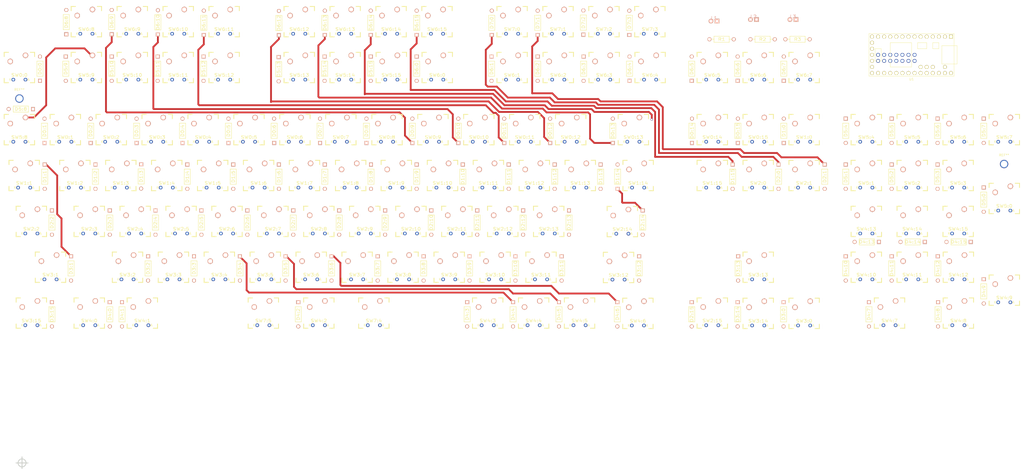
<source format=kicad_pcb>
(kicad_pcb (version 4) (host pcbnew 4.0.5-e0-6337~49~ubuntu14.04.1)
  (title_block (date "3 aug 2012"))
  (layers (0 Front signal) (1 In1.Cu signal) (2 In2.Cu signal) (31 Back signal) (34 B.Paste user) (35 F.Paste user) (36 B.SilkS user) (37 F.SilkS user) (38 B.Mask user) (39 F.Mask user) (44 Edge.Cuts user))
  (net 0 "")
  (net 1 /COL0)
  (net 2 /COL1)
  (net 3 /COL10)
  (net 4 /COL11)
  (net 5 /COL12)
  (net 6 /COL13)
  (net 7 /COL2)
  (net 8 /COL3)
  (net 9 /COL4)
  (net 10 /COL5)
  (net 11 /COL6)
  (net 12 /COL7)
  (net 13 /COL8)
  (net 14 /COL9)
  (net 15 /LED_A)
  (net 16 /LED_B)
  (net 17 /LED_C)
  (net 18 /ROW0)
  (net 19 /ROW1)
  (net 20 /ROW2)
  (net 21 /ROW3)
  (net 22 /ROW4)
  (net 23 GND)
  (net 24 "Net-(D0:0-Pad1)")
  (net 25 "Net-(D0:1-Pad1)")
  (net 26 "Net-(D0:2-Pad1)")
  (net 27 "Net-(D0:10-Pad1)")
  (net 28 "Net-(D0:11-Pad1)")
  (net 29 "Net-(D0:12-Pad1)")
  (net 30 "Net-(D0:13-Pad1)")
  (net 31 "Net-(D1:2-Pad1)")
  (net 32 "Net-(D1:3-Pad1)")
  (net 33 "Net-(D1:4-Pad1)")
  (net 34 "Net-(D1:5-Pad1)")
  (net 35 "Net-(D1:6-Pad1)")
  (net 36 "Net-(D1:7-Pad1)")
  (net 37 "Net-(D1:8-Pad1)")
  (net 38 "Net-(D1:9-Pad1)")
  (net 39 "Net-(D1:10-Pad1)")
  (net 40 "Net-(D1:11-Pad1)")
  (net 41 "Net-(D2:0-Pad1)")
  (net 42 "Net-(D2:1-Pad1)")
  (net 43 "Net-(D2:2-Pad1)")
  (net 44 "Net-(D2:3-Pad1)")
  (net 45 "Net-(D2:4-Pad1)")
  (net 46 "Net-(D2:5-Pad1)")
  (net 47 "Net-(D2:6-Pad1)")
  (net 48 "Net-(D2:7-Pad1)")
  (net 49 "Net-(D2:8-Pad1)")
  (net 50 "Net-(D2:9-Pad1)")
  (net 51 "Net-(D2:10-Pad1)")
  (net 52 "Net-(D2:11-Pad1)")
  (net 53 "Net-(D3:0-Pad1)")
  (net 54 "Net-(D3:1-Pad1)")
  (net 55 "Net-(D3:2-Pad1)")
  (net 56 "Net-(D3:3-Pad1)")
  (net 57 "Net-(D3:4-Pad1)")
  (net 58 "Net-(D3:5-Pad1)")
  (net 59 "Net-(D3:6-Pad1)")
  (net 60 "Net-(D3:7-Pad1)")
  (net 61 "Net-(D3:8-Pad1)")
  (net 62 "Net-(D3:9-Pad1)")
  (net 63 "Net-(D3:10-Pad1)")
  (net 64 "Net-(D3:11-Pad1)")
  (net 65 "Net-(D3:12-Pad1)")
  (net 66 "Net-(D3:13-Pad1)")
  (net 67 "Net-(D4:0-Pad1)")
  (net 68 "Net-(D4:1-Pad1)")
  (net 69 "Net-(D4:2-Pad1)")
  (net 70 "Net-(D4:3-Pad1)")
  (net 71 "Net-(D4:4-Pad1)")
  (net 72 "Net-(D4:5-Pad1)")
  (net 73 "Net-(D4:6-Pad1)")
  (net 74 "Net-(D4:7-Pad1)")
  (net 75 "Net-(D4:8-Pad1)")
  (net 76 "Net-(D4:9-Pad1)")
  (net 77 "Net-(D4:10-Pad1)")
  (net 78 "Net-(D4:11-Pad1)")
  (net 79 "Net-(D4:12-Pad1)")
  (net 80 "Net-(D4:13-Pad1)")
  (net 81 "Net-(L1-Pad1)")
  (net 82 "Net-(L2-Pad1)")
  (net 83 "Net-(L3-Pad1)")
  (net 84 "Net-(U1-Pad16)")
  (net 85 "Net-(U1-Pad20)")
  (net 86 "Net-(D0:4-Pad1)")
  (net 87 "Net-(D1:1-Pad1)")
  (net 88 "Net-(D1:12-Pad1)")
  (net 89 "Net-(D2:12-Pad1)")
  (net 90 "Net-(D0:3-Pad1)")
  (net 91 "Net-(D0:5-Pad1)")
  (net 92 "Net-(D0:6-Pad1)")
  (net 93 "Net-(D0:7-Pad1)")
  (net 94 "Net-(D0:8-Pad1)")
  (net 95 "Net-(D0:9-Pad1)")
  (net 96 "Net-(D0:14-Pad1)")
  (net 97 /COL14)
  (net 98 "Net-(D0:15-Pad1)")
  (net 99 /COL15)
  (net 100 "Net-(D1:0-Pad1)")
  (net 101 "Net-(D1:13-Pad1)")
  (net 102 "Net-(D1:14-Pad1)")
  (net 103 "Net-(D1:15-Pad1)")
  (net 104 "Net-(D2:13-Pad1)")
  (net 105 "Net-(D2:14-Pad1)")
  (net 106 "Net-(D2:15-Pad1)")
  (net 107 "Net-(D3:14-Pad1)")
  (net 108 "Net-(D3:15-Pad1)")
  (net 109 "Net-(D4:14-Pad1)")
  (net 110 "Net-(D4:15-Pad1)")
  (net 111 "Net-(D5:0-Pad1)")
  (net 112 "Net-(D5:1-Pad1)")
  (net 113 "Net-(D5:2-Pad1)")
  (net 114 "Net-(D5:3-Pad1)")
  (net 115 "Net-(D5:4-Pad1)")
  (net 116 "Net-(D5:5-Pad1)")
  (net 117 "Net-(D5:6-Pad1)")
  (net 118 "Net-(D5:7-Pad1)")
  (net 119 "Net-(D5:8-Pad1)")
  (net 120 "Net-(D5:9-Pad1)")
  (net 121 "Net-(D5:10-Pad1)")
  (net 122 "Net-(D5:11-Pad1)")
  (net 123 "Net-(D5:12-Pad1)")
  (net 124 "Net-(D5:13-Pad1)")
  (net 125 "Net-(D5:14-Pad1)")
  (net 126 "Net-(D5:15-Pad1)")
  (net 127 "Net-(D6:0-Pad1)")
  (net 128 "Net-(D6:1-Pad1)")
  (net 129 "Net-(D6:2-Pad1)")
  (net 130 "Net-(D6:3-Pad1)")
  (net 131 "Net-(D6:4-Pad1)")
  (net 132 "Net-(D6:5-Pad1)")
  (net 133 "Net-(D6:6-Pad1)")
  (net 134 "Net-(D6:7-Pad1)")
  (net 135 "Net-(D6:8-Pad1)")
  (net 136 "Net-(D6:9-Pad1)")
  (net 137 "Net-(D6:10-Pad1)")
  (net 138 "Net-(D6:11-Pad1)")
  (net 139 "Net-(D6:12-Pad1)")
  (net 140 "Net-(D6:13-Pad1)")
  (net 141 "Net-(D6:14-Pad1)")
  (net 142 "Net-(D6:15-Pad1)")
  (net 143 "Net-(D7:0-Pad1)")
  (net 144 "Net-(D7:1-Pad1)")
  (net 145 "Net-(D7:2-Pad1)")
  (net 146 /ROW5)
  (net 147 /ROW6)
  (net 148 /ROW7)
  (net 149 "Net-(U1-Pad1)")
  (net 150 "Net-(U1-Pad15)")
  (net 151 "Net-(U1-Pad17)")
  (net 152 "Net-(U1-Pad18)")
  (net 153 "Net-(U1-Pad19)")
  (net 154 "Net-(U1-Pad31)")
  (net 155 "Net-(U1-Pad32)")
  (net 156 "Net-(U1-Pad33)")
  (net 157 "Net-(U1-Pad34)")
  (net 158 "Net-(U1-Pad35)")
  (net 159 "Net-(U1-Pad39)")
  (net 160 "Net-(U1-Pad40)")
  (net 161 "Net-(U1-Pad42)")
  (net 162 "Net-(U1-Pad43)")
  (net 163 "Net-(U1-Pad44)")
  (net 164 "Net-(U1-Pad45)")
  (net 165 "Net-(U1-Pad46)")
  (net 166 "Net-(U1-Pad47)")
  (net 167 "Net-(U1-Pad48)")
  (net 168 "Net-(U1-Pad49)")
  (net 169 "Net-(U1-Pad50)")
  (net 170 "Net-(U1-Pad51)")
  (net 171 "Net-(D7:3-Pad1)")
  (net 172 "Net-(SW7:4-Pad1)")
  (net 173 "Net-(SW7:4-Pad2)")
  (net 174 "Net-(SW7:4-Pad4)")
  (net 175 "Net-(SW7:5-Pad1)")
  (net 176 "Net-(SW7:5-Pad2)")
  (net 177 "Net-(SW7:5-Pad4)")
  (net 178 "Net-(SW7:4-Pad3)")
  (net 179 "Net-(SW7:5-Pad3)")
  (net 180 "Net-(SW0:0-Pad3)")
  (net 181 "Net-(SW0:0-Pad4)")
  (net 182 "Net-(SW0:1-Pad3)")
  (net 183 "Net-(SW0:1-Pad4)")
  (net 184 "Net-(SW0:2-Pad3)")
  (net 185 "Net-(SW0:2-Pad4)")
  (net 186 "Net-(SW0:3-Pad3)")
  (net 187 "Net-(SW0:3-Pad4)")
  (net 188 "Net-(SW0:4-Pad3)")
  (net 189 "Net-(SW0:4-Pad4)")
  (net 190 "Net-(SW0:5-Pad3)")
  (net 191 "Net-(SW0:5-Pad4)")
  (net 192 "Net-(SW0:6-Pad3)")
  (net 193 "Net-(SW0:6-Pad4)")
  (net 194 "Net-(SW0:7-Pad3)")
  (net 195 "Net-(SW0:7-Pad4)")
  (net 196 "Net-(SW0:8-Pad3)")
  (net 197 "Net-(SW0:8-Pad4)")
  (net 198 "Net-(SW0:9-Pad3)")
  (net 199 "Net-(SW0:9-Pad4)")
  (net 200 "Net-(SW0:10-Pad3)")
  (net 201 "Net-(SW0:10-Pad4)")
  (net 202 "Net-(SW0:11-Pad3)")
  (net 203 "Net-(SW0:11-Pad4)")
  (net 204 "Net-(SW0:12-Pad3)")
  (net 205 "Net-(SW0:12-Pad4)")
  (net 206 "Net-(SW0:13-Pad3)")
  (net 207 "Net-(SW0:13-Pad4)")
  (net 208 "Net-(SW0:14-Pad3)")
  (net 209 "Net-(SW0:14-Pad4)")
  (net 210 "Net-(SW0:15-Pad3)")
  (net 211 "Net-(SW0:15-Pad4)")
  (net 212 "Net-(SW1:0-Pad3)")
  (net 213 "Net-(SW1:0-Pad4)")
  (net 214 "Net-(SW1:1-Pad3)")
  (net 215 "Net-(SW1:1-Pad4)")
  (net 216 "Net-(SW1:2-Pad3)")
  (net 217 "Net-(SW1:2-Pad4)")
  (net 218 "Net-(SW1:3-Pad3)")
  (net 219 "Net-(SW1:3-Pad4)")
  (net 220 "Net-(SW1:4-Pad3)")
  (net 221 "Net-(SW1:4-Pad4)")
  (net 222 "Net-(SW1:5-Pad3)")
  (net 223 "Net-(SW1:5-Pad4)")
  (net 224 "Net-(SW1:6-Pad3)")
  (net 225 "Net-(SW1:6-Pad4)")
  (net 226 "Net-(SW1:7-Pad3)")
  (net 227 "Net-(SW1:7-Pad4)")
  (net 228 "Net-(SW1:8-Pad3)")
  (net 229 "Net-(SW1:8-Pad4)")
  (net 230 "Net-(SW1:9-Pad3)")
  (net 231 "Net-(SW1:9-Pad4)")
  (net 232 "Net-(SW1:10-Pad3)")
  (net 233 "Net-(SW1:10-Pad4)")
  (net 234 "Net-(SW1:11-Pad3)")
  (net 235 "Net-(SW1:11-Pad4)")
  (net 236 "Net-(SW1:12-Pad3)")
  (net 237 "Net-(SW1:12-Pad4)")
  (net 238 "Net-(SW1:13-Pad3)")
  (net 239 "Net-(SW1:13-Pad4)")
  (net 240 "Net-(SW1:14-Pad3)")
  (net 241 "Net-(SW1:14-Pad4)")
  (net 242 "Net-(SW1:15-Pad3)")
  (net 243 "Net-(SW1:15-Pad4)")
  (net 244 "Net-(SW2:0-Pad3)")
  (net 245 "Net-(SW2:0-Pad4)")
  (net 246 "Net-(SW2:1-Pad3)")
  (net 247 "Net-(SW2:1-Pad4)")
  (net 248 "Net-(SW2:2-Pad3)")
  (net 249 "Net-(SW2:2-Pad4)")
  (net 250 "Net-(SW2:3-Pad3)")
  (net 251 "Net-(SW2:3-Pad4)")
  (net 252 "Net-(SW2:4-Pad3)")
  (net 253 "Net-(SW2:4-Pad4)")
  (net 254 "Net-(SW2:5-Pad3)")
  (net 255 "Net-(SW2:5-Pad4)")
  (net 256 "Net-(SW2:6-Pad3)")
  (net 257 "Net-(SW2:6-Pad4)")
  (net 258 "Net-(SW2:7-Pad3)")
  (net 259 "Net-(SW2:7-Pad4)")
  (net 260 "Net-(SW2:8-Pad3)")
  (net 261 "Net-(SW2:8-Pad4)")
  (net 262 "Net-(SW2:9-Pad3)")
  (net 263 "Net-(SW2:9-Pad4)")
  (net 264 "Net-(SW2:10-Pad3)")
  (net 265 "Net-(SW2:10-Pad4)")
  (net 266 "Net-(SW2:11-Pad3)")
  (net 267 "Net-(SW2:11-Pad4)")
  (net 268 "Net-(SW2:12-Pad3)")
  (net 269 "Net-(SW2:12-Pad4)")
  (net 270 "Net-(SW2:13-Pad3)")
  (net 271 "Net-(SW2:13-Pad4)")
  (net 272 "Net-(SW2:14-Pad3)")
  (net 273 "Net-(SW2:14-Pad4)")
  (net 274 "Net-(SW2:15-Pad3)")
  (net 275 "Net-(SW2:15-Pad4)")
  (net 276 "Net-(SW3:0-Pad3)")
  (net 277 "Net-(SW3:0-Pad4)")
  (net 278 "Net-(SW3:1-Pad3)")
  (net 279 "Net-(SW3:1-Pad4)")
  (net 280 "Net-(SW3:2-Pad3)")
  (net 281 "Net-(SW3:2-Pad4)")
  (net 282 "Net-(SW3:3-Pad3)")
  (net 283 "Net-(SW3:3-Pad4)")
  (net 284 "Net-(SW3:4-Pad3)")
  (net 285 "Net-(SW3:4-Pad4)")
  (net 286 "Net-(SW3:5-Pad3)")
  (net 287 "Net-(SW3:5-Pad4)")
  (net 288 "Net-(SW3:6-Pad3)")
  (net 289 "Net-(SW3:6-Pad4)")
  (net 290 "Net-(SW3:7-Pad3)")
  (net 291 "Net-(SW3:7-Pad4)")
  (net 292 "Net-(SW3:8-Pad3)")
  (net 293 "Net-(SW3:8-Pad4)")
  (net 294 "Net-(SW3:9-Pad3)")
  (net 295 "Net-(SW3:9-Pad4)")
  (net 296 "Net-(SW3:10-Pad3)")
  (net 297 "Net-(SW3:10-Pad4)")
  (net 298 "Net-(SW3:11-Pad3)")
  (net 299 "Net-(SW3:11-Pad4)")
  (net 300 "Net-(SW3:12-Pad3)")
  (net 301 "Net-(SW3:12-Pad4)")
  (net 302 "Net-(SW3:13-Pad3)")
  (net 303 "Net-(SW3:13-Pad4)")
  (net 304 "Net-(SW3:14-Pad3)")
  (net 305 "Net-(SW3:14-Pad4)")
  (net 306 "Net-(SW3:15-Pad3)")
  (net 307 "Net-(SW3:15-Pad4)")
  (net 308 "Net-(SW4:0-Pad3)")
  (net 309 "Net-(SW4:0-Pad4)")
  (net 310 "Net-(SW4:1-Pad3)")
  (net 311 "Net-(SW4:1-Pad4)")
  (net 312 "Net-(SW4:2-Pad3)")
  (net 313 "Net-(SW4:2-Pad4)")
  (net 314 "Net-(SW4:3-Pad3)")
  (net 315 "Net-(SW4:3-Pad4)")
  (net 316 "Net-(SW4:4-Pad3)")
  (net 317 "Net-(SW4:4-Pad4)")
  (net 318 "Net-(SW4:5-Pad3)")
  (net 319 "Net-(SW4:5-Pad4)")
  (net 320 "Net-(SW4:6-Pad3)")
  (net 321 "Net-(SW4:6-Pad4)")
  (net 322 "Net-(SW4:7-Pad3)")
  (net 323 "Net-(SW4:7-Pad4)")
  (net 324 "Net-(SW4:8-Pad3)")
  (net 325 "Net-(SW4:8-Pad4)")
  (net 326 "Net-(SW4:9-Pad3)")
  (net 327 "Net-(SW4:9-Pad4)")
  (net 328 "Net-(SW4:10-Pad3)")
  (net 329 "Net-(SW4:10-Pad4)")
  (net 330 "Net-(SW4:11-Pad3)")
  (net 331 "Net-(SW4:11-Pad4)")
  (net 332 "Net-(SW4:12-Pad3)")
  (net 333 "Net-(SW4:12-Pad4)")
  (net 334 "Net-(SW4:13-Pad3)")
  (net 335 "Net-(SW4:13-Pad4)")
  (net 336 "Net-(SW4:14-Pad3)")
  (net 337 "Net-(SW4:14-Pad4)")
  (net 338 "Net-(SW4:15-Pad3)")
  (net 339 "Net-(SW4:15-Pad4)")
  (net 340 "Net-(SW5:0-Pad3)")
  (net 341 "Net-(SW5:0-Pad4)")
  (net 342 "Net-(SW5:1-Pad3)")
  (net 343 "Net-(SW5:1-Pad4)")
  (net 344 "Net-(SW5:2-Pad3)")
  (net 345 "Net-(SW5:2-Pad4)")
  (net 346 "Net-(SW5:3-Pad3)")
  (net 347 "Net-(SW5:3-Pad4)")
  (net 348 "Net-(SW5:4-Pad3)")
  (net 349 "Net-(SW5:4-Pad4)")
  (net 350 "Net-(SW5:5-Pad3)")
  (net 351 "Net-(SW5:5-Pad4)")
  (net 352 "Net-(SW5:6-Pad3)")
  (net 353 "Net-(SW5:6-Pad4)")
  (net 354 "Net-(SW5:7-Pad3)")
  (net 355 "Net-(SW5:7-Pad4)")
  (net 356 "Net-(SW5:8-Pad3)")
  (net 357 "Net-(SW5:8-Pad4)")
  (net 358 "Net-(SW5:9-Pad3)")
  (net 359 "Net-(SW5:9-Pad4)")
  (net 360 "Net-(SW5:10-Pad3)")
  (net 361 "Net-(SW5:10-Pad4)")
  (net 362 "Net-(SW5:11-Pad3)")
  (net 363 "Net-(SW5:11-Pad4)")
  (net 364 "Net-(SW5:12-Pad3)")
  (net 365 "Net-(SW5:12-Pad4)")
  (net 366 "Net-(SW5:13-Pad3)")
  (net 367 "Net-(SW5:13-Pad4)")
  (net 368 "Net-(SW5:14-Pad3)")
  (net 369 "Net-(SW5:14-Pad4)")
  (net 370 "Net-(SW5:15-Pad3)")
  (net 371 "Net-(SW5:15-Pad4)")
  (net 372 "Net-(SW6:0-Pad3)")
  (net 373 "Net-(SW6:0-Pad4)")
  (net 374 "Net-(SW6:1-Pad3)")
  (net 375 "Net-(SW6:1-Pad4)")
  (net 376 "Net-(SW6:2-Pad3)")
  (net 377 "Net-(SW6:2-Pad4)")
  (net 378 "Net-(SW6:3-Pad3)")
  (net 379 "Net-(SW6:3-Pad4)")
  (net 380 "Net-(SW6:4-Pad3)")
  (net 381 "Net-(SW6:4-Pad4)")
  (net 382 "Net-(SW6:5-Pad3)")
  (net 383 "Net-(SW6:5-Pad4)")
  (net 384 "Net-(SW6:6-Pad3)")
  (net 385 "Net-(SW6:6-Pad4)")
  (net 386 "Net-(SW6:7-Pad3)")
  (net 387 "Net-(SW6:7-Pad4)")
  (net 388 "Net-(SW6:8-Pad3)")
  (net 389 "Net-(SW6:8-Pad4)")
  (net 390 "Net-(SW6:9-Pad3)")
  (net 391 "Net-(SW6:9-Pad4)")
  (net 392 "Net-(SW6:10-Pad3)")
  (net 393 "Net-(SW6:10-Pad4)")
  (net 394 "Net-(SW6:11-Pad3)")
  (net 395 "Net-(SW6:11-Pad4)")
  (net 396 "Net-(SW6:12-Pad3)")
  (net 397 "Net-(SW6:12-Pad4)")
  (net 398 "Net-(SW6:13-Pad3)")
  (net 399 "Net-(SW6:13-Pad4)")
  (net 400 "Net-(SW6:14-Pad3)")
  (net 401 "Net-(SW6:14-Pad4)")
  (net 402 "Net-(SW6:15-Pad3)")
  (net 403 "Net-(SW6:15-Pad4)")
  (net 404 "Net-(SW7:0-Pad3)")
  (net 405 "Net-(SW7:0-Pad4)")
  (net 406 "Net-(SW7:1-Pad3)")
  (net 407 "Net-(SW7:1-Pad4)")
  (net 408 "Net-(SW7:2-Pad3)")
  (net 409 "Net-(SW7:2-Pad4)")
  (net 410 "Net-(SW7:3-Pad3)")
  (net 411 "Net-(SW7:3-Pad4)")
  (module footprints:DIODE (layer Front) (at 68 128.5 270)
    (fp_text reference D0:0 (at 0 0 270) (layer F.SilkS) (effects (font (size 1.27 1.524) (thickness 0.2032))))
    (fp_text value D hide)
    (pad 2 thru_hole rect (at 5.08 0 270) (size 1.651 1.651) (drill 0.9906) (layers *.Cu *.SilkS *.Mask) (net 1 /COL0))
    (pad 1 thru_hole circle (at -5.08 0 270) (size 1.651 1.651) (drill 0.9906) (layers *.Cu *.SilkS *.Mask) (net 24 "Net-(D0:0-Pad1)"))
  )
  (module footprints:DIODE (layer Front) (at 69.9 154.5 270)
    (fp_text reference D0:1 (at 0 0 270) (layer F.SilkS) (effects (font (size 1.27 1.524) (thickness 0.2032))))
    (fp_text value D hide)
    (pad 2 thru_hole rect (at 5.08 0 270) (size 1.651 1.651) (drill 0.9906) (layers *.Cu *.SilkS *.Mask) (net 2 /COL1))
    (pad 1 thru_hole circle (at -5.08 0 270) (size 1.651 1.651) (drill 0.9906) (layers *.Cu *.SilkS *.Mask) (net 25 "Net-(D0:1-Pad1)"))
  )
  (module footprints:DIODE (layer Front) (at 89.2 154.5 270)
    (fp_text reference D0:2 (at 0 0 270) (layer F.SilkS) (effects (font (size 1.27 1.524) (thickness 0.2032))))
    (fp_text value D hide)
    (pad 2 thru_hole rect (at 5.08 0 270) (size 1.651 1.651) (drill 0.9906) (layers *.Cu *.SilkS *.Mask) (net 7 /COL2))
    (pad 1 thru_hole circle (at -5.08 0 270) (size 1.651 1.651) (drill 0.9906) (layers *.Cu *.SilkS *.Mask) (net 26 "Net-(D0:2-Pad1)"))
  )
  (module footprints:DIODE (layer Front) (at 108.4 154.5 270)
    (fp_text reference D0:3 (at 0 0 270) (layer F.SilkS) (effects (font (size 1.27 1.524) (thickness 0.2032))))
    (fp_text value D hide)
    (pad 2 thru_hole rect (at 5.08 0 270) (size 1.651 1.651) (drill 0.9906) (layers *.Cu *.SilkS *.Mask) (net 8 /COL3))
    (pad 1 thru_hole circle (at -5.08 0 270) (size 1.651 1.651) (drill 0.9906) (layers *.Cu *.SilkS *.Mask) (net 90 "Net-(D0:3-Pad1)"))
  )
  (module footprints:DIODE (layer Front) (at 127.6 154.5 270)
    (fp_text reference D0:4 (at 0 0 270) (layer F.SilkS) (effects (font (size 1.27 1.524) (thickness 0.2032))))
    (fp_text value D hide)
    (pad 2 thru_hole rect (at 5.08 0 270) (size 1.651 1.651) (drill 0.9906) (layers *.Cu *.SilkS *.Mask) (net 9 /COL4))
    (pad 1 thru_hole circle (at -5.08 0 270) (size 1.651 1.651) (drill 0.9906) (layers *.Cu *.SilkS *.Mask) (net 86 "Net-(D0:4-Pad1)"))
  )
  (module footprints:DIODE (layer Front) (at 146.8 154.5 270)
    (fp_text reference D0:5 (at 0 0 270) (layer F.SilkS) (effects (font (size 1.27 1.524) (thickness 0.2032))))
    (fp_text value D hide)
    (pad 2 thru_hole rect (at 5.08 0 270) (size 1.651 1.651) (drill 0.9906) (layers *.Cu *.SilkS *.Mask) (net 10 /COL5))
    (pad 1 thru_hole circle (at -5.08 0 270) (size 1.651 1.651) (drill 0.9906) (layers *.Cu *.SilkS *.Mask) (net 91 "Net-(D0:5-Pad1)"))
  )
  (module footprints:DIODE (layer Front) (at 165.9 154.5 270)
    (fp_text reference D0:6 (at 0 0 270) (layer F.SilkS) (effects (font (size 1.27 1.524) (thickness 0.2032))))
    (fp_text value D hide)
    (pad 2 thru_hole rect (at 5.08 0 270) (size 1.651 1.651) (drill 0.9906) (layers *.Cu *.SilkS *.Mask) (net 11 /COL6))
    (pad 1 thru_hole circle (at -5.08 0 270) (size 1.651 1.651) (drill 0.9906) (layers *.Cu *.SilkS *.Mask) (net 92 "Net-(D0:6-Pad1)"))
  )
  (module footprints:DIODE (layer Front) (at 185.1 154.5 270)
    (fp_text reference D0:7 (at 0 0 270) (layer F.SilkS) (effects (font (size 1.27 1.524) (thickness 0.2032))))
    (fp_text value D hide)
    (pad 2 thru_hole rect (at 5.08 0 270) (size 1.651 1.651) (drill 0.9906) (layers *.Cu *.SilkS *.Mask) (net 12 /COL7))
    (pad 1 thru_hole circle (at -5.08 0 270) (size 1.651 1.651) (drill 0.9906) (layers *.Cu *.SilkS *.Mask) (net 93 "Net-(D0:7-Pad1)"))
  )
  (module footprints:DIODE (layer Front) (at 204.5 154.5 270)
    (fp_text reference D0:8 (at 0 0 270) (layer F.SilkS) (effects (font (size 1.27 1.524) (thickness 0.2032))))
    (fp_text value D hide)
    (pad 2 thru_hole rect (at 5.08 0 270) (size 1.651 1.651) (drill 0.9906) (layers *.Cu *.SilkS *.Mask) (net 13 /COL8))
    (pad 1 thru_hole circle (at -5.08 0 270) (size 1.651 1.651) (drill 0.9906) (layers *.Cu *.SilkS *.Mask) (net 94 "Net-(D0:8-Pad1)"))
  )
  (module footprints:DIODE (layer Front) (at 223.7 154.5 270)
    (fp_text reference D0:9 (at 0 0 270) (layer F.SilkS) (effects (font (size 1.27 1.524) (thickness 0.2032))))
    (fp_text value D hide)
    (pad 2 thru_hole rect (at 5.08 0 270) (size 1.651 1.651) (drill 0.9906) (layers *.Cu *.SilkS *.Mask) (net 14 /COL9))
    (pad 1 thru_hole circle (at -5.08 0 270) (size 1.651 1.651) (drill 0.9906) (layers *.Cu *.SilkS *.Mask) (net 95 "Net-(D0:9-Pad1)"))
  )
  (module footprints:DIODE (layer Front) (at 242.9 154.5 270)
    (fp_text reference D0:10 (at 0 0 270) (layer F.SilkS) (effects (font (size 1.27 1.524) (thickness 0.2032))))
    (fp_text value D hide)
    (pad 2 thru_hole rect (at 5.08 0 270) (size 1.651 1.651) (drill 0.9906) (layers *.Cu *.SilkS *.Mask) (net 3 /COL10))
    (pad 1 thru_hole circle (at -5.08 0 270) (size 1.651 1.651) (drill 0.9906) (layers *.Cu *.SilkS *.Mask) (net 27 "Net-(D0:10-Pad1)"))
  )
  (module footprints:DIODE (layer Front) (at 262.1 154.5 270)
    (fp_text reference D0:11 (at 0 0 270) (layer F.SilkS) (effects (font (size 1.27 1.524) (thickness 0.2032))))
    (fp_text value D hide)
    (pad 2 thru_hole rect (at 5.08 0 270) (size 1.651 1.651) (drill 0.9906) (layers *.Cu *.SilkS *.Mask) (net 4 /COL11))
    (pad 1 thru_hole circle (at -5.08 0 270) (size 1.651 1.651) (drill 0.9906) (layers *.Cu *.SilkS *.Mask) (net 28 "Net-(D0:11-Pad1)"))
  )
  (module footprints:DIODE (layer Front) (at 281.3 154.5 270)
    (fp_text reference D0:12 (at 0 0 270) (layer F.SilkS) (effects (font (size 1.27 1.524) (thickness 0.2032))))
    (fp_text value D hide)
    (pad 2 thru_hole rect (at 5.08 0 270) (size 1.651 1.651) (drill 0.9906) (layers *.Cu *.SilkS *.Mask) (net 5 /COL12))
    (pad 1 thru_hole circle (at -5.08 0 270) (size 1.651 1.651) (drill 0.9906) (layers *.Cu *.SilkS *.Mask) (net 29 "Net-(D0:12-Pad1)"))
  )
  (module footprints:DIODE (layer Front) (at 307.5 154.5 270)
    (fp_text reference D0:13 (at 0 0 270) (layer F.SilkS) (effects (font (size 1.27 1.524) (thickness 0.2032))))
    (fp_text value D hide)
    (pad 2 thru_hole rect (at 5.08 0 270) (size 1.651 1.651) (drill 0.9906) (layers *.Cu *.SilkS *.Mask) (net 6 /COL13))
    (pad 1 thru_hole circle (at -5.08 0 270) (size 1.651 1.651) (drill 0.9906) (layers *.Cu *.SilkS *.Mask) (net 30 "Net-(D0:13-Pad1)"))
  )
  (module footprints:DIODE (layer Front) (at 340.6 154.5 270)
    (fp_text reference D0:14 (at 0 0 270) (layer F.SilkS) (effects (font (size 1.27 1.524) (thickness 0.2032))))
    (fp_text value D hide)
    (pad 2 thru_hole rect (at 5.08 0 270) (size 1.651 1.651) (drill 0.9906) (layers *.Cu *.SilkS *.Mask) (net 97 /COL14))
    (pad 1 thru_hole circle (at -5.08 0 270) (size 1.651 1.651) (drill 0.9906) (layers *.Cu *.SilkS *.Mask) (net 96 "Net-(D0:14-Pad1)"))
  )
  (module footprints:DIODE (layer Front) (at 359.8 154.5 270)
    (fp_text reference D0:15 (at 0 0 270) (layer F.SilkS) (effects (font (size 1.27 1.524) (thickness 0.2032))))
    (fp_text value D hide)
    (pad 2 thru_hole rect (at 5.08 0 270) (size 1.651 1.651) (drill 0.9906) (layers *.Cu *.SilkS *.Mask) (net 99 /COL15))
    (pad 1 thru_hole circle (at -5.08 0 270) (size 1.651 1.651) (drill 0.9906) (layers *.Cu *.SilkS *.Mask) (net 98 "Net-(D0:15-Pad1)"))
  )
  (module footprints:DIODE (layer Front) (at 379 154.5 270)
    (fp_text reference D1:0 (at 0 0 270) (layer F.SilkS) (effects (font (size 1.27 1.524) (thickness 0.2032))))
    (fp_text value D hide)
    (pad 2 thru_hole rect (at 5.08 0 270) (size 1.651 1.651) (drill 0.9906) (layers *.Cu *.SilkS *.Mask) (net 1 /COL0))
    (pad 1 thru_hole circle (at -5.08 0 270) (size 1.651 1.651) (drill 0.9906) (layers *.Cu *.SilkS *.Mask) (net 100 "Net-(D1:0-Pad1)"))
  )
  (module footprints:DIODE (layer Front) (at 70 173.7 90)
    (fp_text reference D1:1 (at 0 0 90) (layer F.SilkS) (effects (font (size 1.27 1.524) (thickness 0.2032))))
    (fp_text value D hide)
    (pad 2 thru_hole rect (at 5.08 0 90) (size 1.651 1.651) (drill 0.9906) (layers *.Cu *.SilkS *.Mask) (net 2 /COL1))
    (pad 1 thru_hole circle (at -5.08 0 90) (size 1.651 1.651) (drill 0.9906) (layers *.Cu *.SilkS *.Mask) (net 87 "Net-(D1:1-Pad1)"))
  )
  (module footprints:DIODE (layer Front) (at 91.2 173.7 90)
    (fp_text reference D1:2 (at 0 0 90) (layer F.SilkS) (effects (font (size 1.27 1.524) (thickness 0.2032))))
    (fp_text value D hide)
    (pad 2 thru_hole rect (at 5.08 0 90) (size 1.651 1.651) (drill 0.9906) (layers *.Cu *.SilkS *.Mask) (net 7 /COL2))
    (pad 1 thru_hole circle (at -5.08 0 90) (size 1.651 1.651) (drill 0.9906) (layers *.Cu *.SilkS *.Mask) (net 31 "Net-(D1:2-Pad1)"))
  )
  (module footprints:DIODE (layer Front) (at 110.3 173.6 90)
    (fp_text reference D1:3 (at 0 0 90) (layer F.SilkS) (effects (font (size 1.27 1.524) (thickness 0.2032))))
    (fp_text value D hide)
    (pad 2 thru_hole rect (at 5.08 0 90) (size 1.651 1.651) (drill 0.9906) (layers *.Cu *.SilkS *.Mask) (net 8 /COL3))
    (pad 1 thru_hole circle (at -5.08 0 90) (size 1.651 1.651) (drill 0.9906) (layers *.Cu *.SilkS *.Mask) (net 32 "Net-(D1:3-Pad1)"))
  )
  (module footprints:DIODE (layer Front) (at 129.6 173.7 90)
    (fp_text reference D1:4 (at 0 0 90) (layer F.SilkS) (effects (font (size 1.27 1.524) (thickness 0.2032))))
    (fp_text value D hide)
    (pad 2 thru_hole rect (at 5.08 0 90) (size 1.651 1.651) (drill 0.9906) (layers *.Cu *.SilkS *.Mask) (net 9 /COL4))
    (pad 1 thru_hole circle (at -5.08 0 90) (size 1.651 1.651) (drill 0.9906) (layers *.Cu *.SilkS *.Mask) (net 33 "Net-(D1:4-Pad1)"))
  )
  (module footprints:DIODE (layer Front) (at 148.8 173.7 90)
    (fp_text reference D1:5 (at 0 0 90) (layer F.SilkS) (effects (font (size 1.27 1.524) (thickness 0.2032))))
    (fp_text value D hide)
    (pad 2 thru_hole rect (at 5.08 0 90) (size 1.651 1.651) (drill 0.9906) (layers *.Cu *.SilkS *.Mask) (net 10 /COL5))
    (pad 1 thru_hole circle (at -5.08 0 90) (size 1.651 1.651) (drill 0.9906) (layers *.Cu *.SilkS *.Mask) (net 34 "Net-(D1:5-Pad1)"))
  )
  (module footprints:DIODE (layer Front) (at 167.9 173.7 90)
    (fp_text reference D1:6 (at 0 0 90) (layer F.SilkS) (effects (font (size 1.27 1.524) (thickness 0.2032))))
    (fp_text value D hide)
    (pad 2 thru_hole rect (at 5.08 0 90) (size 1.651 1.651) (drill 0.9906) (layers *.Cu *.SilkS *.Mask) (net 11 /COL6))
    (pad 1 thru_hole circle (at -5.08 0 90) (size 1.651 1.651) (drill 0.9906) (layers *.Cu *.SilkS *.Mask) (net 35 "Net-(D1:6-Pad1)"))
  )
  (module footprints:DIODE (layer Front) (at 187.1 173.7 90)
    (fp_text reference D1:7 (at 0 0 90) (layer F.SilkS) (effects (font (size 1.27 1.524) (thickness 0.2032))))
    (fp_text value D hide)
    (pad 2 thru_hole rect (at 5.08 0 90) (size 1.651 1.651) (drill 0.9906) (layers *.Cu *.SilkS *.Mask) (net 12 /COL7))
    (pad 1 thru_hole circle (at -5.08 0 90) (size 1.651 1.651) (drill 0.9906) (layers *.Cu *.SilkS *.Mask) (net 36 "Net-(D1:7-Pad1)"))
  )
  (module footprints:DIODE (layer Front) (at 206.4 173.7 90)
    (fp_text reference D1:8 (at 0 0 90) (layer F.SilkS) (effects (font (size 1.27 1.524) (thickness 0.2032))))
    (fp_text value D hide)
    (pad 2 thru_hole rect (at 5.08 0 90) (size 1.651 1.651) (drill 0.9906) (layers *.Cu *.SilkS *.Mask) (net 13 /COL8))
    (pad 1 thru_hole circle (at -5.08 0 90) (size 1.651 1.651) (drill 0.9906) (layers *.Cu *.SilkS *.Mask) (net 37 "Net-(D1:8-Pad1)"))
  )
  (module footprints:DIODE (layer Front) (at 225.5 173.7 90)
    (fp_text reference D1:9 (at 0 0 90) (layer F.SilkS) (effects (font (size 1.27 1.524) (thickness 0.2032))))
    (fp_text value D hide)
    (pad 2 thru_hole rect (at 5.08 0 90) (size 1.651 1.651) (drill 0.9906) (layers *.Cu *.SilkS *.Mask) (net 14 /COL9))
    (pad 1 thru_hole circle (at -5.08 0 90) (size 1.651 1.651) (drill 0.9906) (layers *.Cu *.SilkS *.Mask) (net 38 "Net-(D1:9-Pad1)"))
  )
  (module footprints:DIODE (layer Front) (at 244.8 173.7 90)
    (fp_text reference D1:10 (at 0 0 90) (layer F.SilkS) (effects (font (size 1.27 1.524) (thickness 0.2032))))
    (fp_text value D hide)
    (pad 2 thru_hole rect (at 5.08 0 90) (size 1.651 1.651) (drill 0.9906) (layers *.Cu *.SilkS *.Mask) (net 3 /COL10))
    (pad 1 thru_hole circle (at -5.08 0 90) (size 1.651 1.651) (drill 0.9906) (layers *.Cu *.SilkS *.Mask) (net 39 "Net-(D1:10-Pad1)"))
  )
  (module footprints:DIODE (layer Front) (at 264 173.7 90)
    (fp_text reference D1:11 (at 0 0 90) (layer F.SilkS) (effects (font (size 1.27 1.524) (thickness 0.2032))))
    (fp_text value D hide)
    (pad 2 thru_hole rect (at 5.08 0 90) (size 1.651 1.651) (drill 0.9906) (layers *.Cu *.SilkS *.Mask) (net 4 /COL11))
    (pad 1 thru_hole circle (at -5.08 0 90) (size 1.651 1.651) (drill 0.9906) (layers *.Cu *.SilkS *.Mask) (net 40 "Net-(D1:11-Pad1)"))
  )
  (module footprints:DIODE (layer Front) (at 283.2 173.7 90)
    (fp_text reference D1:12 (at 0 0 90) (layer F.SilkS) (effects (font (size 1.27 1.524) (thickness 0.2032))))
    (fp_text value D hide)
    (pad 2 thru_hole rect (at 5.08 0 90) (size 1.651 1.651) (drill 0.9906) (layers *.Cu *.SilkS *.Mask) (net 5 /COL12))
    (pad 1 thru_hole circle (at -5.08 0 90) (size 1.651 1.651) (drill 0.9906) (layers *.Cu *.SilkS *.Mask) (net 88 "Net-(D1:12-Pad1)"))
  )
  (module footprints:DIODE (layer Front) (at 302.4 173.7 90)
    (fp_text reference D1:13 (at 0 0 90) (layer F.SilkS) (effects (font (size 1.27 1.524) (thickness 0.2032))))
    (fp_text value D hide)
    (pad 2 thru_hole rect (at 5.08 0 90) (size 1.651 1.651) (drill 0.9906) (layers *.Cu *.SilkS *.Mask) (net 6 /COL13))
    (pad 1 thru_hole circle (at -5.08 0 90) (size 1.651 1.651) (drill 0.9906) (layers *.Cu *.SilkS *.Mask) (net 101 "Net-(D1:13-Pad1)"))
  )
  (module footprints:DIODE (layer Front) (at 309.5 173.7 270)
    (fp_text reference D1:14 (at 0 0 270) (layer F.SilkS) (effects (font (size 1.27 1.524) (thickness 0.2032))))
    (fp_text value D hide)
    (pad 2 thru_hole rect (at 5.08 0 270) (size 1.651 1.651) (drill 0.9906) (layers *.Cu *.SilkS *.Mask) (net 97 /COL14))
    (pad 1 thru_hole circle (at -5.08 0 270) (size 1.651 1.651) (drill 0.9906) (layers *.Cu *.SilkS *.Mask) (net 102 "Net-(D1:14-Pad1)"))
  )
  (module footprints:DIODE (layer Front) (at 357.6 173.7 90)
    (fp_text reference D1:15 (at 0 0 90) (layer F.SilkS) (effects (font (size 1.27 1.524) (thickness 0.2032))))
    (fp_text value D hide)
    (pad 2 thru_hole rect (at 5.08 0 90) (size 1.651 1.651) (drill 0.9906) (layers *.Cu *.SilkS *.Mask) (net 99 /COL15))
    (pad 1 thru_hole circle (at -5.08 0 90) (size 1.651 1.651) (drill 0.9906) (layers *.Cu *.SilkS *.Mask) (net 103 "Net-(D1:15-Pad1)"))
  )
  (module footprints:DIODE (layer Front) (at 376.8 173.7 90)
    (fp_text reference D2:0 (at 0 0 90) (layer F.SilkS) (effects (font (size 1.27 1.524) (thickness 0.2032))))
    (fp_text value D hide)
    (pad 2 thru_hole rect (at 5.08 0 90) (size 1.651 1.651) (drill 0.9906) (layers *.Cu *.SilkS *.Mask) (net 1 /COL0))
    (pad 1 thru_hole circle (at -5.08 0 90) (size 1.651 1.651) (drill 0.9906) (layers *.Cu *.SilkS *.Mask) (net 41 "Net-(D2:0-Pad1)"))
  )
  (module footprints:DIODE (layer Front) (at 396.1 173.7 90)
    (fp_text reference D2:1 (at 0 0 90) (layer F.SilkS) (effects (font (size 1.27 1.524) (thickness 0.2032))))
    (fp_text value D hide)
    (pad 2 thru_hole rect (at 5.08 0 90) (size 1.651 1.651) (drill 0.9906) (layers *.Cu *.SilkS *.Mask) (net 2 /COL1))
    (pad 1 thru_hole circle (at -5.08 0 90) (size 1.651 1.651) (drill 0.9906) (layers *.Cu *.SilkS *.Mask) (net 42 "Net-(D2:1-Pad1)"))
  )
  (module footprints:DIODE (layer Front) (at 73 192.9 90)
    (fp_text reference D2:2 (at 0 0 90) (layer F.SilkS) (effects (font (size 1.27 1.524) (thickness 0.2032))))
    (fp_text value D hide)
    (pad 2 thru_hole rect (at 5.08 0 90) (size 1.651 1.651) (drill 0.9906) (layers *.Cu *.SilkS *.Mask) (net 7 /COL2))
    (pad 1 thru_hole circle (at -5.08 0 90) (size 1.651 1.651) (drill 0.9906) (layers *.Cu *.SilkS *.Mask) (net 43 "Net-(D2:2-Pad1)"))
  )
  (module footprints:DIODE (layer Front) (at 97.2 192.9 90)
    (fp_text reference D2:3 (at 0 0 90) (layer F.SilkS) (effects (font (size 1.27 1.524) (thickness 0.2032))))
    (fp_text value D hide)
    (pad 2 thru_hole rect (at 5.08 0 90) (size 1.651 1.651) (drill 0.9906) (layers *.Cu *.SilkS *.Mask) (net 8 /COL3))
    (pad 1 thru_hole circle (at -5.08 0 90) (size 1.651 1.651) (drill 0.9906) (layers *.Cu *.SilkS *.Mask) (net 44 "Net-(D2:3-Pad1)"))
  )
  (module footprints:DIODE (layer Front) (at 116.3 192.9 90)
    (fp_text reference D2:4 (at 0 0 90) (layer F.SilkS) (effects (font (size 1.27 1.524) (thickness 0.2032))))
    (fp_text value D hide)
    (pad 2 thru_hole rect (at 5.08 0 90) (size 1.651 1.651) (drill 0.9906) (layers *.Cu *.SilkS *.Mask) (net 9 /COL4))
    (pad 1 thru_hole circle (at -5.08 0 90) (size 1.651 1.651) (drill 0.9906) (layers *.Cu *.SilkS *.Mask) (net 45 "Net-(D2:4-Pad1)"))
  )
  (module footprints:DIODE (layer Front) (at 135.5 192.9 90)
    (fp_text reference D2:5 (at 0 0 90) (layer F.SilkS) (effects (font (size 1.27 1.524) (thickness 0.2032))))
    (fp_text value D hide)
    (pad 2 thru_hole rect (at 5.08 0 90) (size 1.651 1.651) (drill 0.9906) (layers *.Cu *.SilkS *.Mask) (net 10 /COL5))
    (pad 1 thru_hole circle (at -5.08 0 90) (size 1.651 1.651) (drill 0.9906) (layers *.Cu *.SilkS *.Mask) (net 46 "Net-(D2:5-Pad1)"))
  )
  (module footprints:DIODE (layer Front) (at 154.7 192.9 90)
    (fp_text reference D2:6 (at 0 0 90) (layer F.SilkS) (effects (font (size 1.27 1.524) (thickness 0.2032))))
    (fp_text value D hide)
    (pad 2 thru_hole rect (at 5.08 0 90) (size 1.651 1.651) (drill 0.9906) (layers *.Cu *.SilkS *.Mask) (net 11 /COL6))
    (pad 1 thru_hole circle (at -5.08 0 90) (size 1.651 1.651) (drill 0.9906) (layers *.Cu *.SilkS *.Mask) (net 47 "Net-(D2:6-Pad1)"))
  )
  (module footprints:DIODE (layer Front) (at 173.9 192.9 90)
    (fp_text reference D2:7 (at 0 0 90) (layer F.SilkS) (effects (font (size 1.27 1.524) (thickness 0.2032))))
    (fp_text value D hide)
    (pad 2 thru_hole rect (at 5.08 0 90) (size 1.651 1.651) (drill 0.9906) (layers *.Cu *.SilkS *.Mask) (net 12 /COL7))
    (pad 1 thru_hole circle (at -5.08 0 90) (size 1.651 1.651) (drill 0.9906) (layers *.Cu *.SilkS *.Mask) (net 48 "Net-(D2:7-Pad1)"))
  )
  (module footprints:DIODE (layer Front) (at 193.1 192.9 90)
    (fp_text reference D2:8 (at 0 0 90) (layer F.SilkS) (effects (font (size 1.27 1.524) (thickness 0.2032))))
    (fp_text value D hide)
    (pad 2 thru_hole rect (at 5.08 0 90) (size 1.651 1.651) (drill 0.9906) (layers *.Cu *.SilkS *.Mask) (net 13 /COL8))
    (pad 1 thru_hole circle (at -5.08 0 90) (size 1.651 1.651) (drill 0.9906) (layers *.Cu *.SilkS *.Mask) (net 49 "Net-(D2:8-Pad1)"))
  )
  (module footprints:DIODE (layer Front) (at 212.3 192.9 90)
    (fp_text reference D2:9 (at 0 0 90) (layer F.SilkS) (effects (font (size 1.27 1.524) (thickness 0.2032))))
    (fp_text value D hide)
    (pad 2 thru_hole rect (at 5.08 0 90) (size 1.651 1.651) (drill 0.9906) (layers *.Cu *.SilkS *.Mask) (net 14 /COL9))
    (pad 1 thru_hole circle (at -5.08 0 90) (size 1.651 1.651) (drill 0.9906) (layers *.Cu *.SilkS *.Mask) (net 50 "Net-(D2:9-Pad1)"))
  )
  (module footprints:DIODE (layer Front) (at 231.6 192.9 90)
    (fp_text reference D2:10 (at 0 0 90) (layer F.SilkS) (effects (font (size 1.27 1.524) (thickness 0.2032))))
    (fp_text value D hide)
    (pad 2 thru_hole rect (at 5.08 0 90) (size 1.651 1.651) (drill 0.9906) (layers *.Cu *.SilkS *.Mask) (net 3 /COL10))
    (pad 1 thru_hole circle (at -5.08 0 90) (size 1.651 1.651) (drill 0.9906) (layers *.Cu *.SilkS *.Mask) (net 51 "Net-(D2:10-Pad1)"))
  )
  (module footprints:DIODE (layer Front) (at 250.8 192.9 90)
    (fp_text reference D2:11 (at 0 0 90) (layer F.SilkS) (effects (font (size 1.27 1.524) (thickness 0.2032))))
    (fp_text value D hide)
    (pad 2 thru_hole rect (at 5.08 0 90) (size 1.651 1.651) (drill 0.9906) (layers *.Cu *.SilkS *.Mask) (net 4 /COL11))
    (pad 1 thru_hole circle (at -5.08 0 90) (size 1.651 1.651) (drill 0.9906) (layers *.Cu *.SilkS *.Mask) (net 52 "Net-(D2:11-Pad1)"))
  )
  (module footprints:DIODE (layer Front) (at 270 192.9 90)
    (fp_text reference D2:12 (at 0 0 90) (layer F.SilkS) (effects (font (size 1.27 1.524) (thickness 0.2032))))
    (fp_text value D hide)
    (pad 2 thru_hole rect (at 5.08 0 90) (size 1.651 1.651) (drill 0.9906) (layers *.Cu *.SilkS *.Mask) (net 5 /COL12))
    (pad 1 thru_hole circle (at -5.08 0 90) (size 1.651 1.651) (drill 0.9906) (layers *.Cu *.SilkS *.Mask) (net 89 "Net-(D2:12-Pad1)"))
  )
  (module footprints:DIODE (layer Front) (at 289.2 192.9 90)
    (fp_text reference D2:13 (at 0 0 90) (layer F.SilkS) (effects (font (size 1.27 1.524) (thickness 0.2032))))
    (fp_text value D hide)
    (pad 2 thru_hole rect (at 5.08 0 90) (size 1.651 1.651) (drill 0.9906) (layers *.Cu *.SilkS *.Mask) (net 6 /COL13))
    (pad 1 thru_hole circle (at -5.08 0 90) (size 1.651 1.651) (drill 0.9906) (layers *.Cu *.SilkS *.Mask) (net 104 "Net-(D2:13-Pad1)"))
  )
  (module footprints:DIODE (layer Front) (at 320 192.9 90)
    (fp_text reference D2:14 (at 0 0 90) (layer F.SilkS) (effects (font (size 1.27 1.524) (thickness 0.2032))))
    (fp_text value D hide)
    (pad 2 thru_hole rect (at 5.08 0 90) (size 1.651 1.651) (drill 0.9906) (layers *.Cu *.SilkS *.Mask) (net 97 /COL14))
    (pad 1 thru_hole circle (at -5.08 0 90) (size 1.651 1.651) (drill 0.9906) (layers *.Cu *.SilkS *.Mask) (net 105 "Net-(D2:14-Pad1)"))
  )
  (module footprints:DIODE (layer Front) (at 340.5 231.3 90)
    (fp_text reference D2:15 (at 0 0 90) (layer F.SilkS) (effects (font (size 1.27 1.524) (thickness 0.2032))))
    (fp_text value D hide)
    (pad 2 thru_hole rect (at 5.08 0 90) (size 1.651 1.651) (drill 0.9906) (layers *.Cu *.SilkS *.Mask) (net 99 /COL15))
    (pad 1 thru_hole circle (at -5.08 0 90) (size 1.651 1.651) (drill 0.9906) (layers *.Cu *.SilkS *.Mask) (net 106 "Net-(D2:15-Pad1)"))
  )
  (module footprints:DIODE (layer Front) (at 378.9 231.3 90)
    (fp_text reference D3:0 (at 0 0 90) (layer F.SilkS) (effects (font (size 1.27 1.524) (thickness 0.2032))))
    (fp_text value D hide)
    (pad 2 thru_hole rect (at 5.08 0 90) (size 1.651 1.651) (drill 0.9906) (layers *.Cu *.SilkS *.Mask) (net 1 /COL0))
    (pad 1 thru_hole circle (at -5.08 0 90) (size 1.651 1.651) (drill 0.9906) (layers *.Cu *.SilkS *.Mask) (net 53 "Net-(D3:0-Pad1)"))
  )
  (module footprints:DIODE (layer Front) (at 81 212.1 90)
    (fp_text reference D3:1 (at 0 0 90) (layer F.SilkS) (effects (font (size 1.27 1.524) (thickness 0.2032))))
    (fp_text value D hide)
    (pad 2 thru_hole rect (at 5.08 0 90) (size 1.651 1.651) (drill 0.9906) (layers *.Cu *.SilkS *.Mask) (net 2 /COL1))
    (pad 1 thru_hole circle (at -5.08 0 90) (size 1.651 1.651) (drill 0.9906) (layers *.Cu *.SilkS *.Mask) (net 54 "Net-(D3:1-Pad1)"))
  )
  (module footprints:DIODE (layer Front) (at 113.2 212.1 90)
    (fp_text reference D3:2 (at 0 0 90) (layer F.SilkS) (effects (font (size 1.27 1.524) (thickness 0.2032))))
    (fp_text value D hide)
    (pad 2 thru_hole rect (at 5.08 0 90) (size 1.651 1.651) (drill 0.9906) (layers *.Cu *.SilkS *.Mask) (net 7 /COL2))
    (pad 1 thru_hole circle (at -5.08 0 90) (size 1.651 1.651) (drill 0.9906) (layers *.Cu *.SilkS *.Mask) (net 55 "Net-(D3:2-Pad1)"))
  )
  (module footprints:DIODE (layer Front) (at 132.4 212.1 90)
    (fp_text reference D3:3 (at 0 0 90) (layer F.SilkS) (effects (font (size 1.27 1.524) (thickness 0.2032))))
    (fp_text value D hide)
    (pad 2 thru_hole rect (at 5.08 0 90) (size 1.651 1.651) (drill 0.9906) (layers *.Cu *.SilkS *.Mask) (net 8 /COL3))
    (pad 1 thru_hole circle (at -5.08 0 90) (size 1.651 1.651) (drill 0.9906) (layers *.Cu *.SilkS *.Mask) (net 56 "Net-(D3:3-Pad1)"))
  )
  (module footprints:DIODE (layer Front) (at 151.6 212.1 90)
    (fp_text reference D3:4 (at 0 0 90) (layer F.SilkS) (effects (font (size 1.27 1.524) (thickness 0.2032))))
    (fp_text value D hide)
    (pad 2 thru_hole rect (at 5.08 0 90) (size 1.651 1.651) (drill 0.9906) (layers *.Cu *.SilkS *.Mask) (net 9 /COL4))
    (pad 1 thru_hole circle (at -5.08 0 90) (size 1.651 1.651) (drill 0.9906) (layers *.Cu *.SilkS *.Mask) (net 57 "Net-(D3:4-Pad1)"))
  )
  (module footprints:DIODE (layer Front) (at 170.7 212.1 90)
    (fp_text reference D3:5 (at 0 0 90) (layer F.SilkS) (effects (font (size 1.27 1.524) (thickness 0.2032))))
    (fp_text value D hide)
    (pad 2 thru_hole rect (at 5.08 0 90) (size 1.651 1.651) (drill 0.9906) (layers *.Cu *.SilkS *.Mask) (net 10 /COL5))
    (pad 1 thru_hole circle (at -5.08 0 90) (size 1.651 1.651) (drill 0.9906) (layers *.Cu *.SilkS *.Mask) (net 58 "Net-(D3:5-Pad1)"))
  )
  (module footprints:DIODE (layer Front) (at 189.9 212.1 90)
    (fp_text reference D3:6 (at 0 0 90) (layer F.SilkS) (effects (font (size 1.27 1.524) (thickness 0.2032))))
    (fp_text value D hide)
    (pad 2 thru_hole rect (at 5.08 0 90) (size 1.651 1.651) (drill 0.9906) (layers *.Cu *.SilkS *.Mask) (net 11 /COL6))
    (pad 1 thru_hole circle (at -5.08 0 90) (size 1.651 1.651) (drill 0.9906) (layers *.Cu *.SilkS *.Mask) (net 59 "Net-(D3:6-Pad1)"))
  )
  (module footprints:DIODE (layer Front) (at 209.2 212.1 90)
    (fp_text reference D3:7 (at 0 0 90) (layer F.SilkS) (effects (font (size 1.27 1.524) (thickness 0.2032))))
    (fp_text value D hide)
    (pad 2 thru_hole rect (at 5.08 0 90) (size 1.651 1.651) (drill 0.9906) (layers *.Cu *.SilkS *.Mask) (net 12 /COL7))
    (pad 1 thru_hole circle (at -5.08 0 90) (size 1.651 1.651) (drill 0.9906) (layers *.Cu *.SilkS *.Mask) (net 60 "Net-(D3:7-Pad1)"))
  )
  (module footprints:DIODE (layer Front) (at 228.4 212.1 90)
    (fp_text reference D3:8 (at 0 0 90) (layer F.SilkS) (effects (font (size 1.27 1.524) (thickness 0.2032))))
    (fp_text value D hide)
    (pad 2 thru_hole rect (at 5.08 0 90) (size 1.651 1.651) (drill 0.9906) (layers *.Cu *.SilkS *.Mask) (net 13 /COL8))
    (pad 1 thru_hole circle (at -5.08 0 90) (size 1.651 1.651) (drill 0.9906) (layers *.Cu *.SilkS *.Mask) (net 61 "Net-(D3:8-Pad1)"))
  )
  (module footprints:DIODE (layer Front) (at 247.6 212.1 90)
    (fp_text reference D3:9 (at 0 0 90) (layer F.SilkS) (effects (font (size 1.27 1.524) (thickness 0.2032))))
    (fp_text value D hide)
    (pad 2 thru_hole rect (at 5.08 0 90) (size 1.651 1.651) (drill 0.9906) (layers *.Cu *.SilkS *.Mask) (net 14 /COL9))
    (pad 1 thru_hole circle (at -5.08 0 90) (size 1.651 1.651) (drill 0.9906) (layers *.Cu *.SilkS *.Mask) (net 62 "Net-(D3:9-Pad1)"))
  )
  (module footprints:DIODE (layer Front) (at 266.8 212.1 90)
    (fp_text reference D3:10 (at 0 0 90) (layer F.SilkS) (effects (font (size 1.27 1.524) (thickness 0.2032))))
    (fp_text value D hide)
    (pad 2 thru_hole rect (at 5.08 0 90) (size 1.651 1.651) (drill 0.9906) (layers *.Cu *.SilkS *.Mask) (net 3 /COL10))
    (pad 1 thru_hole circle (at -5.08 0 90) (size 1.651 1.651) (drill 0.9906) (layers *.Cu *.SilkS *.Mask) (net 63 "Net-(D3:10-Pad1)"))
  )
  (module footprints:DIODE (layer Front) (at 286.1 212.1 90)
    (fp_text reference D3:11 (at 0 0 90) (layer F.SilkS) (effects (font (size 1.27 1.524) (thickness 0.2032))))
    (fp_text value D hide)
    (pad 2 thru_hole rect (at 5.08 0 90) (size 1.651 1.651) (drill 0.9906) (layers *.Cu *.SilkS *.Mask) (net 4 /COL11))
    (pad 1 thru_hole circle (at -5.08 0 90) (size 1.651 1.651) (drill 0.9906) (layers *.Cu *.SilkS *.Mask) (net 64 "Net-(D3:11-Pad1)"))
  )
  (module footprints:DIODE (layer Front) (at 318.5 212.1 90)
    (fp_text reference D3:12 (at 0 0 90) (layer F.SilkS) (effects (font (size 1.27 1.524) (thickness 0.2032))))
    (fp_text value D hide)
    (pad 2 thru_hole rect (at 5.08 0 90) (size 1.651 1.651) (drill 0.9906) (layers *.Cu *.SilkS *.Mask) (net 5 /COL12))
    (pad 1 thru_hole circle (at -5.08 0 90) (size 1.651 1.651) (drill 0.9906) (layers *.Cu *.SilkS *.Mask) (net 65 "Net-(D3:12-Pad1)"))
  )
  (module footprints:DIODE (layer Front) (at 359.9 212.1 90)
    (fp_text reference D3:13 (at 0 0 90) (layer F.SilkS) (effects (font (size 1.27 1.524) (thickness 0.2032))))
    (fp_text value D hide)
    (pad 2 thru_hole rect (at 5.08 0 90) (size 1.651 1.651) (drill 0.9906) (layers *.Cu *.SilkS *.Mask) (net 6 /COL13))
    (pad 1 thru_hole circle (at -5.08 0 90) (size 1.651 1.651) (drill 0.9906) (layers *.Cu *.SilkS *.Mask) (net 66 "Net-(D3:13-Pad1)"))
  )
  (module footprints:DIODE (layer Front) (at 359.7 231.3 90)
    (fp_text reference D3:14 (at 0 0 90) (layer F.SilkS) (effects (font (size 1.27 1.524) (thickness 0.2032))))
    (fp_text value D hide)
    (pad 2 thru_hole rect (at 5.08 0 90) (size 1.651 1.651) (drill 0.9906) (layers *.Cu *.SilkS *.Mask) (net 97 /COL14))
    (pad 1 thru_hole circle (at -5.08 0 90) (size 1.651 1.651) (drill 0.9906) (layers *.Cu *.SilkS *.Mask) (net 107 "Net-(D3:14-Pad1)"))
  )
  (module footprints:DIODE (layer Front) (at 73 231.3 90)
    (fp_text reference D3:15 (at 0 0 90) (layer F.SilkS) (effects (font (size 1.27 1.524) (thickness 0.2032))))
    (fp_text value D hide)
    (pad 2 thru_hole rect (at 5.08 0 90) (size 1.651 1.651) (drill 0.9906) (layers *.Cu *.SilkS *.Mask) (net 99 /COL15))
    (pad 1 thru_hole circle (at -5.08 0 90) (size 1.651 1.651) (drill 0.9906) (layers *.Cu *.SilkS *.Mask) (net 108 "Net-(D3:15-Pad1)"))
  )
  (module footprints:DIODE (layer Front) (at 97.2 231.3 90)
    (fp_text reference D4:0 (at 0 0 90) (layer F.SilkS) (effects (font (size 1.27 1.524) (thickness 0.2032))))
    (fp_text value D hide)
    (pad 2 thru_hole rect (at 5.08 0 90) (size 1.651 1.651) (drill 0.9906) (layers *.Cu *.SilkS *.Mask) (net 1 /COL0))
    (pad 1 thru_hole circle (at -5.08 0 90) (size 1.651 1.651) (drill 0.9906) (layers *.Cu *.SilkS *.Mask) (net 67 "Net-(D4:0-Pad1)"))
  )
  (module footprints:DIODE (layer Front) (at 102.3 231.3 90)
    (fp_text reference D4:1 (at 0 0 90) (layer F.SilkS) (effects (font (size 1.27 1.524) (thickness 0.2032))))
    (fp_text value D hide)
    (pad 2 thru_hole rect (at 5.08 0 90) (size 1.651 1.651) (drill 0.9906) (layers *.Cu *.SilkS *.Mask) (net 2 /COL1))
    (pad 1 thru_hole circle (at -5.08 0 90) (size 1.651 1.651) (drill 0.9906) (layers *.Cu *.SilkS *.Mask) (net 68 "Net-(D4:1-Pad1)"))
  )
  (module footprints:DIODE (layer Front) (at 176 231.3 90)
    (fp_text reference D4:2 (at 0 0 90) (layer F.SilkS) (effects (font (size 1.27 1.524) (thickness 0.2032))))
    (fp_text value D hide)
    (pad 2 thru_hole rect (at 5.08 0 90) (size 1.651 1.651) (drill 0.9906) (layers *.Cu *.SilkS *.Mask) (net 7 /COL2))
    (pad 1 thru_hole circle (at -5.08 0 90) (size 1.651 1.651) (drill 0.9906) (layers *.Cu *.SilkS *.Mask) (net 69 "Net-(D4:2-Pad1)"))
  )
  (module footprints:DIODE (layer Front) (at 246.6 231.3 90)
    (fp_text reference D4:3 (at 0 0 90) (layer F.SilkS) (effects (font (size 1.27 1.524) (thickness 0.2032))))
    (fp_text value D hide)
    (pad 2 thru_hole rect (at 5.08 0 90) (size 1.651 1.651) (drill 0.9906) (layers *.Cu *.SilkS *.Mask) (net 8 /COL3))
    (pad 1 thru_hole circle (at -5.08 0 90) (size 1.651 1.651) (drill 0.9906) (layers *.Cu *.SilkS *.Mask) (net 70 "Net-(D4:3-Pad1)"))
  )
  (module footprints:DIODE (layer Front) (at 265.8 231.3 90)
    (fp_text reference D4:4 (at 0 0 90) (layer F.SilkS) (effects (font (size 1.27 1.524) (thickness 0.2032))))
    (fp_text value D hide)
    (pad 2 thru_hole rect (at 5.08 0 90) (size 1.651 1.651) (drill 0.9906) (layers *.Cu *.SilkS *.Mask) (net 9 /COL4))
    (pad 1 thru_hole circle (at -5.08 0 90) (size 1.651 1.651) (drill 0.9906) (layers *.Cu *.SilkS *.Mask) (net 71 "Net-(D4:4-Pad1)"))
  )
  (module footprints:DIODE (layer Front) (at 285 231.3 90)
    (fp_text reference D4:5 (at 0 0 90) (layer F.SilkS) (effects (font (size 1.27 1.524) (thickness 0.2032))))
    (fp_text value D hide)
    (pad 2 thru_hole rect (at 5.08 0 90) (size 1.651 1.651) (drill 0.9906) (layers *.Cu *.SilkS *.Mask) (net 10 /COL5))
    (pad 1 thru_hole circle (at -5.08 0 90) (size 1.651 1.651) (drill 0.9906) (layers *.Cu *.SilkS *.Mask) (net 72 "Net-(D4:5-Pad1)"))
  )
  (module footprints:DIODE (layer Front) (at 309.4 231.3 90)
    (fp_text reference D4:6 (at 0 0 90) (layer F.SilkS) (effects (font (size 1.27 1.524) (thickness 0.2032))))
    (fp_text value D hide)
    (pad 2 thru_hole rect (at 5.08 0 90) (size 1.651 1.651) (drill 0.9906) (layers *.Cu *.SilkS *.Mask) (net 11 /COL6))
    (pad 1 thru_hole circle (at -5.08 0 90) (size 1.651 1.651) (drill 0.9906) (layers *.Cu *.SilkS *.Mask) (net 73 "Net-(D4:6-Pad1)"))
  )
  (module footprints:DIODE (layer Front) (at 414.6 231.3 90)
    (fp_text reference D4:7 (at 0 0 90) (layer F.SilkS) (effects (font (size 1.27 1.524) (thickness 0.2032))))
    (fp_text value D hide)
    (pad 2 thru_hole rect (at 5.08 0 90) (size 1.651 1.651) (drill 0.9906) (layers *.Cu *.SilkS *.Mask) (net 12 /COL7))
    (pad 1 thru_hole circle (at -5.08 0 90) (size 1.651 1.651) (drill 0.9906) (layers *.Cu *.SilkS *.Mask) (net 74 "Net-(D4:7-Pad1)"))
  )
  (module footprints:DIODE (layer Front) (at 443.5 231.3 90)
    (fp_text reference D4:8 (at 0 0 90) (layer F.SilkS) (effects (font (size 1.27 1.524) (thickness 0.2032))))
    (fp_text value D hide)
    (pad 2 thru_hole rect (at 5.08 0 90) (size 1.651 1.651) (drill 0.9906) (layers *.Cu *.SilkS *.Mask) (net 13 /COL8))
    (pad 1 thru_hole circle (at -5.08 0 90) (size 1.651 1.651) (drill 0.9906) (layers *.Cu *.SilkS *.Mask) (net 75 "Net-(D4:8-Pad1)"))
  )
  (module footprints:DIODE (layer Front) (at 462.6 221.7 90)
    (fp_text reference D4:9 (at 0 0 90) (layer F.SilkS) (effects (font (size 1.27 1.524) (thickness 0.2032))))
    (fp_text value D hide)
    (pad 2 thru_hole rect (at 5.08 0 90) (size 1.651 1.651) (drill 0.9906) (layers *.Cu *.SilkS *.Mask) (net 14 /COL9))
    (pad 1 thru_hole circle (at -5.08 0 90) (size 1.651 1.651) (drill 0.9906) (layers *.Cu *.SilkS *.Mask) (net 76 "Net-(D4:9-Pad1)"))
  )
  (module footprints:DIODE (layer Front) (at 404.9 212.1 90)
    (fp_text reference D4:10 (at 0 0 90) (layer F.SilkS) (effects (font (size 1.27 1.524) (thickness 0.2032))))
    (fp_text value D hide)
    (pad 2 thru_hole rect (at 5.08 0 90) (size 1.651 1.651) (drill 0.9906) (layers *.Cu *.SilkS *.Mask) (net 3 /COL10))
    (pad 1 thru_hole circle (at -5.08 0 90) (size 1.651 1.651) (drill 0.9906) (layers *.Cu *.SilkS *.Mask) (net 77 "Net-(D4:10-Pad1)"))
  )
  (module footprints:DIODE (layer Front) (at 424.1 212.1 90)
    (fp_text reference D4:11 (at 0 0 90) (layer F.SilkS) (effects (font (size 1.27 1.524) (thickness 0.2032))))
    (fp_text value D hide)
    (pad 2 thru_hole rect (at 5.08 0 90) (size 1.651 1.651) (drill 0.9906) (layers *.Cu *.SilkS *.Mask) (net 4 /COL11))
    (pad 1 thru_hole circle (at -5.08 0 90) (size 1.651 1.651) (drill 0.9906) (layers *.Cu *.SilkS *.Mask) (net 78 "Net-(D4:11-Pad1)"))
  )
  (module footprints:DIODE (layer Front) (at 443.4 212.1 90)
    (fp_text reference D4:12 (at 0 0 90) (layer F.SilkS) (effects (font (size 1.27 1.524) (thickness 0.2032))))
    (fp_text value D hide)
    (pad 2 thru_hole rect (at 5.08 0 90) (size 1.651 1.651) (drill 0.9906) (layers *.Cu *.SilkS *.Mask) (net 5 /COL12))
    (pad 1 thru_hole circle (at -5.08 0 90) (size 1.651 1.651) (drill 0.9906) (layers *.Cu *.SilkS *.Mask) (net 79 "Net-(D4:12-Pad1)"))
  )
  (module footprints:DIODE (layer Front) (at 413.7 201)
    (fp_text reference D4:13 (at 0 0) (layer F.SilkS) (effects (font (size 1.27 1.524) (thickness 0.2032))))
    (fp_text value D hide)
    (pad 2 thru_hole rect (at 5.08 0) (size 1.651 1.651) (drill 0.9906) (layers *.Cu *.SilkS *.Mask) (net 6 /COL13))
    (pad 1 thru_hole circle (at -5.08 0) (size 1.651 1.651) (drill 0.9906) (layers *.Cu *.SilkS *.Mask) (net 80 "Net-(D4:13-Pad1)"))
  )
  (module footprints:DIODE (layer Front) (at 432.9 201)
    (fp_text reference D4:14 (at 0 0) (layer F.SilkS) (effects (font (size 1.27 1.524) (thickness 0.2032))))
    (fp_text value D hide)
    (pad 2 thru_hole rect (at 5.08 0) (size 1.651 1.651) (drill 0.9906) (layers *.Cu *.SilkS *.Mask) (net 97 /COL14))
    (pad 1 thru_hole circle (at -5.08 0) (size 1.651 1.651) (drill 0.9906) (layers *.Cu *.SilkS *.Mask) (net 109 "Net-(D4:14-Pad1)"))
  )
  (module footprints:DIODE (layer Front) (at 452.1 201)
    (fp_text reference D4:15 (at 0 0) (layer F.SilkS) (effects (font (size 1.27 1.524) (thickness 0.2032))))
    (fp_text value D hide)
    (pad 2 thru_hole rect (at 5.08 0) (size 1.651 1.651) (drill 0.9906) (layers *.Cu *.SilkS *.Mask) (net 99 /COL15))
    (pad 1 thru_hole circle (at -5.08 0) (size 1.651 1.651) (drill 0.9906) (layers *.Cu *.SilkS *.Mask) (net 110 "Net-(D4:15-Pad1)"))
  )
  (module footprints:DIODE (layer Front) (at 462.6 183.3 90)
    (fp_text reference D5:0 (at 0 0 90) (layer F.SilkS) (effects (font (size 1.27 1.524) (thickness 0.2032))))
    (fp_text value D hide)
    (pad 2 thru_hole rect (at 5.08 0 90) (size 1.651 1.651) (drill 0.9906) (layers *.Cu *.SilkS *.Mask) (net 1 /COL0))
    (pad 1 thru_hole circle (at -5.08 0 90) (size 1.651 1.651) (drill 0.9906) (layers *.Cu *.SilkS *.Mask) (net 111 "Net-(D5:0-Pad1)"))
  )
  (module footprints:DIODE (layer Front) (at 404.9 173.7 90)
    (fp_text reference D5:1 (at 0 0 90) (layer F.SilkS) (effects (font (size 1.27 1.524) (thickness 0.2032))))
    (fp_text value D hide)
    (pad 2 thru_hole rect (at 5.08 0 90) (size 1.651 1.651) (drill 0.9906) (layers *.Cu *.SilkS *.Mask) (net 2 /COL1))
    (pad 1 thru_hole circle (at -5.08 0 90) (size 1.651 1.651) (drill 0.9906) (layers *.Cu *.SilkS *.Mask) (net 112 "Net-(D5:1-Pad1)"))
  )
  (module footprints:DIODE (layer Front) (at 424.1 173.7 90)
    (fp_text reference D5:2 (at 0 0 90) (layer F.SilkS) (effects (font (size 1.27 1.524) (thickness 0.2032))))
    (fp_text value D hide)
    (pad 2 thru_hole rect (at 5.08 0 90) (size 1.651 1.651) (drill 0.9906) (layers *.Cu *.SilkS *.Mask) (net 7 /COL2))
    (pad 1 thru_hole circle (at -5.08 0 90) (size 1.651 1.651) (drill 0.9906) (layers *.Cu *.SilkS *.Mask) (net 113 "Net-(D5:2-Pad1)"))
  )
  (module footprints:DIODE (layer Front) (at 443.3 173.7 90)
    (fp_text reference D5:3 (at 0 0 90) (layer F.SilkS) (effects (font (size 1.27 1.524) (thickness 0.2032))))
    (fp_text value D hide)
    (pad 2 thru_hole rect (at 5.08 0 90) (size 1.651 1.651) (drill 0.9906) (layers *.Cu *.SilkS *.Mask) (net 8 /COL3))
    (pad 1 thru_hole circle (at -5.08 0 90) (size 1.651 1.651) (drill 0.9906) (layers *.Cu *.SilkS *.Mask) (net 114 "Net-(D5:3-Pad1)"))
  )
  (module footprints:DIODE (layer Front) (at 404.9 154.5 90)
    (fp_text reference D5:4 (at 0 0 90) (layer F.SilkS) (effects (font (size 1.27 1.524) (thickness 0.2032))))
    (fp_text value D hide)
    (pad 2 thru_hole rect (at 5.08 0 90) (size 1.651 1.651) (drill 0.9906) (layers *.Cu *.SilkS *.Mask) (net 9 /COL4))
    (pad 1 thru_hole circle (at -5.08 0 90) (size 1.651 1.651) (drill 0.9906) (layers *.Cu *.SilkS *.Mask) (net 115 "Net-(D5:4-Pad1)"))
  )
  (module footprints:DIODE (layer Front) (at 424.1 154.5 90)
    (fp_text reference D5:5 (at 0 0 90) (layer F.SilkS) (effects (font (size 1.27 1.524) (thickness 0.2032))))
    (fp_text value D hide)
    (pad 2 thru_hole rect (at 5.08 0 90) (size 1.651 1.651) (drill 0.9906) (layers *.Cu *.SilkS *.Mask) (net 10 /COL5))
    (pad 1 thru_hole circle (at -5.08 0 90) (size 1.651 1.651) (drill 0.9906) (layers *.Cu *.SilkS *.Mask) (net 116 "Net-(D5:5-Pad1)"))
  )
  (module footprints:DIODE (layer Front) (at 443.3 154.5 90)
    (fp_text reference D5:6 (at 0 0 90) (layer F.SilkS) (effects (font (size 1.27 1.524) (thickness 0.2032))))
    (fp_text value D hide)
    (pad 2 thru_hole rect (at 5.08 0 90) (size 1.651 1.651) (drill 0.9906) (layers *.Cu *.SilkS *.Mask) (net 11 /COL6))
    (pad 1 thru_hole circle (at -5.08 0 90) (size 1.651 1.651) (drill 0.9906) (layers *.Cu *.SilkS *.Mask) (net 117 "Net-(D5:6-Pad1)"))
  )
  (module footprints:DIODE (layer Front) (at 462.6 154.5 90)
    (fp_text reference D5:7 (at 0 0 90) (layer F.SilkS) (effects (font (size 1.27 1.524) (thickness 0.2032))))
    (fp_text value D hide)
    (pad 2 thru_hole rect (at 5.08 0 90) (size 1.651 1.651) (drill 0.9906) (layers *.Cu *.SilkS *.Mask) (net 12 /COL7))
    (pad 1 thru_hole circle (at -5.08 0 90) (size 1.651 1.651) (drill 0.9906) (layers *.Cu *.SilkS *.Mask) (net 118 "Net-(D5:7-Pad1)"))
  )
  (module footprints:DIODE (layer Front) (at 60 145.4)
    (fp_text reference D5:8 (at 0 0) (layer F.SilkS) (effects (font (size 1.27 1.524) (thickness 0.2032))))
    (fp_text value D hide)
    (pad 2 thru_hole rect (at 5.08 0) (size 1.651 1.651) (drill 0.9906) (layers *.Cu *.SilkS *.Mask) (net 13 /COL8))
    (pad 1 thru_hole circle (at -5.08 0) (size 1.651 1.651) (drill 0.9906) (layers *.Cu *.SilkS *.Mask) (net 119 "Net-(D5:8-Pad1)"))
  )
  (module footprints:DIODE (layer Front) (at 78.8 128.5 90)
    (fp_text reference D5:9 (at 0 0 90) (layer F.SilkS) (effects (font (size 1.27 1.524) (thickness 0.2032))))
    (fp_text value D hide)
    (pad 2 thru_hole rect (at 5.08 0 90) (size 1.651 1.651) (drill 0.9906) (layers *.Cu *.SilkS *.Mask) (net 14 /COL9))
    (pad 1 thru_hole circle (at -5.08 0 90) (size 1.651 1.651) (drill 0.9906) (layers *.Cu *.SilkS *.Mask) (net 120 "Net-(D5:9-Pad1)"))
  )
  (module footprints:DIODE (layer Front) (at 98 128.5 90)
    (fp_text reference D5:10 (at 0 0 90) (layer F.SilkS) (effects (font (size 1.27 1.524) (thickness 0.2032))))
    (fp_text value D hide)
    (pad 2 thru_hole rect (at 5.08 0 90) (size 1.651 1.651) (drill 0.9906) (layers *.Cu *.SilkS *.Mask) (net 3 /COL10))
    (pad 1 thru_hole circle (at -5.08 0 90) (size 1.651 1.651) (drill 0.9906) (layers *.Cu *.SilkS *.Mask) (net 121 "Net-(D5:10-Pad1)"))
  )
  (module footprints:DIODE (layer Front) (at 117.2 128.5 90)
    (fp_text reference D5:11 (at 0 0 90) (layer F.SilkS) (effects (font (size 1.27 1.524) (thickness 0.2032))))
    (fp_text value D hide)
    (pad 2 thru_hole rect (at 5.08 0 90) (size 1.651 1.651) (drill 0.9906) (layers *.Cu *.SilkS *.Mask) (net 4 /COL11))
    (pad 1 thru_hole circle (at -5.08 0 90) (size 1.651 1.651) (drill 0.9906) (layers *.Cu *.SilkS *.Mask) (net 122 "Net-(D5:11-Pad1)"))
  )
  (module footprints:DIODE (layer Front) (at 136.4 128.5 90)
    (fp_text reference D5:12 (at 0 0 90) (layer F.SilkS) (effects (font (size 1.27 1.524) (thickness 0.2032))))
    (fp_text value D hide)
    (pad 2 thru_hole rect (at 5.08 0 90) (size 1.651 1.651) (drill 0.9906) (layers *.Cu *.SilkS *.Mask) (net 5 /COL12))
    (pad 1 thru_hole circle (at -5.08 0 90) (size 1.651 1.651) (drill 0.9906) (layers *.Cu *.SilkS *.Mask) (net 123 "Net-(D5:12-Pad1)"))
  )
  (module footprints:DIODE (layer Front) (at 167.8 128.7 90)
    (fp_text reference D5:13 (at 0 0 90) (layer F.SilkS) (effects (font (size 1.27 1.524) (thickness 0.2032))))
    (fp_text value D hide)
    (pad 2 thru_hole rect (at 5.08 0 90) (size 1.651 1.651) (drill 0.9906) (layers *.Cu *.SilkS *.Mask) (net 6 /COL13))
    (pad 1 thru_hole circle (at -5.08 0 90) (size 1.651 1.651) (drill 0.9906) (layers *.Cu *.SilkS *.Mask) (net 124 "Net-(D5:13-Pad1)"))
  )
  (module footprints:DIODE (layer Front) (at 187 128.5 90)
    (fp_text reference D5:14 (at 0 0 90) (layer F.SilkS) (effects (font (size 1.27 1.524) (thickness 0.2032))))
    (fp_text value D hide)
    (pad 2 thru_hole rect (at 5.08 0 90) (size 1.651 1.651) (drill 0.9906) (layers *.Cu *.SilkS *.Mask) (net 97 /COL14))
    (pad 1 thru_hole circle (at -5.08 0 90) (size 1.651 1.651) (drill 0.9906) (layers *.Cu *.SilkS *.Mask) (net 125 "Net-(D5:14-Pad1)"))
  )
  (module footprints:DIODE (layer Front) (at 206.3 128.5 90)
    (fp_text reference D5:15 (at 0 0 90) (layer F.SilkS) (effects (font (size 1.27 1.524) (thickness 0.2032))))
    (fp_text value D hide)
    (pad 2 thru_hole rect (at 5.08 0 90) (size 1.651 1.651) (drill 0.9906) (layers *.Cu *.SilkS *.Mask) (net 99 /COL15))
    (pad 1 thru_hole circle (at -5.08 0 90) (size 1.651 1.651) (drill 0.9906) (layers *.Cu *.SilkS *.Mask) (net 126 "Net-(D5:15-Pad1)"))
  )
  (module footprints:DIODE (layer Front) (at 225.5 128.5 90)
    (fp_text reference D6:0 (at 0 0 90) (layer F.SilkS) (effects (font (size 1.27 1.524) (thickness 0.2032))))
    (fp_text value D hide)
    (pad 2 thru_hole rect (at 5.08 0 90) (size 1.651 1.651) (drill 0.9906) (layers *.Cu *.SilkS *.Mask) (net 1 /COL0))
    (pad 1 thru_hole circle (at -5.08 0 90) (size 1.651 1.651) (drill 0.9906) (layers *.Cu *.SilkS *.Mask) (net 127 "Net-(D6:0-Pad1)"))
  )
  (module footprints:DIODE (layer Front) (at 256.8 128.5 90)
    (fp_text reference D6:1 (at 0 0 90) (layer F.SilkS) (effects (font (size 1.27 1.524) (thickness 0.2032))))
    (fp_text value D hide)
    (pad 2 thru_hole rect (at 5.08 0 90) (size 1.651 1.651) (drill 0.9906) (layers *.Cu *.SilkS *.Mask) (net 2 /COL1))
    (pad 1 thru_hole circle (at -5.08 0 90) (size 1.651 1.651) (drill 0.9906) (layers *.Cu *.SilkS *.Mask) (net 128 "Net-(D6:1-Pad1)"))
  )
  (module footprints:DIODE (layer Front) (at 276.1 128.5 90)
    (fp_text reference D6:2 (at 0 0 90) (layer F.SilkS) (effects (font (size 1.27 1.524) (thickness 0.2032))))
    (fp_text value D hide)
    (pad 2 thru_hole rect (at 5.08 0 90) (size 1.651 1.651) (drill 0.9906) (layers *.Cu *.SilkS *.Mask) (net 7 /COL2))
    (pad 1 thru_hole circle (at -5.08 0 90) (size 1.651 1.651) (drill 0.9906) (layers *.Cu *.SilkS *.Mask) (net 129 "Net-(D6:2-Pad1)"))
  )
  (module footprints:DIODE (layer Front) (at 295.3 128.5 90)
    (fp_text reference D6:3 (at 0 0 90) (layer F.SilkS) (effects (font (size 1.27 1.524) (thickness 0.2032))))
    (fp_text value D hide)
    (pad 2 thru_hole rect (at 5.08 0 90) (size 1.651 1.651) (drill 0.9906) (layers *.Cu *.SilkS *.Mask) (net 8 /COL3))
    (pad 1 thru_hole circle (at -5.08 0 90) (size 1.651 1.651) (drill 0.9906) (layers *.Cu *.SilkS *.Mask) (net 130 "Net-(D6:3-Pad1)"))
  )
  (module footprints:DIODE (layer Front) (at 314.5 128.5 270)
    (fp_text reference D6:4 (at 0 0 270) (layer F.SilkS) (effects (font (size 1.27 1.524) (thickness 0.2032))))
    (fp_text value D hide)
    (pad 2 thru_hole rect (at 5.08 0 270) (size 1.651 1.651) (drill 0.9906) (layers *.Cu *.SilkS *.Mask) (net 9 /COL4))
    (pad 1 thru_hole circle (at -5.08 0 270) (size 1.651 1.651) (drill 0.9906) (layers *.Cu *.SilkS *.Mask) (net 131 "Net-(D6:4-Pad1)"))
  )
  (module footprints:DIODE (layer Front) (at 340.5 128.5 270)
    (fp_text reference D6:5 (at 0 0 270) (layer F.SilkS) (effects (font (size 1.27 1.524) (thickness 0.2032))))
    (fp_text value D hide)
    (pad 2 thru_hole rect (at 5.08 0 270) (size 1.651 1.651) (drill 0.9906) (layers *.Cu *.SilkS *.Mask) (net 10 /COL5))
    (pad 1 thru_hole circle (at -5.08 0 270) (size 1.651 1.651) (drill 0.9906) (layers *.Cu *.SilkS *.Mask) (net 132 "Net-(D6:5-Pad1)"))
  )
  (module footprints:DIODE (layer Front) (at 359.7 128.5 270)
    (fp_text reference D6:6 (at 0 0 270) (layer F.SilkS) (effects (font (size 1.27 1.524) (thickness 0.2032))))
    (fp_text value D hide)
    (pad 2 thru_hole rect (at 5.08 0 270) (size 1.651 1.651) (drill 0.9906) (layers *.Cu *.SilkS *.Mask) (net 11 /COL6))
    (pad 1 thru_hole circle (at -5.08 0 270) (size 1.651 1.651) (drill 0.9906) (layers *.Cu *.SilkS *.Mask) (net 133 "Net-(D6:6-Pad1)"))
  )
  (module footprints:DIODE (layer Front) (at 379 128.5 270)
    (fp_text reference D6:7 (at 0 0 270) (layer F.SilkS) (effects (font (size 1.27 1.524) (thickness 0.2032))))
    (fp_text value D hide)
    (pad 2 thru_hole rect (at 5.08 0 270) (size 1.651 1.651) (drill 0.9906) (layers *.Cu *.SilkS *.Mask) (net 12 /COL7))
    (pad 1 thru_hole circle (at -5.08 0 270) (size 1.651 1.651) (drill 0.9906) (layers *.Cu *.SilkS *.Mask) (net 134 "Net-(D6:7-Pad1)"))
  )
  (module footprints:DIODE (layer Front) (at 79 109 270)
    (fp_text reference D6:8 (at 0 0 270) (layer F.SilkS) (effects (font (size 1.27 1.524) (thickness 0.2032))))
    (fp_text value D hide)
    (pad 2 thru_hole rect (at 5.08 0 270) (size 1.651 1.651) (drill 0.9906) (layers *.Cu *.SilkS *.Mask) (net 13 /COL8))
    (pad 1 thru_hole circle (at -5.08 0 270) (size 1.651 1.651) (drill 0.9906) (layers *.Cu *.SilkS *.Mask) (net 135 "Net-(D6:8-Pad1)"))
  )
  (module footprints:DIODE (layer Front) (at 98 109 270)
    (fp_text reference D6:9 (at 0 0 270) (layer F.SilkS) (effects (font (size 1.27 1.524) (thickness 0.2032))))
    (fp_text value D hide)
    (pad 2 thru_hole rect (at 5.08 0 270) (size 1.651 1.651) (drill 0.9906) (layers *.Cu *.SilkS *.Mask) (net 14 /COL9))
    (pad 1 thru_hole circle (at -5.08 0 270) (size 1.651 1.651) (drill 0.9906) (layers *.Cu *.SilkS *.Mask) (net 136 "Net-(D6:9-Pad1)"))
  )
  (module footprints:DIODE (layer Front) (at 117.3 109.1 270)
    (fp_text reference D6:10 (at 0 0 270) (layer F.SilkS) (effects (font (size 1.27 1.524) (thickness 0.2032))))
    (fp_text value D hide)
    (pad 2 thru_hole rect (at 5.08 0 270) (size 1.651 1.651) (drill 0.9906) (layers *.Cu *.SilkS *.Mask) (net 3 /COL10))
    (pad 1 thru_hole circle (at -5.08 0 270) (size 1.651 1.651) (drill 0.9906) (layers *.Cu *.SilkS *.Mask) (net 137 "Net-(D6:10-Pad1)"))
  )
  (module footprints:DIODE (layer Front) (at 136.5 109.3 270)
    (fp_text reference D6:11 (at 0 0 270) (layer F.SilkS) (effects (font (size 1.27 1.524) (thickness 0.2032))))
    (fp_text value D hide)
    (pad 2 thru_hole rect (at 5.08 0 270) (size 1.651 1.651) (drill 0.9906) (layers *.Cu *.SilkS *.Mask) (net 4 /COL11))
    (pad 1 thru_hole circle (at -5.08 0 270) (size 1.651 1.651) (drill 0.9906) (layers *.Cu *.SilkS *.Mask) (net 138 "Net-(D6:11-Pad1)"))
  )
  (module footprints:DIODE (layer Front) (at 167.9 109.4 270)
    (fp_text reference D6:12 (at 0 0 270) (layer F.SilkS) (effects (font (size 1.27 1.524) (thickness 0.2032))))
    (fp_text value D hide)
    (pad 2 thru_hole rect (at 5.08 0 270) (size 1.651 1.651) (drill 0.9906) (layers *.Cu *.SilkS *.Mask) (net 5 /COL12))
    (pad 1 thru_hole circle (at -5.08 0 270) (size 1.651 1.651) (drill 0.9906) (layers *.Cu *.SilkS *.Mask) (net 139 "Net-(D6:12-Pad1)"))
  )
  (module footprints:DIODE (layer Front) (at 187.1 109.3 270)
    (fp_text reference D6:13 (at 0 0 270) (layer F.SilkS) (effects (font (size 1.27 1.524) (thickness 0.2032))))
    (fp_text value D hide)
    (pad 2 thru_hole rect (at 5.08 0 270) (size 1.651 1.651) (drill 0.9906) (layers *.Cu *.SilkS *.Mask) (net 6 /COL13))
    (pad 1 thru_hole circle (at -5.08 0 270) (size 1.651 1.651) (drill 0.9906) (layers *.Cu *.SilkS *.Mask) (net 140 "Net-(D6:13-Pad1)"))
  )
  (module footprints:DIODE (layer Front) (at 206.3 109.3 270)
    (fp_text reference D6:14 (at 0 0 270) (layer F.SilkS) (effects (font (size 1.27 1.524) (thickness 0.2032))))
    (fp_text value D hide)
    (pad 2 thru_hole rect (at 5.08 0 270) (size 1.651 1.651) (drill 0.9906) (layers *.Cu *.SilkS *.Mask) (net 97 /COL14))
    (pad 1 thru_hole circle (at -5.08 0 270) (size 1.651 1.651) (drill 0.9906) (layers *.Cu *.SilkS *.Mask) (net 141 "Net-(D6:14-Pad1)"))
  )
  (module footprints:DIODE (layer Front) (at 225.5 109.3 270)
    (fp_text reference D6:15 (at 0 0 270) (layer F.SilkS) (effects (font (size 1.27 1.524) (thickness 0.2032))))
    (fp_text value D hide)
    (pad 2 thru_hole rect (at 5.08 0 270) (size 1.651 1.651) (drill 0.9906) (layers *.Cu *.SilkS *.Mask) (net 99 /COL15))
    (pad 1 thru_hole circle (at -5.08 0 270) (size 1.651 1.651) (drill 0.9906) (layers *.Cu *.SilkS *.Mask) (net 142 "Net-(D6:15-Pad1)"))
  )
  (module footprints:DIODE (layer Front) (at 256.9 109.3 270)
    (fp_text reference D7:0 (at 0 0 270) (layer F.SilkS) (effects (font (size 1.27 1.524) (thickness 0.2032))))
    (fp_text value D hide)
    (pad 2 thru_hole rect (at 5.08 0 270) (size 1.651 1.651) (drill 0.9906) (layers *.Cu *.SilkS *.Mask) (net 1 /COL0))
    (pad 1 thru_hole circle (at -5.08 0 270) (size 1.651 1.651) (drill 0.9906) (layers *.Cu *.SilkS *.Mask) (net 143 "Net-(D7:0-Pad1)"))
  )
  (module footprints:DIODE (layer Front) (at 276.1 109.3 270)
    (fp_text reference D7:1 (at 0 0 270) (layer F.SilkS) (effects (font (size 1.27 1.524) (thickness 0.2032))))
    (fp_text value D hide)
    (pad 2 thru_hole rect (at 5.08 0 270) (size 1.651 1.651) (drill 0.9906) (layers *.Cu *.SilkS *.Mask) (net 2 /COL1))
    (pad 1 thru_hole circle (at -5.08 0 270) (size 1.651 1.651) (drill 0.9906) (layers *.Cu *.SilkS *.Mask) (net 144 "Net-(D7:1-Pad1)"))
  )
  (module footprints:DIODE (layer Front) (at 295.2 109.2 270)
    (fp_text reference D7:2 (at 0 0 270) (layer F.SilkS) (effects (font (size 1.27 1.524) (thickness 0.2032))))
    (fp_text value D hide)
    (pad 2 thru_hole rect (at 5.08 0 270) (size 1.651 1.651) (drill 0.9906) (layers *.Cu *.SilkS *.Mask) (net 7 /COL2))
    (pad 1 thru_hole circle (at -5.08 0 270) (size 1.651 1.651) (drill 0.9906) (layers *.Cu *.SilkS *.Mask) (net 145 "Net-(D7:2-Pad1)"))
  )
  (module footprints:CHERRY_MX_LED (layer Front) (at 349.815 103.495)
    (fp_text reference L1 (at 0 3.81) (layer B.SilkS) (effects (font (size 1.27 1.524) (thickness 0.2032))))
    (fp_text value LED_A hide)
    (pad 2 thru_hole rect (at 1.27 5.08) (size 1.905 1.905) (drill 0.9906) (layers *.Cu *.SilkS *.Mask) (net 23 GND))
    (pad 1 thru_hole circle (at -1.27 5.08) (size 1.905 1.905) (drill 0.9906) (layers *.Cu *.SilkS *.Mask) (net 81 "Net-(L1-Pad1)"))
  )
  (module footprints:CHERRY_MX_LED (layer Front) (at 366.325 102.86)
    (fp_text reference L2 (at 0 3.81) (layer B.SilkS) (effects (font (size 1.27 1.524) (thickness 0.2032))))
    (fp_text value LED_B hide)
    (pad 2 thru_hole rect (at 1.27 5.08) (size 1.905 1.905) (drill 0.9906) (layers *.Cu *.SilkS *.Mask) (net 23 GND))
    (pad 1 thru_hole circle (at -1.27 5.08) (size 1.905 1.905) (drill 0.9906) (layers *.Cu *.SilkS *.Mask) (net 82 "Net-(L2-Pad1)"))
  )
  (module footprints:CHERRY_MX_LED (layer Front) (at 382.835 102.86)
    (fp_text reference L3 (at 0 3.81) (layer B.SilkS) (effects (font (size 1.27 1.524) (thickness 0.2032))))
    (fp_text value LED_C hide)
    (pad 2 thru_hole rect (at 1.27 5.08) (size 1.905 1.905) (drill 0.9906) (layers *.Cu *.SilkS *.Mask) (net 23 GND))
    (pad 1 thru_hole circle (at -1.27 5.08) (size 1.905 1.905) (drill 0.9906) (layers *.Cu *.SilkS *.Mask) (net 83 "Net-(L3-Pad1)"))
  )
  (module footprints:RESISTOR (layer Front) (at 352.99 116.195)
    (fp_text reference R1 (at 0 0) (layer F.SilkS) (effects (font (size 1.27 1.524) (thickness 0.2032))))
    (fp_text value R_A hide)
    (pad 2 thru_hole circle (at 5.08 0) (size 1.651 1.651) (drill 0.9906) (layers *.Cu *.SilkS *.Mask) (net 15 /LED_A))
    (pad 1 thru_hole circle (at -5.08 0) (size 1.651 1.651) (drill 0.9906) (layers *.Cu *.SilkS *.Mask) (net 81 "Net-(L1-Pad1)"))
  )
  (module footprints:RESISTOR (layer Front) (at 370.135 116.195)
    (fp_text reference R2 (at 0 0) (layer F.SilkS) (effects (font (size 1.27 1.524) (thickness 0.2032))))
    (fp_text value R_B hide)
    (pad 2 thru_hole circle (at 5.08 0) (size 1.651 1.651) (drill 0.9906) (layers *.Cu *.SilkS *.Mask) (net 16 /LED_B))
    (pad 1 thru_hole circle (at -5.08 0) (size 1.651 1.651) (drill 0.9906) (layers *.Cu *.SilkS *.Mask) (net 82 "Net-(L2-Pad1)"))
  )
  (module footprints:RESISTOR (layer Front) (at 384.74 116.195)
    (fp_text reference R3 (at 0 0) (layer F.SilkS) (effects (font (size 1.27 1.524) (thickness 0.2032))))
    (fp_text value R_C hide)
    (pad 2 thru_hole circle (at 5.08 0) (size 1.651 1.651) (drill 0.9906) (layers *.Cu *.SilkS *.Mask) (net 17 /LED_C))
    (pad 1 thru_hole circle (at -5.08 0) (size 1.651 1.651) (drill 0.9906) (layers *.Cu *.SilkS *.Mask) (net 83 "Net-(L3-Pad1)"))
  )
  (module footprints:DIODE (layer Front) (at 314.4 109.3 270)
    (fp_text reference D7:3 (at 0 0 270) (layer F.SilkS) (effects (font (size 1.27 1.524) (thickness 0.2032))))
    (fp_text value D hide)
    (pad 2 thru_hole rect (at 5.08 0 270) (size 1.651 1.651) (drill 0.9906) (layers *.Cu *.SilkS *.Mask) (net 8 /COL3))
    (pad 1 thru_hole circle (at -5.08 0 270) (size 1.651 1.651) (drill 0.9906) (layers *.Cu *.SilkS *.Mask) (net 171 "Net-(D7:3-Pad1)"))
  )
  (module Keyboard:CHERRY_PCB_100H_With_led2 (layer Front) (at 87.4 108.8)
    (fp_text reference SW6:8 (at 0 3.175) (layer F.SilkS) (effects (font (size 1.27 1.524) (thickness 0.2032))))
    (fp_text value K1 hide)
    (fp_text user A (at 3.81 5.08) (layer F.SilkS))
    (fp_text user K (at -3.81 5.08) (layer F.SilkS))
    (pad 3 thru_hole circle (at 2.54 5.08) (size 1.524 1.524) (drill 0.762) (layers *.Cu *.Mask) (net 388 "Net-(SW6:8-Pad3)"))
    (pad 4 thru_hole circle (at -2.54 5.08) (size 1.524 1.524) (drill 0.762) (layers *.Cu *.Mask) (net 389 "Net-(SW6:8-Pad4)"))
    (pad HOLE np_thru_hole circle (at 5.08 0) (size 1.7018 1.7018) (drill 1.7018) (layers *.Cu))
    (pad HOLE np_thru_hole circle (at -5.08 0) (size 1.7018 1.7018) (drill 1.7018) (layers *.Cu))
    (pad HOLE np_thru_hole circle (at 0 0) (size 3.9878 3.9878) (drill 3.9878) (layers *.Cu))
    (pad 2 thru_hole circle (at -3.81 -2.54) (size 2.286 2.286) (drill 1.4986) (layers *.Cu *.SilkS *.Mask) (net 135 "Net-(D6:8-Pad1)"))
    (pad 1 thru_hole circle (at 2.54 -5.08) (size 2.286 2.286) (drill 1.4986) (layers *.Cu *.SilkS *.Mask) (net 147 /ROW6))
  )
  (module Keyboard:CHERRY_PCB_100H_With_led2 (layer Front) (at 106.6 108.8)
    (fp_text reference SW6:9 (at 0 3.175) (layer F.SilkS) (effects (font (size 1.27 1.524) (thickness 0.2032))))
    (fp_text value K2 hide)
    (fp_text user A (at 3.81 5.08) (layer F.SilkS))
    (fp_text user K (at -3.81 5.08) (layer F.SilkS))
    (pad 3 thru_hole circle (at 2.54 5.08) (size 1.524 1.524) (drill 0.762) (layers *.Cu *.Mask) (net 390 "Net-(SW6:9-Pad3)"))
    (pad 4 thru_hole circle (at -2.54 5.08) (size 1.524 1.524) (drill 0.762) (layers *.Cu *.Mask) (net 391 "Net-(SW6:9-Pad4)"))
    (pad HOLE np_thru_hole circle (at 5.08 0) (size 1.7018 1.7018) (drill 1.7018) (layers *.Cu))
    (pad HOLE np_thru_hole circle (at -5.08 0) (size 1.7018 1.7018) (drill 1.7018) (layers *.Cu))
    (pad HOLE np_thru_hole circle (at 0 0) (size 3.9878 3.9878) (drill 3.9878) (layers *.Cu))
    (pad 2 thru_hole circle (at -3.81 -2.54) (size 2.286 2.286) (drill 1.4986) (layers *.Cu *.SilkS *.Mask) (net 136 "Net-(D6:9-Pad1)"))
    (pad 1 thru_hole circle (at 2.54 -5.08) (size 2.286 2.286) (drill 1.4986) (layers *.Cu *.SilkS *.Mask) (net 147 /ROW6))
  )
  (module Keyboard:CHERRY_PCB_100H_With_led2 (layer Front) (at 125.8 108.8)
    (fp_text reference SW6:10 (at 0 3.175) (layer F.SilkS) (effects (font (size 1.27 1.524) (thickness 0.2032))))
    (fp_text value K3 hide)
    (fp_text user A (at 3.81 5.08) (layer F.SilkS))
    (fp_text user K (at -3.81 5.08) (layer F.SilkS))
    (pad 3 thru_hole circle (at 2.54 5.08) (size 1.524 1.524) (drill 0.762) (layers *.Cu *.Mask) (net 392 "Net-(SW6:10-Pad3)"))
    (pad 4 thru_hole circle (at -2.54 5.08) (size 1.524 1.524) (drill 0.762) (layers *.Cu *.Mask) (net 393 "Net-(SW6:10-Pad4)"))
    (pad HOLE np_thru_hole circle (at 5.08 0) (size 1.7018 1.7018) (drill 1.7018) (layers *.Cu))
    (pad HOLE np_thru_hole circle (at -5.08 0) (size 1.7018 1.7018) (drill 1.7018) (layers *.Cu))
    (pad HOLE np_thru_hole circle (at 0 0) (size 3.9878 3.9878) (drill 3.9878) (layers *.Cu))
    (pad 2 thru_hole circle (at -3.81 -2.54) (size 2.286 2.286) (drill 1.4986) (layers *.Cu *.SilkS *.Mask) (net 137 "Net-(D6:10-Pad1)"))
    (pad 1 thru_hole circle (at 2.54 -5.08) (size 2.286 2.286) (drill 1.4986) (layers *.Cu *.SilkS *.Mask) (net 147 /ROW6))
  )
  (module Keyboard:CHERRY_PCB_100H_With_led2 (layer Front) (at 145 108.8)
    (fp_text reference SW6:11 (at 0 3.175) (layer F.SilkS) (effects (font (size 1.27 1.524) (thickness 0.2032))))
    (fp_text value K4 hide)
    (fp_text user A (at 3.81 5.08) (layer F.SilkS))
    (fp_text user K (at -3.81 5.08) (layer F.SilkS))
    (pad 3 thru_hole circle (at 2.54 5.08) (size 1.524 1.524) (drill 0.762) (layers *.Cu *.Mask) (net 394 "Net-(SW6:11-Pad3)"))
    (pad 4 thru_hole circle (at -2.54 5.08) (size 1.524 1.524) (drill 0.762) (layers *.Cu *.Mask) (net 395 "Net-(SW6:11-Pad4)"))
    (pad HOLE np_thru_hole circle (at 5.08 0) (size 1.7018 1.7018) (drill 1.7018) (layers *.Cu))
    (pad HOLE np_thru_hole circle (at -5.08 0) (size 1.7018 1.7018) (drill 1.7018) (layers *.Cu))
    (pad HOLE np_thru_hole circle (at 0 0) (size 3.9878 3.9878) (drill 3.9878) (layers *.Cu))
    (pad 2 thru_hole circle (at -3.81 -2.54) (size 2.286 2.286) (drill 1.4986) (layers *.Cu *.SilkS *.Mask) (net 138 "Net-(D6:11-Pad1)"))
    (pad 1 thru_hole circle (at 2.54 -5.08) (size 2.286 2.286) (drill 1.4986) (layers *.Cu *.SilkS *.Mask) (net 147 /ROW6))
  )
  (module Keyboard:CHERRY_PCB_100H_With_led2 (layer Front) (at 176.4 108.8)
    (fp_text reference SW6:12 (at 0 3.175) (layer F.SilkS) (effects (font (size 1.27 1.524) (thickness 0.2032))))
    (fp_text value K5 hide)
    (fp_text user A (at 3.81 5.08) (layer F.SilkS))
    (fp_text user K (at -3.81 5.08) (layer F.SilkS))
    (pad 3 thru_hole circle (at 2.54 5.08) (size 1.524 1.524) (drill 0.762) (layers *.Cu *.Mask) (net 396 "Net-(SW6:12-Pad3)"))
    (pad 4 thru_hole circle (at -2.54 5.08) (size 1.524 1.524) (drill 0.762) (layers *.Cu *.Mask) (net 397 "Net-(SW6:12-Pad4)"))
    (pad HOLE np_thru_hole circle (at 5.08 0) (size 1.7018 1.7018) (drill 1.7018) (layers *.Cu))
    (pad HOLE np_thru_hole circle (at -5.08 0) (size 1.7018 1.7018) (drill 1.7018) (layers *.Cu))
    (pad HOLE np_thru_hole circle (at 0 0) (size 3.9878 3.9878) (drill 3.9878) (layers *.Cu))
    (pad 2 thru_hole circle (at -3.81 -2.54) (size 2.286 2.286) (drill 1.4986) (layers *.Cu *.SilkS *.Mask) (net 139 "Net-(D6:12-Pad1)"))
    (pad 1 thru_hole circle (at 2.54 -5.08) (size 2.286 2.286) (drill 1.4986) (layers *.Cu *.SilkS *.Mask) (net 147 /ROW6))
  )
  (module Keyboard:CHERRY_PCB_100H_With_led2 (layer Front) (at 145 128)
    (fp_text reference SW5:12 (at 0 3.175) (layer F.SilkS) (effects (font (size 1.27 1.524) (thickness 0.2032))))
    (fp_text value F4 hide)
    (fp_text user A (at 3.81 5.08) (layer F.SilkS))
    (fp_text user K (at -3.81 5.08) (layer F.SilkS))
    (pad 3 thru_hole circle (at 2.54 5.08) (size 1.524 1.524) (drill 0.762) (layers *.Cu *.Mask) (net 364 "Net-(SW5:12-Pad3)"))
    (pad 4 thru_hole circle (at -2.54 5.08) (size 1.524 1.524) (drill 0.762) (layers *.Cu *.Mask) (net 365 "Net-(SW5:12-Pad4)"))
    (pad HOLE np_thru_hole circle (at 5.08 0) (size 1.7018 1.7018) (drill 1.7018) (layers *.Cu))
    (pad HOLE np_thru_hole circle (at -5.08 0) (size 1.7018 1.7018) (drill 1.7018) (layers *.Cu))
    (pad HOLE np_thru_hole circle (at 0 0) (size 3.9878 3.9878) (drill 3.9878) (layers *.Cu))
    (pad 2 thru_hole circle (at -3.81 -2.54) (size 2.286 2.286) (drill 1.4986) (layers *.Cu *.SilkS *.Mask) (net 123 "Net-(D5:12-Pad1)"))
    (pad 1 thru_hole circle (at 2.54 -5.08) (size 2.286 2.286) (drill 1.4986) (layers *.Cu *.SilkS *.Mask) (net 146 /ROW5))
  )
  (module Keyboard:CHERRY_PCB_100H_With_led2 (layer Front) (at 59.4 128)
    (fp_text reference SW0:0 (at 0 3.175) (layer F.SilkS) (effects (font (size 1.27 1.524) (thickness 0.2032))))
    (fp_text value ESC hide)
    (fp_text user A (at 3.81 5.08) (layer F.SilkS))
    (fp_text user K (at -3.81 5.08) (layer F.SilkS))
    (pad 3 thru_hole circle (at 2.54 5.08) (size 1.524 1.524) (drill 0.762) (layers *.Cu *.Mask) (net 180 "Net-(SW0:0-Pad3)"))
    (pad 4 thru_hole circle (at -2.54 5.08) (size 1.524 1.524) (drill 0.762) (layers *.Cu *.Mask) (net 181 "Net-(SW0:0-Pad4)"))
    (pad HOLE np_thru_hole circle (at 5.08 0) (size 1.7018 1.7018) (drill 1.7018) (layers *.Cu))
    (pad HOLE np_thru_hole circle (at -5.08 0) (size 1.7018 1.7018) (drill 1.7018) (layers *.Cu))
    (pad HOLE np_thru_hole circle (at 0 0) (size 3.9878 3.9878) (drill 3.9878) (layers *.Cu))
    (pad 2 thru_hole circle (at -3.81 -2.54) (size 2.286 2.286) (drill 1.4986) (layers *.Cu *.SilkS *.Mask) (net 24 "Net-(D0:0-Pad1)"))
    (pad 1 thru_hole circle (at 2.54 -5.08) (size 2.286 2.286) (drill 1.4986) (layers *.Cu *.SilkS *.Mask) (net 18 /ROW0))
  )
  (module Keyboard:CHERRY_PCB_100H_With_led2 (layer Front) (at 59.4 154)
    (fp_text reference SW5:8 (at 0 3.175) (layer F.SilkS) (effects (font (size 1.27 1.524) (thickness 0.2032))))
    (fp_text value TILDE hide)
    (fp_text user A (at 3.81 5.08) (layer F.SilkS))
    (fp_text user K (at -3.81 5.08) (layer F.SilkS))
    (pad 3 thru_hole circle (at 2.54 5.08) (size 1.524 1.524) (drill 0.762) (layers *.Cu *.Mask) (net 356 "Net-(SW5:8-Pad3)"))
    (pad 4 thru_hole circle (at -2.54 5.08) (size 1.524 1.524) (drill 0.762) (layers *.Cu *.Mask) (net 357 "Net-(SW5:8-Pad4)"))
    (pad HOLE np_thru_hole circle (at 5.08 0) (size 1.7018 1.7018) (drill 1.7018) (layers *.Cu))
    (pad HOLE np_thru_hole circle (at -5.08 0) (size 1.7018 1.7018) (drill 1.7018) (layers *.Cu))
    (pad HOLE np_thru_hole circle (at 0 0) (size 3.9878 3.9878) (drill 3.9878) (layers *.Cu))
    (pad 2 thru_hole circle (at -3.81 -2.54) (size 2.286 2.286) (drill 1.4986) (layers *.Cu *.SilkS *.Mask) (net 119 "Net-(D5:8-Pad1)"))
    (pad 1 thru_hole circle (at 2.54 -5.08) (size 2.286 2.286) (drill 1.4986) (layers *.Cu *.SilkS *.Mask) (net 146 /ROW5))
  )
  (module Keyboard:CHERRY_PCB_100H_With_led2 (layer Front) (at 195.6 108.8)
    (fp_text reference SW6:13 (at 0 3.175) (layer F.SilkS) (effects (font (size 1.27 1.524) (thickness 0.2032))))
    (fp_text value K6 hide)
    (fp_text user A (at 3.81 5.08) (layer F.SilkS))
    (fp_text user K (at -3.81 5.08) (layer F.SilkS))
    (pad 3 thru_hole circle (at 2.54 5.08) (size 1.524 1.524) (drill 0.762) (layers *.Cu *.Mask) (net 398 "Net-(SW6:13-Pad3)"))
    (pad 4 thru_hole circle (at -2.54 5.08) (size 1.524 1.524) (drill 0.762) (layers *.Cu *.Mask) (net 399 "Net-(SW6:13-Pad4)"))
    (pad HOLE np_thru_hole circle (at 5.08 0) (size 1.7018 1.7018) (drill 1.7018) (layers *.Cu))
    (pad HOLE np_thru_hole circle (at -5.08 0) (size 1.7018 1.7018) (drill 1.7018) (layers *.Cu))
    (pad HOLE np_thru_hole circle (at 0 0) (size 3.9878 3.9878) (drill 3.9878) (layers *.Cu))
    (pad 2 thru_hole circle (at -3.81 -2.54) (size 2.286 2.286) (drill 1.4986) (layers *.Cu *.SilkS *.Mask) (net 140 "Net-(D6:13-Pad1)"))
    (pad 1 thru_hole circle (at 2.54 -5.08) (size 2.286 2.286) (drill 1.4986) (layers *.Cu *.SilkS *.Mask) (net 147 /ROW6))
  )
  (module Keyboard:CHERRY_PCB_100H_With_led2 (layer Front) (at 214.8 108.8)
    (fp_text reference SW6:14 (at 0 3.175) (layer F.SilkS) (effects (font (size 1.27 1.524) (thickness 0.2032))))
    (fp_text value K7 hide)
    (fp_text user A (at 3.81 5.08) (layer F.SilkS))
    (fp_text user K (at -3.81 5.08) (layer F.SilkS))
    (pad 3 thru_hole circle (at 2.54 5.08) (size 1.524 1.524) (drill 0.762) (layers *.Cu *.Mask) (net 400 "Net-(SW6:14-Pad3)"))
    (pad 4 thru_hole circle (at -2.54 5.08) (size 1.524 1.524) (drill 0.762) (layers *.Cu *.Mask) (net 401 "Net-(SW6:14-Pad4)"))
    (pad HOLE np_thru_hole circle (at 5.08 0) (size 1.7018 1.7018) (drill 1.7018) (layers *.Cu))
    (pad HOLE np_thru_hole circle (at -5.08 0) (size 1.7018 1.7018) (drill 1.7018) (layers *.Cu))
    (pad HOLE np_thru_hole circle (at 0 0) (size 3.9878 3.9878) (drill 3.9878) (layers *.Cu))
    (pad 2 thru_hole circle (at -3.81 -2.54) (size 2.286 2.286) (drill 1.4986) (layers *.Cu *.SilkS *.Mask) (net 141 "Net-(D6:14-Pad1)"))
    (pad 1 thru_hole circle (at 2.54 -5.08) (size 2.286 2.286) (drill 1.4986) (layers *.Cu *.SilkS *.Mask) (net 147 /ROW6))
  )
  (module Keyboard:CHERRY_PCB_100H_With_led2 (layer Front) (at 234 108.8)
    (fp_text reference SW6:15 (at 0 3.175) (layer F.SilkS) (effects (font (size 1.27 1.524) (thickness 0.2032))))
    (fp_text value K8 hide)
    (fp_text user A (at 3.81 5.08) (layer F.SilkS))
    (fp_text user K (at -3.81 5.08) (layer F.SilkS))
    (pad 3 thru_hole circle (at 2.54 5.08) (size 1.524 1.524) (drill 0.762) (layers *.Cu *.Mask) (net 402 "Net-(SW6:15-Pad3)"))
    (pad 4 thru_hole circle (at -2.54 5.08) (size 1.524 1.524) (drill 0.762) (layers *.Cu *.Mask) (net 403 "Net-(SW6:15-Pad4)"))
    (pad HOLE np_thru_hole circle (at 5.08 0) (size 1.7018 1.7018) (drill 1.7018) (layers *.Cu))
    (pad HOLE np_thru_hole circle (at -5.08 0) (size 1.7018 1.7018) (drill 1.7018) (layers *.Cu))
    (pad HOLE np_thru_hole circle (at 0 0) (size 3.9878 3.9878) (drill 3.9878) (layers *.Cu))
    (pad 2 thru_hole circle (at -3.81 -2.54) (size 2.286 2.286) (drill 1.4986) (layers *.Cu *.SilkS *.Mask) (net 142 "Net-(D6:15-Pad1)"))
    (pad 1 thru_hole circle (at 2.54 -5.08) (size 2.286 2.286) (drill 1.4986) (layers *.Cu *.SilkS *.Mask) (net 147 /ROW6))
  )
  (module Keyboard:CHERRY_PCB_100H_With_led2 (layer Front) (at 265.4 108.8)
    (fp_text reference SW7:0 (at 0 3.175) (layer F.SilkS) (effects (font (size 1.27 1.524) (thickness 0.2032))))
    (fp_text value K9 hide)
    (fp_text user A (at 3.81 5.08) (layer F.SilkS))
    (fp_text user K (at -3.81 5.08) (layer F.SilkS))
    (pad 3 thru_hole circle (at 2.54 5.08) (size 1.524 1.524) (drill 0.762) (layers *.Cu *.Mask) (net 404 "Net-(SW7:0-Pad3)"))
    (pad 4 thru_hole circle (at -2.54 5.08) (size 1.524 1.524) (drill 0.762) (layers *.Cu *.Mask) (net 405 "Net-(SW7:0-Pad4)"))
    (pad HOLE np_thru_hole circle (at 5.08 0) (size 1.7018 1.7018) (drill 1.7018) (layers *.Cu))
    (pad HOLE np_thru_hole circle (at -5.08 0) (size 1.7018 1.7018) (drill 1.7018) (layers *.Cu))
    (pad HOLE np_thru_hole circle (at 0 0) (size 3.9878 3.9878) (drill 3.9878) (layers *.Cu))
    (pad 2 thru_hole circle (at -3.81 -2.54) (size 2.286 2.286) (drill 1.4986) (layers *.Cu *.SilkS *.Mask) (net 143 "Net-(D7:0-Pad1)"))
    (pad 1 thru_hole circle (at 2.54 -5.08) (size 2.286 2.286) (drill 1.4986) (layers *.Cu *.SilkS *.Mask) (net 148 /ROW7))
  )
  (module Keyboard:CHERRY_PCB_100H_With_led2 (layer Front) (at 284.6 108.8)
    (fp_text reference SW7:1 (at 0 3.175) (layer F.SilkS) (effects (font (size 1.27 1.524) (thickness 0.2032))))
    (fp_text value K10 hide)
    (fp_text user A (at 3.81 5.08) (layer F.SilkS))
    (fp_text user K (at -3.81 5.08) (layer F.SilkS))
    (pad 3 thru_hole circle (at 2.54 5.08) (size 1.524 1.524) (drill 0.762) (layers *.Cu *.Mask) (net 406 "Net-(SW7:1-Pad3)"))
    (pad 4 thru_hole circle (at -2.54 5.08) (size 1.524 1.524) (drill 0.762) (layers *.Cu *.Mask) (net 407 "Net-(SW7:1-Pad4)"))
    (pad HOLE np_thru_hole circle (at 5.08 0) (size 1.7018 1.7018) (drill 1.7018) (layers *.Cu))
    (pad HOLE np_thru_hole circle (at -5.08 0) (size 1.7018 1.7018) (drill 1.7018) (layers *.Cu))
    (pad HOLE np_thru_hole circle (at 0 0) (size 3.9878 3.9878) (drill 3.9878) (layers *.Cu))
    (pad 2 thru_hole circle (at -3.81 -2.54) (size 2.286 2.286) (drill 1.4986) (layers *.Cu *.SilkS *.Mask) (net 144 "Net-(D7:1-Pad1)"))
    (pad 1 thru_hole circle (at 2.54 -5.08) (size 2.286 2.286) (drill 1.4986) (layers *.Cu *.SilkS *.Mask) (net 148 /ROW7))
  )
  (module Keyboard:CHERRY_PCB_100H_With_led2 (layer Front) (at 303.8 108.8)
    (fp_text reference SW7:2 (at 0 3.175) (layer F.SilkS) (effects (font (size 1.27 1.524) (thickness 0.2032))))
    (fp_text value K11 hide)
    (fp_text user A (at 3.81 5.08) (layer F.SilkS))
    (fp_text user K (at -3.81 5.08) (layer F.SilkS))
    (pad 3 thru_hole circle (at 2.54 5.08) (size 1.524 1.524) (drill 0.762) (layers *.Cu *.Mask) (net 408 "Net-(SW7:2-Pad3)"))
    (pad 4 thru_hole circle (at -2.54 5.08) (size 1.524 1.524) (drill 0.762) (layers *.Cu *.Mask) (net 409 "Net-(SW7:2-Pad4)"))
    (pad HOLE np_thru_hole circle (at 5.08 0) (size 1.7018 1.7018) (drill 1.7018) (layers *.Cu))
    (pad HOLE np_thru_hole circle (at -5.08 0) (size 1.7018 1.7018) (drill 1.7018) (layers *.Cu))
    (pad HOLE np_thru_hole circle (at 0 0) (size 3.9878 3.9878) (drill 3.9878) (layers *.Cu))
    (pad 2 thru_hole circle (at -3.81 -2.54) (size 2.286 2.286) (drill 1.4986) (layers *.Cu *.SilkS *.Mask) (net 145 "Net-(D7:2-Pad1)"))
    (pad 1 thru_hole circle (at 2.54 -5.08) (size 2.286 2.286) (drill 1.4986) (layers *.Cu *.SilkS *.Mask) (net 148 /ROW7))
  )
  (module Keyboard:CHERRY_PCB_100H_With_led2 (layer Front) (at 323 108.8)
    (fp_text reference SW7:3 (at 0 3.175) (layer F.SilkS) (effects (font (size 1.27 1.524) (thickness 0.2032))))
    (fp_text value K12 hide)
    (fp_text user A (at 3.81 5.08) (layer F.SilkS))
    (fp_text user K (at -3.81 5.08) (layer F.SilkS))
    (pad 3 thru_hole circle (at 2.54 5.08) (size 1.524 1.524) (drill 0.762) (layers *.Cu *.Mask) (net 410 "Net-(SW7:3-Pad3)"))
    (pad 4 thru_hole circle (at -2.54 5.08) (size 1.524 1.524) (drill 0.762) (layers *.Cu *.Mask) (net 411 "Net-(SW7:3-Pad4)"))
    (pad HOLE np_thru_hole circle (at 5.08 0) (size 1.7018 1.7018) (drill 1.7018) (layers *.Cu))
    (pad HOLE np_thru_hole circle (at -5.08 0) (size 1.7018 1.7018) (drill 1.7018) (layers *.Cu))
    (pad HOLE np_thru_hole circle (at 0 0) (size 3.9878 3.9878) (drill 3.9878) (layers *.Cu))
    (pad 2 thru_hole circle (at -3.81 -2.54) (size 2.286 2.286) (drill 1.4986) (layers *.Cu *.SilkS *.Mask) (net 171 "Net-(D7:3-Pad1)"))
    (pad 1 thru_hole circle (at 2.54 -5.08) (size 2.286 2.286) (drill 1.4986) (layers *.Cu *.SilkS *.Mask) (net 148 /ROW7))
  )
  (module Keyboard:CHERRY_PCB_100H_With_led2 (layer Front) (at 87.4 128)
    (fp_text reference SW5:9 (at 0 3.175) (layer F.SilkS) (effects (font (size 1.27 1.524) (thickness 0.2032))))
    (fp_text value F1 hide)
    (fp_text user A (at 3.81 5.08) (layer F.SilkS))
    (fp_text user K (at -3.81 5.08) (layer F.SilkS))
    (pad 3 thru_hole circle (at 2.54 5.08) (size 1.524 1.524) (drill 0.762) (layers *.Cu *.Mask) (net 358 "Net-(SW5:9-Pad3)"))
    (pad 4 thru_hole circle (at -2.54 5.08) (size 1.524 1.524) (drill 0.762) (layers *.Cu *.Mask) (net 359 "Net-(SW5:9-Pad4)"))
    (pad HOLE np_thru_hole circle (at 5.08 0) (size 1.7018 1.7018) (drill 1.7018) (layers *.Cu))
    (pad HOLE np_thru_hole circle (at -5.08 0) (size 1.7018 1.7018) (drill 1.7018) (layers *.Cu))
    (pad HOLE np_thru_hole circle (at 0 0) (size 3.9878 3.9878) (drill 3.9878) (layers *.Cu))
    (pad 2 thru_hole circle (at -3.81 -2.54) (size 2.286 2.286) (drill 1.4986) (layers *.Cu *.SilkS *.Mask) (net 120 "Net-(D5:9-Pad1)"))
    (pad 1 thru_hole circle (at 2.54 -5.08) (size 2.286 2.286) (drill 1.4986) (layers *.Cu *.SilkS *.Mask) (net 146 /ROW5))
  )
  (module Keyboard:CHERRY_PCB_100H_With_led2 (layer Front) (at 78.6 154)
    (fp_text reference SW0:1 (at 0 3.175) (layer F.SilkS) (effects (font (size 1.27 1.524) (thickness 0.2032))))
    (fp_text value 1 hide)
    (fp_text user A (at 3.81 5.08) (layer F.SilkS))
    (fp_text user K (at -3.81 5.08) (layer F.SilkS))
    (pad 3 thru_hole circle (at 2.54 5.08) (size 1.524 1.524) (drill 0.762) (layers *.Cu *.Mask) (net 182 "Net-(SW0:1-Pad3)"))
    (pad 4 thru_hole circle (at -2.54 5.08) (size 1.524 1.524) (drill 0.762) (layers *.Cu *.Mask) (net 183 "Net-(SW0:1-Pad4)"))
    (pad HOLE np_thru_hole circle (at 5.08 0) (size 1.7018 1.7018) (drill 1.7018) (layers *.Cu))
    (pad HOLE np_thru_hole circle (at -5.08 0) (size 1.7018 1.7018) (drill 1.7018) (layers *.Cu))
    (pad HOLE np_thru_hole circle (at 0 0) (size 3.9878 3.9878) (drill 3.9878) (layers *.Cu))
    (pad 2 thru_hole circle (at -3.81 -2.54) (size 2.286 2.286) (drill 1.4986) (layers *.Cu *.SilkS *.Mask) (net 25 "Net-(D0:1-Pad1)"))
    (pad 1 thru_hole circle (at 2.54 -5.08) (size 2.286 2.286) (drill 1.4986) (layers *.Cu *.SilkS *.Mask) (net 18 /ROW0))
  )
  (module Keyboard:CHERRY_PCB_100H_With_led2 (layer Front) (at 106.6 128)
    (fp_text reference SW5:10 (at 0 3.175) (layer F.SilkS) (effects (font (size 1.27 1.524) (thickness 0.2032))))
    (fp_text value F2 hide)
    (fp_text user A (at 3.81 5.08) (layer F.SilkS))
    (fp_text user K (at -3.81 5.08) (layer F.SilkS))
    (pad 3 thru_hole circle (at 2.54 5.08) (size 1.524 1.524) (drill 0.762) (layers *.Cu *.Mask) (net 360 "Net-(SW5:10-Pad3)"))
    (pad 4 thru_hole circle (at -2.54 5.08) (size 1.524 1.524) (drill 0.762) (layers *.Cu *.Mask) (net 361 "Net-(SW5:10-Pad4)"))
    (pad HOLE np_thru_hole circle (at 5.08 0) (size 1.7018 1.7018) (drill 1.7018) (layers *.Cu))
    (pad HOLE np_thru_hole circle (at -5.08 0) (size 1.7018 1.7018) (drill 1.7018) (layers *.Cu))
    (pad HOLE np_thru_hole circle (at 0 0) (size 3.9878 3.9878) (drill 3.9878) (layers *.Cu))
    (pad 2 thru_hole circle (at -3.81 -2.54) (size 2.286 2.286) (drill 1.4986) (layers *.Cu *.SilkS *.Mask) (net 121 "Net-(D5:10-Pad1)"))
    (pad 1 thru_hole circle (at 2.54 -5.08) (size 2.286 2.286) (drill 1.4986) (layers *.Cu *.SilkS *.Mask) (net 146 /ROW5))
  )
  (module Keyboard:CHERRY_PCB_100H_With_led2 (layer Front) (at 97.8 154)
    (fp_text reference SW0:2 (at 0 3.175) (layer F.SilkS) (effects (font (size 1.27 1.524) (thickness 0.2032))))
    (fp_text value 2 hide)
    (fp_text user A (at 3.81 5.08) (layer F.SilkS))
    (fp_text user K (at -3.81 5.08) (layer F.SilkS))
    (pad 3 thru_hole circle (at 2.54 5.08) (size 1.524 1.524) (drill 0.762) (layers *.Cu *.Mask) (net 184 "Net-(SW0:2-Pad3)"))
    (pad 4 thru_hole circle (at -2.54 5.08) (size 1.524 1.524) (drill 0.762) (layers *.Cu *.Mask) (net 185 "Net-(SW0:2-Pad4)"))
    (pad HOLE np_thru_hole circle (at 5.08 0) (size 1.7018 1.7018) (drill 1.7018) (layers *.Cu))
    (pad HOLE np_thru_hole circle (at -5.08 0) (size 1.7018 1.7018) (drill 1.7018) (layers *.Cu))
    (pad HOLE np_thru_hole circle (at 0 0) (size 3.9878 3.9878) (drill 3.9878) (layers *.Cu))
    (pad 2 thru_hole circle (at -3.81 -2.54) (size 2.286 2.286) (drill 1.4986) (layers *.Cu *.SilkS *.Mask) (net 26 "Net-(D0:2-Pad1)"))
    (pad 1 thru_hole circle (at 2.54 -5.08) (size 2.286 2.286) (drill 1.4986) (layers *.Cu *.SilkS *.Mask) (net 18 /ROW0))
  )
  (module Keyboard:CHERRY_PCB_100H_With_led2 (layer Front) (at 125.8 128)
    (fp_text reference SW5:11 (at 0 3.175) (layer F.SilkS) (effects (font (size 1.27 1.524) (thickness 0.2032))))
    (fp_text value F3 hide)
    (fp_text user A (at 3.81 5.08) (layer F.SilkS))
    (fp_text user K (at -3.81 5.08) (layer F.SilkS))
    (pad 3 thru_hole circle (at 2.54 5.08) (size 1.524 1.524) (drill 0.762) (layers *.Cu *.Mask) (net 362 "Net-(SW5:11-Pad3)"))
    (pad 4 thru_hole circle (at -2.54 5.08) (size 1.524 1.524) (drill 0.762) (layers *.Cu *.Mask) (net 363 "Net-(SW5:11-Pad4)"))
    (pad HOLE np_thru_hole circle (at 5.08 0) (size 1.7018 1.7018) (drill 1.7018) (layers *.Cu))
    (pad HOLE np_thru_hole circle (at -5.08 0) (size 1.7018 1.7018) (drill 1.7018) (layers *.Cu))
    (pad HOLE np_thru_hole circle (at 0 0) (size 3.9878 3.9878) (drill 3.9878) (layers *.Cu))
    (pad 2 thru_hole circle (at -3.81 -2.54) (size 2.286 2.286) (drill 1.4986) (layers *.Cu *.SilkS *.Mask) (net 122 "Net-(D5:11-Pad1)"))
    (pad 1 thru_hole circle (at 2.54 -5.08) (size 2.286 2.286) (drill 1.4986) (layers *.Cu *.SilkS *.Mask) (net 146 /ROW5))
  )
  (module Keyboard:CHERRY_PCB_100H_With_led2 (layer Front) (at 176.4 128)
    (fp_text reference SW5:13 (at 0 3.175) (layer F.SilkS) (effects (font (size 1.27 1.524) (thickness 0.2032))))
    (fp_text value F5 hide)
    (fp_text user A (at 3.81 5.08) (layer F.SilkS))
    (fp_text user K (at -3.81 5.08) (layer F.SilkS))
    (pad 3 thru_hole circle (at 2.54 5.08) (size 1.524 1.524) (drill 0.762) (layers *.Cu *.Mask) (net 366 "Net-(SW5:13-Pad3)"))
    (pad 4 thru_hole circle (at -2.54 5.08) (size 1.524 1.524) (drill 0.762) (layers *.Cu *.Mask) (net 367 "Net-(SW5:13-Pad4)"))
    (pad HOLE np_thru_hole circle (at 5.08 0) (size 1.7018 1.7018) (drill 1.7018) (layers *.Cu))
    (pad HOLE np_thru_hole circle (at -5.08 0) (size 1.7018 1.7018) (drill 1.7018) (layers *.Cu))
    (pad HOLE np_thru_hole circle (at 0 0) (size 3.9878 3.9878) (drill 3.9878) (layers *.Cu))
    (pad 2 thru_hole circle (at -3.81 -2.54) (size 2.286 2.286) (drill 1.4986) (layers *.Cu *.SilkS *.Mask) (net 124 "Net-(D5:13-Pad1)"))
    (pad 1 thru_hole circle (at 2.54 -5.08) (size 2.286 2.286) (drill 1.4986) (layers *.Cu *.SilkS *.Mask) (net 146 /ROW5))
  )
  (module Keyboard:CHERRY_PCB_100H_With_led2 (layer Front) (at 195.6 128)
    (fp_text reference SW5:14 (at 0 3.175) (layer F.SilkS) (effects (font (size 1.27 1.524) (thickness 0.2032))))
    (fp_text value F6 hide)
    (fp_text user A (at 3.81 5.08) (layer F.SilkS))
    (fp_text user K (at -3.81 5.08) (layer F.SilkS))
    (pad 3 thru_hole circle (at 2.54 5.08) (size 1.524 1.524) (drill 0.762) (layers *.Cu *.Mask) (net 368 "Net-(SW5:14-Pad3)"))
    (pad 4 thru_hole circle (at -2.54 5.08) (size 1.524 1.524) (drill 0.762) (layers *.Cu *.Mask) (net 369 "Net-(SW5:14-Pad4)"))
    (pad HOLE np_thru_hole circle (at 5.08 0) (size 1.7018 1.7018) (drill 1.7018) (layers *.Cu))
    (pad HOLE np_thru_hole circle (at -5.08 0) (size 1.7018 1.7018) (drill 1.7018) (layers *.Cu))
    (pad HOLE np_thru_hole circle (at 0 0) (size 3.9878 3.9878) (drill 3.9878) (layers *.Cu))
    (pad 2 thru_hole circle (at -3.81 -2.54) (size 2.286 2.286) (drill 1.4986) (layers *.Cu *.SilkS *.Mask) (net 125 "Net-(D5:14-Pad1)"))
    (pad 1 thru_hole circle (at 2.54 -5.08) (size 2.286 2.286) (drill 1.4986) (layers *.Cu *.SilkS *.Mask) (net 146 /ROW5))
  )
  (module Keyboard:CHERRY_PCB_100H_With_led2 (layer Front) (at 214.9 128)
    (fp_text reference SW5:15 (at 0 3.175) (layer F.SilkS) (effects (font (size 1.27 1.524) (thickness 0.2032))))
    (fp_text value F7 hide)
    (fp_text user A (at 3.81 5.08) (layer F.SilkS))
    (fp_text user K (at -3.81 5.08) (layer F.SilkS))
    (pad 3 thru_hole circle (at 2.54 5.08) (size 1.524 1.524) (drill 0.762) (layers *.Cu *.Mask) (net 370 "Net-(SW5:15-Pad3)"))
    (pad 4 thru_hole circle (at -2.54 5.08) (size 1.524 1.524) (drill 0.762) (layers *.Cu *.Mask) (net 371 "Net-(SW5:15-Pad4)"))
    (pad HOLE np_thru_hole circle (at 5.08 0) (size 1.7018 1.7018) (drill 1.7018) (layers *.Cu))
    (pad HOLE np_thru_hole circle (at -5.08 0) (size 1.7018 1.7018) (drill 1.7018) (layers *.Cu))
    (pad HOLE np_thru_hole circle (at 0 0) (size 3.9878 3.9878) (drill 3.9878) (layers *.Cu))
    (pad 2 thru_hole circle (at -3.81 -2.54) (size 2.286 2.286) (drill 1.4986) (layers *.Cu *.SilkS *.Mask) (net 126 "Net-(D5:15-Pad1)"))
    (pad 1 thru_hole circle (at 2.54 -5.08) (size 2.286 2.286) (drill 1.4986) (layers *.Cu *.SilkS *.Mask) (net 146 /ROW5))
  )
  (module Keyboard:CHERRY_PCB_100H_With_led2 (layer Front) (at 234.1 128)
    (fp_text reference SW6:0 (at 0 3.175) (layer F.SilkS) (effects (font (size 1.27 1.524) (thickness 0.2032))))
    (fp_text value F8 hide)
    (fp_text user A (at 3.81 5.08) (layer F.SilkS))
    (fp_text user K (at -3.81 5.08) (layer F.SilkS))
    (pad 3 thru_hole circle (at 2.54 5.08) (size 1.524 1.524) (drill 0.762) (layers *.Cu *.Mask) (net 372 "Net-(SW6:0-Pad3)"))
    (pad 4 thru_hole circle (at -2.54 5.08) (size 1.524 1.524) (drill 0.762) (layers *.Cu *.Mask) (net 373 "Net-(SW6:0-Pad4)"))
    (pad HOLE np_thru_hole circle (at 5.08 0) (size 1.7018 1.7018) (drill 1.7018) (layers *.Cu))
    (pad HOLE np_thru_hole circle (at -5.08 0) (size 1.7018 1.7018) (drill 1.7018) (layers *.Cu))
    (pad HOLE np_thru_hole circle (at 0 0) (size 3.9878 3.9878) (drill 3.9878) (layers *.Cu))
    (pad 2 thru_hole circle (at -3.81 -2.54) (size 2.286 2.286) (drill 1.4986) (layers *.Cu *.SilkS *.Mask) (net 127 "Net-(D6:0-Pad1)"))
    (pad 1 thru_hole circle (at 2.54 -5.08) (size 2.286 2.286) (drill 1.4986) (layers *.Cu *.SilkS *.Mask) (net 147 /ROW6))
  )
  (module Keyboard:CHERRY_PCB_100H_With_led2 (layer Front) (at 265.4 128)
    (fp_text reference SW6:1 (at 0 3.175) (layer F.SilkS) (effects (font (size 1.27 1.524) (thickness 0.2032))))
    (fp_text value F9 hide)
    (fp_text user A (at 3.81 5.08) (layer F.SilkS))
    (fp_text user K (at -3.81 5.08) (layer F.SilkS))
    (pad 3 thru_hole circle (at 2.54 5.08) (size 1.524 1.524) (drill 0.762) (layers *.Cu *.Mask) (net 374 "Net-(SW6:1-Pad3)"))
    (pad 4 thru_hole circle (at -2.54 5.08) (size 1.524 1.524) (drill 0.762) (layers *.Cu *.Mask) (net 375 "Net-(SW6:1-Pad4)"))
    (pad HOLE np_thru_hole circle (at 5.08 0) (size 1.7018 1.7018) (drill 1.7018) (layers *.Cu))
    (pad HOLE np_thru_hole circle (at -5.08 0) (size 1.7018 1.7018) (drill 1.7018) (layers *.Cu))
    (pad HOLE np_thru_hole circle (at 0 0) (size 3.9878 3.9878) (drill 3.9878) (layers *.Cu))
    (pad 2 thru_hole circle (at -3.81 -2.54) (size 2.286 2.286) (drill 1.4986) (layers *.Cu *.SilkS *.Mask) (net 128 "Net-(D6:1-Pad1)"))
    (pad 1 thru_hole circle (at 2.54 -5.08) (size 2.286 2.286) (drill 1.4986) (layers *.Cu *.SilkS *.Mask) (net 147 /ROW6))
  )
  (module Keyboard:CHERRY_PCB_100H_With_led2 (layer Front) (at 284.7 128)
    (fp_text reference SW6:2 (at 0 3.175) (layer F.SilkS) (effects (font (size 1.27 1.524) (thickness 0.2032))))
    (fp_text value F10 hide)
    (fp_text user A (at 3.81 5.08) (layer F.SilkS))
    (fp_text user K (at -3.81 5.08) (layer F.SilkS))
    (pad 3 thru_hole circle (at 2.54 5.08) (size 1.524 1.524) (drill 0.762) (layers *.Cu *.Mask) (net 376 "Net-(SW6:2-Pad3)"))
    (pad 4 thru_hole circle (at -2.54 5.08) (size 1.524 1.524) (drill 0.762) (layers *.Cu *.Mask) (net 377 "Net-(SW6:2-Pad4)"))
    (pad HOLE np_thru_hole circle (at 5.08 0) (size 1.7018 1.7018) (drill 1.7018) (layers *.Cu))
    (pad HOLE np_thru_hole circle (at -5.08 0) (size 1.7018 1.7018) (drill 1.7018) (layers *.Cu))
    (pad HOLE np_thru_hole circle (at 0 0) (size 3.9878 3.9878) (drill 3.9878) (layers *.Cu))
    (pad 2 thru_hole circle (at -3.81 -2.54) (size 2.286 2.286) (drill 1.4986) (layers *.Cu *.SilkS *.Mask) (net 129 "Net-(D6:2-Pad1)"))
    (pad 1 thru_hole circle (at 2.54 -5.08) (size 2.286 2.286) (drill 1.4986) (layers *.Cu *.SilkS *.Mask) (net 147 /ROW6))
  )
  (module Keyboard:CHERRY_PCB_100H_With_led2 (layer Front) (at 303.9 128)
    (fp_text reference SW6:3 (at 0 3.175) (layer F.SilkS) (effects (font (size 1.27 1.524) (thickness 0.2032))))
    (fp_text value F11 hide)
    (fp_text user A (at 3.81 5.08) (layer F.SilkS))
    (fp_text user K (at -3.81 5.08) (layer F.SilkS))
    (pad 3 thru_hole circle (at 2.54 5.08) (size 1.524 1.524) (drill 0.762) (layers *.Cu *.Mask) (net 378 "Net-(SW6:3-Pad3)"))
    (pad 4 thru_hole circle (at -2.54 5.08) (size 1.524 1.524) (drill 0.762) (layers *.Cu *.Mask) (net 379 "Net-(SW6:3-Pad4)"))
    (pad HOLE np_thru_hole circle (at 5.08 0) (size 1.7018 1.7018) (drill 1.7018) (layers *.Cu))
    (pad HOLE np_thru_hole circle (at -5.08 0) (size 1.7018 1.7018) (drill 1.7018) (layers *.Cu))
    (pad HOLE np_thru_hole circle (at 0 0) (size 3.9878 3.9878) (drill 3.9878) (layers *.Cu))
    (pad 2 thru_hole circle (at -3.81 -2.54) (size 2.286 2.286) (drill 1.4986) (layers *.Cu *.SilkS *.Mask) (net 130 "Net-(D6:3-Pad1)"))
    (pad 1 thru_hole circle (at 2.54 -5.08) (size 2.286 2.286) (drill 1.4986) (layers *.Cu *.SilkS *.Mask) (net 147 /ROW6))
  )
  (module Keyboard:CHERRY_PCB_100H_With_led2 (layer Front) (at 323.1 128)
    (fp_text reference SW6:4 (at 0 3.175) (layer F.SilkS) (effects (font (size 1.27 1.524) (thickness 0.2032))))
    (fp_text value F12 hide)
    (fp_text user A (at 3.81 5.08) (layer F.SilkS))
    (fp_text user K (at -3.81 5.08) (layer F.SilkS))
    (pad 3 thru_hole circle (at 2.54 5.08) (size 1.524 1.524) (drill 0.762) (layers *.Cu *.Mask) (net 380 "Net-(SW6:4-Pad3)"))
    (pad 4 thru_hole circle (at -2.54 5.08) (size 1.524 1.524) (drill 0.762) (layers *.Cu *.Mask) (net 381 "Net-(SW6:4-Pad4)"))
    (pad HOLE np_thru_hole circle (at 5.08 0) (size 1.7018 1.7018) (drill 1.7018) (layers *.Cu))
    (pad HOLE np_thru_hole circle (at -5.08 0) (size 1.7018 1.7018) (drill 1.7018) (layers *.Cu))
    (pad HOLE np_thru_hole circle (at 0 0) (size 3.9878 3.9878) (drill 3.9878) (layers *.Cu))
    (pad 2 thru_hole circle (at -3.81 -2.54) (size 2.286 2.286) (drill 1.4986) (layers *.Cu *.SilkS *.Mask) (net 131 "Net-(D6:4-Pad1)"))
    (pad 1 thru_hole circle (at 2.54 -5.08) (size 2.286 2.286) (drill 1.4986) (layers *.Cu *.SilkS *.Mask) (net 147 /ROW6))
  )
  (module Keyboard:CHERRY_PCB_100H_With_led2 (layer Front) (at 61.4 173.2)
    (fp_text reference SW1:1 (at 0 3.175) (layer F.SilkS) (effects (font (size 1.27 1.524) (thickness 0.2032))))
    (fp_text value TAB hide)
    (fp_text user A (at 3.81 5.08) (layer F.SilkS))
    (fp_text user K (at -3.81 5.08) (layer F.SilkS))
    (pad 3 thru_hole circle (at 2.54 5.08) (size 1.524 1.524) (drill 0.762) (layers *.Cu *.Mask) (net 214 "Net-(SW1:1-Pad3)"))
    (pad 4 thru_hole circle (at -2.54 5.08) (size 1.524 1.524) (drill 0.762) (layers *.Cu *.Mask) (net 215 "Net-(SW1:1-Pad4)"))
    (pad HOLE np_thru_hole circle (at 5.08 0) (size 1.7018 1.7018) (drill 1.7018) (layers *.Cu))
    (pad HOLE np_thru_hole circle (at -5.08 0) (size 1.7018 1.7018) (drill 1.7018) (layers *.Cu))
    (pad HOLE np_thru_hole circle (at 0 0) (size 3.9878 3.9878) (drill 3.9878) (layers *.Cu))
    (pad 2 thru_hole circle (at -3.81 -2.54) (size 2.286 2.286) (drill 1.4986) (layers *.Cu *.SilkS *.Mask) (net 87 "Net-(D1:1-Pad1)"))
    (pad 1 thru_hole circle (at 2.54 -5.08) (size 2.286 2.286) (drill 1.4986) (layers *.Cu *.SilkS *.Mask) (net 19 /ROW1))
  )
  (module Keyboard:CHERRY_PCB_100H_With_led2 (layer Front) (at 82.6 173.2)
    (fp_text reference SW1:2 (at 0 3.175) (layer F.SilkS) (effects (font (size 1.27 1.524) (thickness 0.2032))))
    (fp_text value Q hide)
    (fp_text user A (at 3.81 5.08) (layer F.SilkS))
    (fp_text user K (at -3.81 5.08) (layer F.SilkS))
    (pad 3 thru_hole circle (at 2.54 5.08) (size 1.524 1.524) (drill 0.762) (layers *.Cu *.Mask) (net 216 "Net-(SW1:2-Pad3)"))
    (pad 4 thru_hole circle (at -2.54 5.08) (size 1.524 1.524) (drill 0.762) (layers *.Cu *.Mask) (net 217 "Net-(SW1:2-Pad4)"))
    (pad HOLE np_thru_hole circle (at 5.08 0) (size 1.7018 1.7018) (drill 1.7018) (layers *.Cu))
    (pad HOLE np_thru_hole circle (at -5.08 0) (size 1.7018 1.7018) (drill 1.7018) (layers *.Cu))
    (pad HOLE np_thru_hole circle (at 0 0) (size 3.9878 3.9878) (drill 3.9878) (layers *.Cu))
    (pad 2 thru_hole circle (at -3.81 -2.54) (size 2.286 2.286) (drill 1.4986) (layers *.Cu *.SilkS *.Mask) (net 31 "Net-(D1:2-Pad1)"))
    (pad 1 thru_hole circle (at 2.54 -5.08) (size 2.286 2.286) (drill 1.4986) (layers *.Cu *.SilkS *.Mask) (net 19 /ROW1))
  )
  (module Keyboard:CHERRY_PCB_100H_With_led2 (layer Front) (at 101.8 173.2)
    (fp_text reference SW1:3 (at 0 3.175) (layer F.SilkS) (effects (font (size 1.27 1.524) (thickness 0.2032))))
    (fp_text value W hide)
    (fp_text user A (at 3.81 5.08) (layer F.SilkS))
    (fp_text user K (at -3.81 5.08) (layer F.SilkS))
    (pad 3 thru_hole circle (at 2.54 5.08) (size 1.524 1.524) (drill 0.762) (layers *.Cu *.Mask) (net 218 "Net-(SW1:3-Pad3)"))
    (pad 4 thru_hole circle (at -2.54 5.08) (size 1.524 1.524) (drill 0.762) (layers *.Cu *.Mask) (net 219 "Net-(SW1:3-Pad4)"))
    (pad HOLE np_thru_hole circle (at 5.08 0) (size 1.7018 1.7018) (drill 1.7018) (layers *.Cu))
    (pad HOLE np_thru_hole circle (at -5.08 0) (size 1.7018 1.7018) (drill 1.7018) (layers *.Cu))
    (pad HOLE np_thru_hole circle (at 0 0) (size 3.9878 3.9878) (drill 3.9878) (layers *.Cu))
    (pad 2 thru_hole circle (at -3.81 -2.54) (size 2.286 2.286) (drill 1.4986) (layers *.Cu *.SilkS *.Mask) (net 32 "Net-(D1:3-Pad1)"))
    (pad 1 thru_hole circle (at 2.54 -5.08) (size 2.286 2.286) (drill 1.4986) (layers *.Cu *.SilkS *.Mask) (net 19 /ROW1))
  )
  (module Keyboard:CHERRY_PCB_100H_With_led2 (layer Front) (at 121 173.2)
    (fp_text reference SW1:4 (at 0 3.175) (layer F.SilkS) (effects (font (size 1.27 1.524) (thickness 0.2032))))
    (fp_text value E hide)
    (fp_text user A (at 3.81 5.08) (layer F.SilkS))
    (fp_text user K (at -3.81 5.08) (layer F.SilkS))
    (pad 3 thru_hole circle (at 2.54 5.08) (size 1.524 1.524) (drill 0.762) (layers *.Cu *.Mask) (net 220 "Net-(SW1:4-Pad3)"))
    (pad 4 thru_hole circle (at -2.54 5.08) (size 1.524 1.524) (drill 0.762) (layers *.Cu *.Mask) (net 221 "Net-(SW1:4-Pad4)"))
    (pad HOLE np_thru_hole circle (at 5.08 0) (size 1.7018 1.7018) (drill 1.7018) (layers *.Cu))
    (pad HOLE np_thru_hole circle (at -5.08 0) (size 1.7018 1.7018) (drill 1.7018) (layers *.Cu))
    (pad HOLE np_thru_hole circle (at 0 0) (size 3.9878 3.9878) (drill 3.9878) (layers *.Cu))
    (pad 2 thru_hole circle (at -3.81 -2.54) (size 2.286 2.286) (drill 1.4986) (layers *.Cu *.SilkS *.Mask) (net 33 "Net-(D1:4-Pad1)"))
    (pad 1 thru_hole circle (at 2.54 -5.08) (size 2.286 2.286) (drill 1.4986) (layers *.Cu *.SilkS *.Mask) (net 19 /ROW1))
  )
  (module Keyboard:CHERRY_PCB_100H_With_led2 (layer Front) (at 140.2 173.2)
    (fp_text reference SW1:5 (at 0 3.175) (layer F.SilkS) (effects (font (size 1.27 1.524) (thickness 0.2032))))
    (fp_text value R hide)
    (fp_text user A (at 3.81 5.08) (layer F.SilkS))
    (fp_text user K (at -3.81 5.08) (layer F.SilkS))
    (pad 3 thru_hole circle (at 2.54 5.08) (size 1.524 1.524) (drill 0.762) (layers *.Cu *.Mask) (net 222 "Net-(SW1:5-Pad3)"))
    (pad 4 thru_hole circle (at -2.54 5.08) (size 1.524 1.524) (drill 0.762) (layers *.Cu *.Mask) (net 223 "Net-(SW1:5-Pad4)"))
    (pad HOLE np_thru_hole circle (at 5.08 0) (size 1.7018 1.7018) (drill 1.7018) (layers *.Cu))
    (pad HOLE np_thru_hole circle (at -5.08 0) (size 1.7018 1.7018) (drill 1.7018) (layers *.Cu))
    (pad HOLE np_thru_hole circle (at 0 0) (size 3.9878 3.9878) (drill 3.9878) (layers *.Cu))
    (pad 2 thru_hole circle (at -3.81 -2.54) (size 2.286 2.286) (drill 1.4986) (layers *.Cu *.SilkS *.Mask) (net 34 "Net-(D1:5-Pad1)"))
    (pad 1 thru_hole circle (at 2.54 -5.08) (size 2.286 2.286) (drill 1.4986) (layers *.Cu *.SilkS *.Mask) (net 19 /ROW1))
  )
  (module Keyboard:CHERRY_PCB_100H_With_led2 (layer Front) (at 161.4 230.8)
    (fp_text reference SW7:5 (at 0 3.175) (layer F.SilkS) (effects (font (size 1.27 1.524) (thickness 0.2032))))
    (fp_text value Fake2 hide)
    (fp_text user A (at 3.81 5.08) (layer F.SilkS))
    (fp_text user K (at -3.81 5.08) (layer F.SilkS))
    (pad 3 thru_hole circle (at 2.54 5.08) (size 1.524 1.524) (drill 0.762) (layers *.Cu *.Mask) (net 179 "Net-(SW7:5-Pad3)"))
    (pad 4 thru_hole circle (at -2.54 5.08) (size 1.524 1.524) (drill 0.762) (layers *.Cu *.Mask) (net 177 "Net-(SW7:5-Pad4)"))
    (pad HOLE np_thru_hole circle (at 5.08 0) (size 1.7018 1.7018) (drill 1.7018) (layers *.Cu))
    (pad HOLE np_thru_hole circle (at -5.08 0) (size 1.7018 1.7018) (drill 1.7018) (layers *.Cu))
    (pad HOLE np_thru_hole circle (at 0 0) (size 3.9878 3.9878) (drill 3.9878) (layers *.Cu))
    (pad 2 thru_hole circle (at -3.81 -2.54) (size 2.286 2.286) (drill 1.4986) (layers *.Cu *.SilkS *.Mask) (net 176 "Net-(SW7:5-Pad2)"))
    (pad 1 thru_hole circle (at 2.54 -5.08) (size 2.286 2.286) (drill 1.4986) (layers *.Cu *.SilkS *.Mask) (net 175 "Net-(SW7:5-Pad1)"))
  )
  (module Keyboard:CHERRY_PCB_100H_With_led2 (layer Front) (at 207.6 230.8)
    (fp_text reference SW7:4 (at 0 3.175) (layer F.SilkS) (effects (font (size 1.27 1.524) (thickness 0.2032))))
    (fp_text value Fake1 hide)
    (fp_text user A (at 3.81 5.08) (layer F.SilkS))
    (fp_text user K (at -3.81 5.08) (layer F.SilkS))
    (pad 3 thru_hole circle (at 2.54 5.08) (size 1.524 1.524) (drill 0.762) (layers *.Cu *.Mask) (net 178 "Net-(SW7:4-Pad3)"))
    (pad 4 thru_hole circle (at -2.54 5.08) (size 1.524 1.524) (drill 0.762) (layers *.Cu *.Mask) (net 174 "Net-(SW7:4-Pad4)"))
    (pad HOLE np_thru_hole circle (at 5.08 0) (size 1.7018 1.7018) (drill 1.7018) (layers *.Cu))
    (pad HOLE np_thru_hole circle (at -5.08 0) (size 1.7018 1.7018) (drill 1.7018) (layers *.Cu))
    (pad HOLE np_thru_hole circle (at 0 0) (size 3.9878 3.9878) (drill 3.9878) (layers *.Cu))
    (pad 2 thru_hole circle (at -3.81 -2.54) (size 2.286 2.286) (drill 1.4986) (layers *.Cu *.SilkS *.Mask) (net 173 "Net-(SW7:4-Pad2)"))
    (pad 1 thru_hole circle (at 2.54 -5.08) (size 2.286 2.286) (drill 1.4986) (layers *.Cu *.SilkS *.Mask) (net 172 "Net-(SW7:4-Pad1)"))
  )
  (module Keyboard:CHERRY_PCB_100H_With_led2 (layer Front) (at 451.9 154)
    (fp_text reference SW5:6 (at 0 3.175) (layer F.SilkS) (effects (font (size 1.27 1.524) (thickness 0.2032))))
    (fp_text value KEYPAD_* hide)
    (fp_text user A (at 3.81 5.08) (layer F.SilkS))
    (fp_text user K (at -3.81 5.08) (layer F.SilkS))
    (pad 3 thru_hole circle (at 2.54 5.08) (size 1.524 1.524) (drill 0.762) (layers *.Cu *.Mask) (net 352 "Net-(SW5:6-Pad3)"))
    (pad 4 thru_hole circle (at -2.54 5.08) (size 1.524 1.524) (drill 0.762) (layers *.Cu *.Mask) (net 353 "Net-(SW5:6-Pad4)"))
    (pad HOLE np_thru_hole circle (at 5.08 0) (size 1.7018 1.7018) (drill 1.7018) (layers *.Cu))
    (pad HOLE np_thru_hole circle (at -5.08 0) (size 1.7018 1.7018) (drill 1.7018) (layers *.Cu))
    (pad HOLE np_thru_hole circle (at 0 0) (size 3.9878 3.9878) (drill 3.9878) (layers *.Cu))
    (pad 2 thru_hole circle (at -3.81 -2.54) (size 2.286 2.286) (drill 1.4986) (layers *.Cu *.SilkS *.Mask) (net 117 "Net-(D5:6-Pad1)"))
    (pad 1 thru_hole circle (at 2.54 -5.08) (size 2.286 2.286) (drill 1.4986) (layers *.Cu *.SilkS *.Mask) (net 146 /ROW5))
  )
  (module Keyboard:CHERRY_PCB_100H_With_led2 (layer Front) (at 432.7 154)
    (fp_text reference SW5:5 (at 0 3.175) (layer F.SilkS) (effects (font (size 1.27 1.524) (thickness 0.2032))))
    (fp_text value KEYPAD_/ hide)
    (fp_text user A (at 3.81 5.08) (layer F.SilkS))
    (fp_text user K (at -3.81 5.08) (layer F.SilkS))
    (pad 3 thru_hole circle (at 2.54 5.08) (size 1.524 1.524) (drill 0.762) (layers *.Cu *.Mask) (net 350 "Net-(SW5:5-Pad3)"))
    (pad 4 thru_hole circle (at -2.54 5.08) (size 1.524 1.524) (drill 0.762) (layers *.Cu *.Mask) (net 351 "Net-(SW5:5-Pad4)"))
    (pad HOLE np_thru_hole circle (at 5.08 0) (size 1.7018 1.7018) (drill 1.7018) (layers *.Cu))
    (pad HOLE np_thru_hole circle (at -5.08 0) (size 1.7018 1.7018) (drill 1.7018) (layers *.Cu))
    (pad HOLE np_thru_hole circle (at 0 0) (size 3.9878 3.9878) (drill 3.9878) (layers *.Cu))
    (pad 2 thru_hole circle (at -3.81 -2.54) (size 2.286 2.286) (drill 1.4986) (layers *.Cu *.SilkS *.Mask) (net 116 "Net-(D5:5-Pad1)"))
    (pad 1 thru_hole circle (at 2.54 -5.08) (size 2.286 2.286) (drill 1.4986) (layers *.Cu *.SilkS *.Mask) (net 146 /ROW5))
  )
  (module Keyboard:CHERRY_PCB_100H_With_led2 (layer Front) (at 413.5 154)
    (fp_text reference SW5:4 (at 0 3.175) (layer F.SilkS) (effects (font (size 1.27 1.524) (thickness 0.2032))))
    (fp_text value KEYPAD_NUMLOCK hide)
    (fp_text user A (at 3.81 5.08) (layer F.SilkS))
    (fp_text user K (at -3.81 5.08) (layer F.SilkS))
    (pad 3 thru_hole circle (at 2.54 5.08) (size 1.524 1.524) (drill 0.762) (layers *.Cu *.Mask) (net 348 "Net-(SW5:4-Pad3)"))
    (pad 4 thru_hole circle (at -2.54 5.08) (size 1.524 1.524) (drill 0.762) (layers *.Cu *.Mask) (net 349 "Net-(SW5:4-Pad4)"))
    (pad HOLE np_thru_hole circle (at 5.08 0) (size 1.7018 1.7018) (drill 1.7018) (layers *.Cu))
    (pad HOLE np_thru_hole circle (at -5.08 0) (size 1.7018 1.7018) (drill 1.7018) (layers *.Cu))
    (pad HOLE np_thru_hole circle (at 0 0) (size 3.9878 3.9878) (drill 3.9878) (layers *.Cu))
    (pad 2 thru_hole circle (at -3.81 -2.54) (size 2.286 2.286) (drill 1.4986) (layers *.Cu *.SilkS *.Mask) (net 115 "Net-(D5:4-Pad1)"))
    (pad 1 thru_hole circle (at 2.54 -5.08) (size 2.286 2.286) (drill 1.4986) (layers *.Cu *.SilkS *.Mask) (net 146 /ROW5))
  )
  (module Keyboard:CHERRY_PCB_100H_With_led2 (layer Front) (at 451.9 173.2)
    (fp_text reference SW5:3 (at 0 3.175) (layer F.SilkS) (effects (font (size 1.27 1.524) (thickness 0.2032))))
    (fp_text value KEYPAD_9 hide)
    (fp_text user A (at 3.81 5.08) (layer F.SilkS))
    (fp_text user K (at -3.81 5.08) (layer F.SilkS))
    (pad 3 thru_hole circle (at 2.54 5.08) (size 1.524 1.524) (drill 0.762) (layers *.Cu *.Mask) (net 346 "Net-(SW5:3-Pad3)"))
    (pad 4 thru_hole circle (at -2.54 5.08) (size 1.524 1.524) (drill 0.762) (layers *.Cu *.Mask) (net 347 "Net-(SW5:3-Pad4)"))
    (pad HOLE np_thru_hole circle (at 5.08 0) (size 1.7018 1.7018) (drill 1.7018) (layers *.Cu))
    (pad HOLE np_thru_hole circle (at -5.08 0) (size 1.7018 1.7018) (drill 1.7018) (layers *.Cu))
    (pad HOLE np_thru_hole circle (at 0 0) (size 3.9878 3.9878) (drill 3.9878) (layers *.Cu))
    (pad 2 thru_hole circle (at -3.81 -2.54) (size 2.286 2.286) (drill 1.4986) (layers *.Cu *.SilkS *.Mask) (net 114 "Net-(D5:3-Pad1)"))
    (pad 1 thru_hole circle (at 2.54 -5.08) (size 2.286 2.286) (drill 1.4986) (layers *.Cu *.SilkS *.Mask) (net 146 /ROW5))
  )
  (module Keyboard:CHERRY_PCB_100H_With_led2 (layer Front) (at 413.5 173.2)
    (fp_text reference SW5:1 (at 0 3.175) (layer F.SilkS) (effects (font (size 1.27 1.524) (thickness 0.2032))))
    (fp_text value KEYPAD_7 hide)
    (fp_text user A (at 3.81 5.08) (layer F.SilkS))
    (fp_text user K (at -3.81 5.08) (layer F.SilkS))
    (pad 3 thru_hole circle (at 2.54 5.08) (size 1.524 1.524) (drill 0.762) (layers *.Cu *.Mask) (net 342 "Net-(SW5:1-Pad3)"))
    (pad 4 thru_hole circle (at -2.54 5.08) (size 1.524 1.524) (drill 0.762) (layers *.Cu *.Mask) (net 343 "Net-(SW5:1-Pad4)"))
    (pad HOLE np_thru_hole circle (at 5.08 0) (size 1.7018 1.7018) (drill 1.7018) (layers *.Cu))
    (pad HOLE np_thru_hole circle (at -5.08 0) (size 1.7018 1.7018) (drill 1.7018) (layers *.Cu))
    (pad HOLE np_thru_hole circle (at 0 0) (size 3.9878 3.9878) (drill 3.9878) (layers *.Cu))
    (pad 2 thru_hole circle (at -3.81 -2.54) (size 2.286 2.286) (drill 1.4986) (layers *.Cu *.SilkS *.Mask) (net 112 "Net-(D5:1-Pad1)"))
    (pad 1 thru_hole circle (at 2.54 -5.08) (size 2.286 2.286) (drill 1.4986) (layers *.Cu *.SilkS *.Mask) (net 146 /ROW5))
  )
  (module Keyboard:CHERRY_PCB_100H_With_led2 (layer Front) (at 432.7 173.2)
    (fp_text reference SW5:2 (at 0 3.175) (layer F.SilkS) (effects (font (size 1.27 1.524) (thickness 0.2032))))
    (fp_text value KEYPAD_8 hide)
    (fp_text user A (at 3.81 5.08) (layer F.SilkS))
    (fp_text user K (at -3.81 5.08) (layer F.SilkS))
    (pad 3 thru_hole circle (at 2.54 5.08) (size 1.524 1.524) (drill 0.762) (layers *.Cu *.Mask) (net 344 "Net-(SW5:2-Pad3)"))
    (pad 4 thru_hole circle (at -2.54 5.08) (size 1.524 1.524) (drill 0.762) (layers *.Cu *.Mask) (net 345 "Net-(SW5:2-Pad4)"))
    (pad HOLE np_thru_hole circle (at 5.08 0) (size 1.7018 1.7018) (drill 1.7018) (layers *.Cu))
    (pad HOLE np_thru_hole circle (at -5.08 0) (size 1.7018 1.7018) (drill 1.7018) (layers *.Cu))
    (pad HOLE np_thru_hole circle (at 0 0) (size 3.9878 3.9878) (drill 3.9878) (layers *.Cu))
    (pad 2 thru_hole circle (at -3.81 -2.54) (size 2.286 2.286) (drill 1.4986) (layers *.Cu *.SilkS *.Mask) (net 113 "Net-(D5:2-Pad1)"))
    (pad 1 thru_hole circle (at 2.54 -5.08) (size 2.286 2.286) (drill 1.4986) (layers *.Cu *.SilkS *.Mask) (net 146 /ROW5))
  )
  (module Keyboard:CHERRY_PCB_100H_With_led2 (layer Front) (at 451.9 192.4)
    (fp_text reference SW4:15 (at 0 3.175) (layer F.SilkS) (effects (font (size 1.27 1.524) (thickness 0.2032))))
    (fp_text value KEYPAD_6 hide)
    (fp_text user A (at 3.81 5.08) (layer F.SilkS))
    (fp_text user K (at -3.81 5.08) (layer F.SilkS))
    (pad 3 thru_hole circle (at 2.54 5.08) (size 1.524 1.524) (drill 0.762) (layers *.Cu *.Mask) (net 338 "Net-(SW4:15-Pad3)"))
    (pad 4 thru_hole circle (at -2.54 5.08) (size 1.524 1.524) (drill 0.762) (layers *.Cu *.Mask) (net 339 "Net-(SW4:15-Pad4)"))
    (pad HOLE np_thru_hole circle (at 5.08 0) (size 1.7018 1.7018) (drill 1.7018) (layers *.Cu))
    (pad HOLE np_thru_hole circle (at -5.08 0) (size 1.7018 1.7018) (drill 1.7018) (layers *.Cu))
    (pad HOLE np_thru_hole circle (at 0 0) (size 3.9878 3.9878) (drill 3.9878) (layers *.Cu))
    (pad 2 thru_hole circle (at -3.81 -2.54) (size 2.286 2.286) (drill 1.4986) (layers *.Cu *.SilkS *.Mask) (net 110 "Net-(D4:15-Pad1)"))
    (pad 1 thru_hole circle (at 2.54 -5.08) (size 2.286 2.286) (drill 1.4986) (layers *.Cu *.SilkS *.Mask) (net 22 /ROW4))
  )
  (module Keyboard:CHERRY_PCB_100H_With_led2 (layer Front) (at 432.7 192.4)
    (fp_text reference SW4:14 (at 0 3.175) (layer F.SilkS) (effects (font (size 1.27 1.524) (thickness 0.2032))))
    (fp_text value KEYPAD_5 hide)
    (fp_text user A (at 3.81 5.08) (layer F.SilkS))
    (fp_text user K (at -3.81 5.08) (layer F.SilkS))
    (pad 3 thru_hole circle (at 2.54 5.08) (size 1.524 1.524) (drill 0.762) (layers *.Cu *.Mask) (net 336 "Net-(SW4:14-Pad3)"))
    (pad 4 thru_hole circle (at -2.54 5.08) (size 1.524 1.524) (drill 0.762) (layers *.Cu *.Mask) (net 337 "Net-(SW4:14-Pad4)"))
    (pad HOLE np_thru_hole circle (at 5.08 0) (size 1.7018 1.7018) (drill 1.7018) (layers *.Cu))
    (pad HOLE np_thru_hole circle (at -5.08 0) (size 1.7018 1.7018) (drill 1.7018) (layers *.Cu))
    (pad HOLE np_thru_hole circle (at 0 0) (size 3.9878 3.9878) (drill 3.9878) (layers *.Cu))
    (pad 2 thru_hole circle (at -3.81 -2.54) (size 2.286 2.286) (drill 1.4986) (layers *.Cu *.SilkS *.Mask) (net 109 "Net-(D4:14-Pad1)"))
    (pad 1 thru_hole circle (at 2.54 -5.08) (size 2.286 2.286) (drill 1.4986) (layers *.Cu *.SilkS *.Mask) (net 22 /ROW4))
  )
  (module Keyboard:CHERRY_PCB_100H_With_led2 (layer Front) (at 413.5 192.4)
    (fp_text reference SW4:13 (at 0 3.175) (layer F.SilkS) (effects (font (size 1.27 1.524) (thickness 0.2032))))
    (fp_text value KEYPAD_4 hide)
    (fp_text user A (at 3.81 5.08) (layer F.SilkS))
    (fp_text user K (at -3.81 5.08) (layer F.SilkS))
    (pad 3 thru_hole circle (at 2.54 5.08) (size 1.524 1.524) (drill 0.762) (layers *.Cu *.Mask) (net 334 "Net-(SW4:13-Pad3)"))
    (pad 4 thru_hole circle (at -2.54 5.08) (size 1.524 1.524) (drill 0.762) (layers *.Cu *.Mask) (net 335 "Net-(SW4:13-Pad4)"))
    (pad HOLE np_thru_hole circle (at 5.08 0) (size 1.7018 1.7018) (drill 1.7018) (layers *.Cu))
    (pad HOLE np_thru_hole circle (at -5.08 0) (size 1.7018 1.7018) (drill 1.7018) (layers *.Cu))
    (pad HOLE np_thru_hole circle (at 0 0) (size 3.9878 3.9878) (drill 3.9878) (layers *.Cu))
    (pad 2 thru_hole circle (at -3.81 -2.54) (size 2.286 2.286) (drill 1.4986) (layers *.Cu *.SilkS *.Mask) (net 80 "Net-(D4:13-Pad1)"))
    (pad 1 thru_hole circle (at 2.54 -5.08) (size 2.286 2.286) (drill 1.4986) (layers *.Cu *.SilkS *.Mask) (net 22 /ROW4))
  )
  (module Keyboard:CHERRY_PCB_100H_With_led2 (layer Front) (at 452 211.6)
    (fp_text reference SW4:12 (at 0 3.175) (layer F.SilkS) (effects (font (size 1.27 1.524) (thickness 0.2032))))
    (fp_text value KEYPAD_3 hide)
    (fp_text user A (at 3.81 5.08) (layer F.SilkS))
    (fp_text user K (at -3.81 5.08) (layer F.SilkS))
    (pad 3 thru_hole circle (at 2.54 5.08) (size 1.524 1.524) (drill 0.762) (layers *.Cu *.Mask) (net 332 "Net-(SW4:12-Pad3)"))
    (pad 4 thru_hole circle (at -2.54 5.08) (size 1.524 1.524) (drill 0.762) (layers *.Cu *.Mask) (net 333 "Net-(SW4:12-Pad4)"))
    (pad HOLE np_thru_hole circle (at 5.08 0) (size 1.7018 1.7018) (drill 1.7018) (layers *.Cu))
    (pad HOLE np_thru_hole circle (at -5.08 0) (size 1.7018 1.7018) (drill 1.7018) (layers *.Cu))
    (pad HOLE np_thru_hole circle (at 0 0) (size 3.9878 3.9878) (drill 3.9878) (layers *.Cu))
    (pad 2 thru_hole circle (at -3.81 -2.54) (size 2.286 2.286) (drill 1.4986) (layers *.Cu *.SilkS *.Mask) (net 79 "Net-(D4:12-Pad1)"))
    (pad 1 thru_hole circle (at 2.54 -5.08) (size 2.286 2.286) (drill 1.4986) (layers *.Cu *.SilkS *.Mask) (net 22 /ROW4))
  )
  (module Keyboard:CHERRY_PCB_100H_With_led2 (layer Front) (at 471.2 221.2)
    (fp_text reference SW4:9 (at 0 3.175) (layer F.SilkS) (effects (font (size 1.27 1.524) (thickness 0.2032))))
    (fp_text value KEYPAD_ENTER hide)
    (fp_text user A (at 3.81 5.08) (layer F.SilkS))
    (fp_text user K (at -3.81 5.08) (layer F.SilkS))
    (pad 3 thru_hole circle (at 2.54 5.08) (size 1.524 1.524) (drill 0.762) (layers *.Cu *.Mask) (net 326 "Net-(SW4:9-Pad3)"))
    (pad 4 thru_hole circle (at -2.54 5.08) (size 1.524 1.524) (drill 0.762) (layers *.Cu *.Mask) (net 327 "Net-(SW4:9-Pad4)"))
    (pad HOLE np_thru_hole circle (at 5.08 0) (size 1.7018 1.7018) (drill 1.7018) (layers *.Cu))
    (pad HOLE np_thru_hole circle (at -5.08 0) (size 1.7018 1.7018) (drill 1.7018) (layers *.Cu))
    (pad HOLE np_thru_hole circle (at 0 0) (size 3.9878 3.9878) (drill 3.9878) (layers *.Cu))
    (pad 2 thru_hole circle (at -3.81 -2.54) (size 2.286 2.286) (drill 1.4986) (layers *.Cu *.SilkS *.Mask) (net 76 "Net-(D4:9-Pad1)"))
    (pad 1 thru_hole circle (at 2.54 -5.08) (size 2.286 2.286) (drill 1.4986) (layers *.Cu *.SilkS *.Mask) (net 22 /ROW4))
  )
  (module Keyboard:CHERRY_PCB_100H_With_led2 (layer Front) (at 413.5 211.6)
    (fp_text reference SW4:10 (at 0 3.175) (layer F.SilkS) (effects (font (size 1.27 1.524) (thickness 0.2032))))
    (fp_text value KEYPAD_1 hide)
    (fp_text user A (at 3.81 5.08) (layer F.SilkS))
    (fp_text user K (at -3.81 5.08) (layer F.SilkS))
    (pad 3 thru_hole circle (at 2.54 5.08) (size 1.524 1.524) (drill 0.762) (layers *.Cu *.Mask) (net 328 "Net-(SW4:10-Pad3)"))
    (pad 4 thru_hole circle (at -2.54 5.08) (size 1.524 1.524) (drill 0.762) (layers *.Cu *.Mask) (net 329 "Net-(SW4:10-Pad4)"))
    (pad HOLE np_thru_hole circle (at 5.08 0) (size 1.7018 1.7018) (drill 1.7018) (layers *.Cu))
    (pad HOLE np_thru_hole circle (at -5.08 0) (size 1.7018 1.7018) (drill 1.7018) (layers *.Cu))
    (pad HOLE np_thru_hole circle (at 0 0) (size 3.9878 3.9878) (drill 3.9878) (layers *.Cu))
    (pad 2 thru_hole circle (at -3.81 -2.54) (size 2.286 2.286) (drill 1.4986) (layers *.Cu *.SilkS *.Mask) (net 77 "Net-(D4:10-Pad1)"))
    (pad 1 thru_hole circle (at 2.54 -5.08) (size 2.286 2.286) (drill 1.4986) (layers *.Cu *.SilkS *.Mask) (net 22 /ROW4))
  )
  (module Keyboard:CHERRY_PCB_100H_With_led2 (layer Front) (at 432.7 211.6)
    (fp_text reference SW4:11 (at 0 3.175) (layer F.SilkS) (effects (font (size 1.27 1.524) (thickness 0.2032))))
    (fp_text value KEYPAD_2 hide)
    (fp_text user A (at 3.81 5.08) (layer F.SilkS))
    (fp_text user K (at -3.81 5.08) (layer F.SilkS))
    (pad 3 thru_hole circle (at 2.54 5.08) (size 1.524 1.524) (drill 0.762) (layers *.Cu *.Mask) (net 330 "Net-(SW4:11-Pad3)"))
    (pad 4 thru_hole circle (at -2.54 5.08) (size 1.524 1.524) (drill 0.762) (layers *.Cu *.Mask) (net 331 "Net-(SW4:11-Pad4)"))
    (pad HOLE np_thru_hole circle (at 5.08 0) (size 1.7018 1.7018) (drill 1.7018) (layers *.Cu))
    (pad HOLE np_thru_hole circle (at -5.08 0) (size 1.7018 1.7018) (drill 1.7018) (layers *.Cu))
    (pad HOLE np_thru_hole circle (at 0 0) (size 3.9878 3.9878) (drill 3.9878) (layers *.Cu))
    (pad 2 thru_hole circle (at -3.81 -2.54) (size 2.286 2.286) (drill 1.4986) (layers *.Cu *.SilkS *.Mask) (net 78 "Net-(D4:11-Pad1)"))
    (pad 1 thru_hole circle (at 2.54 -5.08) (size 2.286 2.286) (drill 1.4986) (layers *.Cu *.SilkS *.Mask) (net 22 /ROW4))
  )
  (module Keyboard:CHERRY_PCB_100H_With_led2 (layer Front) (at 452 230.8)
    (fp_text reference SW4:8 (at 0 3.175) (layer F.SilkS) (effects (font (size 1.27 1.524) (thickness 0.2032))))
    (fp_text value KEYPAD_DEL hide)
    (fp_text user A (at 3.81 5.08) (layer F.SilkS))
    (fp_text user K (at -3.81 5.08) (layer F.SilkS))
    (pad 3 thru_hole circle (at 2.54 5.08) (size 1.524 1.524) (drill 0.762) (layers *.Cu *.Mask) (net 324 "Net-(SW4:8-Pad3)"))
    (pad 4 thru_hole circle (at -2.54 5.08) (size 1.524 1.524) (drill 0.762) (layers *.Cu *.Mask) (net 325 "Net-(SW4:8-Pad4)"))
    (pad HOLE np_thru_hole circle (at 5.08 0) (size 1.7018 1.7018) (drill 1.7018) (layers *.Cu))
    (pad HOLE np_thru_hole circle (at -5.08 0) (size 1.7018 1.7018) (drill 1.7018) (layers *.Cu))
    (pad HOLE np_thru_hole circle (at 0 0) (size 3.9878 3.9878) (drill 3.9878) (layers *.Cu))
    (pad 2 thru_hole circle (at -3.81 -2.54) (size 2.286 2.286) (drill 1.4986) (layers *.Cu *.SilkS *.Mask) (net 75 "Net-(D4:8-Pad1)"))
    (pad 1 thru_hole circle (at 2.54 -5.08) (size 2.286 2.286) (drill 1.4986) (layers *.Cu *.SilkS *.Mask) (net 22 /ROW4))
  )
  (module Keyboard:CHERRY_PCB_100H_With_led2 (layer Front) (at 423.2 230.8)
    (fp_text reference SW4:7 (at 0 3.175) (layer F.SilkS) (effects (font (size 1.27 1.524) (thickness 0.2032))))
    (fp_text value KEYPAD_0 hide)
    (fp_text user A (at 3.81 5.08) (layer F.SilkS))
    (fp_text user K (at -3.81 5.08) (layer F.SilkS))
    (pad 3 thru_hole circle (at 2.54 5.08) (size 1.524 1.524) (drill 0.762) (layers *.Cu *.Mask) (net 322 "Net-(SW4:7-Pad3)"))
    (pad 4 thru_hole circle (at -2.54 5.08) (size 1.524 1.524) (drill 0.762) (layers *.Cu *.Mask) (net 323 "Net-(SW4:7-Pad4)"))
    (pad HOLE np_thru_hole circle (at 5.08 0) (size 1.7018 1.7018) (drill 1.7018) (layers *.Cu))
    (pad HOLE np_thru_hole circle (at -5.08 0) (size 1.7018 1.7018) (drill 1.7018) (layers *.Cu))
    (pad HOLE np_thru_hole circle (at 0 0) (size 3.9878 3.9878) (drill 3.9878) (layers *.Cu))
    (pad 2 thru_hole circle (at -3.81 -2.54) (size 2.286 2.286) (drill 1.4986) (layers *.Cu *.SilkS *.Mask) (net 74 "Net-(D4:7-Pad1)"))
    (pad 1 thru_hole circle (at 2.54 -5.08) (size 2.286 2.286) (drill 1.4986) (layers *.Cu *.SilkS *.Mask) (net 22 /ROW4))
  )
  (module Keyboard:CHERRY_PCB_100H_With_led2 (layer Front) (at 318 230.9)
    (fp_text reference SW4:6 (at 0 3.175) (layer F.SilkS) (effects (font (size 1.27 1.524) (thickness 0.2032))))
    (fp_text value R_CTRL hide)
    (fp_text user A (at 3.81 5.08) (layer F.SilkS))
    (fp_text user K (at -3.81 5.08) (layer F.SilkS))
    (pad 3 thru_hole circle (at 2.54 5.08) (size 1.524 1.524) (drill 0.762) (layers *.Cu *.Mask) (net 320 "Net-(SW4:6-Pad3)"))
    (pad 4 thru_hole circle (at -2.54 5.08) (size 1.524 1.524) (drill 0.762) (layers *.Cu *.Mask) (net 321 "Net-(SW4:6-Pad4)"))
    (pad HOLE np_thru_hole circle (at 5.08 0) (size 1.7018 1.7018) (drill 1.7018) (layers *.Cu))
    (pad HOLE np_thru_hole circle (at -5.08 0) (size 1.7018 1.7018) (drill 1.7018) (layers *.Cu))
    (pad HOLE np_thru_hole circle (at 0 0) (size 3.9878 3.9878) (drill 3.9878) (layers *.Cu))
    (pad 2 thru_hole circle (at -3.81 -2.54) (size 2.286 2.286) (drill 1.4986) (layers *.Cu *.SilkS *.Mask) (net 73 "Net-(D4:6-Pad1)"))
    (pad 1 thru_hole circle (at 2.54 -5.08) (size 2.286 2.286) (drill 1.4986) (layers *.Cu *.SilkS *.Mask) (net 22 /ROW4))
  )
  (module Keyboard:CHERRY_PCB_100H_With_led2 (layer Front) (at 471.2 182.8)
    (fp_text reference SW5:0 (at 0 3.175) (layer F.SilkS) (effects (font (size 1.27 1.524) (thickness 0.2032))))
    (fp_text value KEYPAD_+ hide)
    (fp_text user A (at 3.81 5.08) (layer F.SilkS))
    (fp_text user K (at -3.81 5.08) (layer F.SilkS))
    (pad 3 thru_hole circle (at 2.54 5.08) (size 1.524 1.524) (drill 0.762) (layers *.Cu *.Mask) (net 340 "Net-(SW5:0-Pad3)"))
    (pad 4 thru_hole circle (at -2.54 5.08) (size 1.524 1.524) (drill 0.762) (layers *.Cu *.Mask) (net 341 "Net-(SW5:0-Pad4)"))
    (pad HOLE np_thru_hole circle (at 5.08 0) (size 1.7018 1.7018) (drill 1.7018) (layers *.Cu))
    (pad HOLE np_thru_hole circle (at -5.08 0) (size 1.7018 1.7018) (drill 1.7018) (layers *.Cu))
    (pad HOLE np_thru_hole circle (at 0 0) (size 3.9878 3.9878) (drill 3.9878) (layers *.Cu))
    (pad 2 thru_hole circle (at -3.81 -2.54) (size 2.286 2.286) (drill 1.4986) (layers *.Cu *.SilkS *.Mask) (net 111 "Net-(D5:0-Pad1)"))
    (pad 1 thru_hole circle (at 2.54 -5.08) (size 2.286 2.286) (drill 1.4986) (layers *.Cu *.SilkS *.Mask) (net 146 /ROW5))
  )
  (module Keyboard:CHERRY_PCB_100H_With_led2 (layer Front) (at 387.5 154)
    (fp_text reference SW1:0 (at 0 3.175) (layer F.SilkS) (effects (font (size 1.27 1.524) (thickness 0.2032))))
    (fp_text value PAGE_UP hide)
    (fp_text user A (at 3.81 5.08) (layer F.SilkS))
    (fp_text user K (at -3.81 5.08) (layer F.SilkS))
    (pad 3 thru_hole circle (at 2.54 5.08) (size 1.524 1.524) (drill 0.762) (layers *.Cu *.Mask) (net 212 "Net-(SW1:0-Pad3)"))
    (pad 4 thru_hole circle (at -2.54 5.08) (size 1.524 1.524) (drill 0.762) (layers *.Cu *.Mask) (net 213 "Net-(SW1:0-Pad4)"))
    (pad HOLE np_thru_hole circle (at 5.08 0) (size 1.7018 1.7018) (drill 1.7018) (layers *.Cu))
    (pad HOLE np_thru_hole circle (at -5.08 0) (size 1.7018 1.7018) (drill 1.7018) (layers *.Cu))
    (pad HOLE np_thru_hole circle (at 0 0) (size 3.9878 3.9878) (drill 3.9878) (layers *.Cu))
    (pad 2 thru_hole circle (at -3.81 -2.54) (size 2.286 2.286) (drill 1.4986) (layers *.Cu *.SilkS *.Mask) (net 100 "Net-(D1:0-Pad1)"))
    (pad 1 thru_hole circle (at 2.54 -5.08) (size 2.286 2.286) (drill 1.4986) (layers *.Cu *.SilkS *.Mask) (net 19 /ROW1))
  )
  (module Keyboard:CHERRY_PCB_100H_With_led2 (layer Front) (at 368.3 154)
    (fp_text reference SW0:15 (at 0 3.175) (layer F.SilkS) (effects (font (size 1.27 1.524) (thickness 0.2032))))
    (fp_text value HOME hide)
    (fp_text user A (at 3.81 5.08) (layer F.SilkS))
    (fp_text user K (at -3.81 5.08) (layer F.SilkS))
    (pad 3 thru_hole circle (at 2.54 5.08) (size 1.524 1.524) (drill 0.762) (layers *.Cu *.Mask) (net 210 "Net-(SW0:15-Pad3)"))
    (pad 4 thru_hole circle (at -2.54 5.08) (size 1.524 1.524) (drill 0.762) (layers *.Cu *.Mask) (net 211 "Net-(SW0:15-Pad4)"))
    (pad HOLE np_thru_hole circle (at 5.08 0) (size 1.7018 1.7018) (drill 1.7018) (layers *.Cu))
    (pad HOLE np_thru_hole circle (at -5.08 0) (size 1.7018 1.7018) (drill 1.7018) (layers *.Cu))
    (pad HOLE np_thru_hole circle (at 0 0) (size 3.9878 3.9878) (drill 3.9878) (layers *.Cu))
    (pad 2 thru_hole circle (at -3.81 -2.54) (size 2.286 2.286) (drill 1.4986) (layers *.Cu *.SilkS *.Mask) (net 98 "Net-(D0:15-Pad1)"))
    (pad 1 thru_hole circle (at 2.54 -5.08) (size 2.286 2.286) (drill 1.4986) (layers *.Cu *.SilkS *.Mask) (net 18 /ROW0))
  )
  (module Keyboard:CHERRY_PCB_100H_With_led2 (layer Front) (at 349.1 154)
    (fp_text reference SW0:14 (at 0 3.175) (layer F.SilkS) (effects (font (size 1.27 1.524) (thickness 0.2032))))
    (fp_text value INS hide)
    (fp_text user A (at 3.81 5.08) (layer F.SilkS))
    (fp_text user K (at -3.81 5.08) (layer F.SilkS))
    (pad 3 thru_hole circle (at 2.54 5.08) (size 1.524 1.524) (drill 0.762) (layers *.Cu *.Mask) (net 208 "Net-(SW0:14-Pad3)"))
    (pad 4 thru_hole circle (at -2.54 5.08) (size 1.524 1.524) (drill 0.762) (layers *.Cu *.Mask) (net 209 "Net-(SW0:14-Pad4)"))
    (pad HOLE np_thru_hole circle (at 5.08 0) (size 1.7018 1.7018) (drill 1.7018) (layers *.Cu))
    (pad HOLE np_thru_hole circle (at -5.08 0) (size 1.7018 1.7018) (drill 1.7018) (layers *.Cu))
    (pad HOLE np_thru_hole circle (at 0 0) (size 3.9878 3.9878) (drill 3.9878) (layers *.Cu))
    (pad 2 thru_hole circle (at -3.81 -2.54) (size 2.286 2.286) (drill 1.4986) (layers *.Cu *.SilkS *.Mask) (net 96 "Net-(D0:14-Pad1)"))
    (pad 1 thru_hole circle (at 2.54 -5.08) (size 2.286 2.286) (drill 1.4986) (layers *.Cu *.SilkS *.Mask) (net 18 /ROW0))
  )
  (module Keyboard:CHERRY_PCB_100H_With_led2 (layer Front) (at 316.1 154)
    (fp_text reference SW0:13 (at 0 3.175) (layer F.SilkS) (effects (font (size 1.27 1.524) (thickness 0.2032))))
    (fp_text value BCKSPC hide)
    (fp_text user A (at 3.81 5.08) (layer F.SilkS))
    (fp_text user K (at -3.81 5.08) (layer F.SilkS))
    (pad 3 thru_hole circle (at 2.54 5.08) (size 1.524 1.524) (drill 0.762) (layers *.Cu *.Mask) (net 206 "Net-(SW0:13-Pad3)"))
    (pad 4 thru_hole circle (at -2.54 5.08) (size 1.524 1.524) (drill 0.762) (layers *.Cu *.Mask) (net 207 "Net-(SW0:13-Pad4)"))
    (pad HOLE np_thru_hole circle (at 5.08 0) (size 1.7018 1.7018) (drill 1.7018) (layers *.Cu))
    (pad HOLE np_thru_hole circle (at -5.08 0) (size 1.7018 1.7018) (drill 1.7018) (layers *.Cu))
    (pad HOLE np_thru_hole circle (at 0 0) (size 3.9878 3.9878) (drill 3.9878) (layers *.Cu))
    (pad 2 thru_hole circle (at -3.81 -2.54) (size 2.286 2.286) (drill 1.4986) (layers *.Cu *.SilkS *.Mask) (net 30 "Net-(D0:13-Pad1)"))
    (pad 1 thru_hole circle (at 2.54 -5.08) (size 2.286 2.286) (drill 1.4986) (layers *.Cu *.SilkS *.Mask) (net 18 /ROW0))
  )
  (module Keyboard:CHERRY_PCB_100H_With_led2 (layer Front) (at 289.9 154)
    (fp_text reference SW0:12 (at 0 3.175) (layer F.SilkS) (effects (font (size 1.27 1.524) (thickness 0.2032))))
    (fp_text value = hide)
    (fp_text user A (at 3.81 5.08) (layer F.SilkS))
    (fp_text user K (at -3.81 5.08) (layer F.SilkS))
    (pad 3 thru_hole circle (at 2.54 5.08) (size 1.524 1.524) (drill 0.762) (layers *.Cu *.Mask) (net 204 "Net-(SW0:12-Pad3)"))
    (pad 4 thru_hole circle (at -2.54 5.08) (size 1.524 1.524) (drill 0.762) (layers *.Cu *.Mask) (net 205 "Net-(SW0:12-Pad4)"))
    (pad HOLE np_thru_hole circle (at 5.08 0) (size 1.7018 1.7018) (drill 1.7018) (layers *.Cu))
    (pad HOLE np_thru_hole circle (at -5.08 0) (size 1.7018 1.7018) (drill 1.7018) (layers *.Cu))
    (pad HOLE np_thru_hole circle (at 0 0) (size 3.9878 3.9878) (drill 3.9878) (layers *.Cu))
    (pad 2 thru_hole circle (at -3.81 -2.54) (size 2.286 2.286) (drill 1.4986) (layers *.Cu *.SilkS *.Mask) (net 29 "Net-(D0:12-Pad1)"))
    (pad 1 thru_hole circle (at 2.54 -5.08) (size 2.286 2.286) (drill 1.4986) (layers *.Cu *.SilkS *.Mask) (net 18 /ROW0))
  )
  (module Keyboard:CHERRY_PCB_100H_With_led2 (layer Front) (at 270.7 154)
    (fp_text reference SW0:11 (at 0 3.175) (layer F.SilkS) (effects (font (size 1.27 1.524) (thickness 0.2032))))
    (fp_text value - hide)
    (fp_text user A (at 3.81 5.08) (layer F.SilkS))
    (fp_text user K (at -3.81 5.08) (layer F.SilkS))
    (pad 3 thru_hole circle (at 2.54 5.08) (size 1.524 1.524) (drill 0.762) (layers *.Cu *.Mask) (net 202 "Net-(SW0:11-Pad3)"))
    (pad 4 thru_hole circle (at -2.54 5.08) (size 1.524 1.524) (drill 0.762) (layers *.Cu *.Mask) (net 203 "Net-(SW0:11-Pad4)"))
    (pad HOLE np_thru_hole circle (at 5.08 0) (size 1.7018 1.7018) (drill 1.7018) (layers *.Cu))
    (pad HOLE np_thru_hole circle (at -5.08 0) (size 1.7018 1.7018) (drill 1.7018) (layers *.Cu))
    (pad HOLE np_thru_hole circle (at 0 0) (size 3.9878 3.9878) (drill 3.9878) (layers *.Cu))
    (pad 2 thru_hole circle (at -3.81 -2.54) (size 2.286 2.286) (drill 1.4986) (layers *.Cu *.SilkS *.Mask) (net 28 "Net-(D0:11-Pad1)"))
    (pad 1 thru_hole circle (at 2.54 -5.08) (size 2.286 2.286) (drill 1.4986) (layers *.Cu *.SilkS *.Mask) (net 18 /ROW0))
  )
  (module Keyboard:CHERRY_PCB_100H_With_led2 (layer Front) (at 251.5 154)
    (fp_text reference SW0:10 (at 0 3.175) (layer F.SilkS) (effects (font (size 1.27 1.524) (thickness 0.2032))))
    (fp_text value 0 hide)
    (fp_text user A (at 3.81 5.08) (layer F.SilkS))
    (fp_text user K (at -3.81 5.08) (layer F.SilkS))
    (pad 3 thru_hole circle (at 2.54 5.08) (size 1.524 1.524) (drill 0.762) (layers *.Cu *.Mask) (net 200 "Net-(SW0:10-Pad3)"))
    (pad 4 thru_hole circle (at -2.54 5.08) (size 1.524 1.524) (drill 0.762) (layers *.Cu *.Mask) (net 201 "Net-(SW0:10-Pad4)"))
    (pad HOLE np_thru_hole circle (at 5.08 0) (size 1.7018 1.7018) (drill 1.7018) (layers *.Cu))
    (pad HOLE np_thru_hole circle (at -5.08 0) (size 1.7018 1.7018) (drill 1.7018) (layers *.Cu))
    (pad HOLE np_thru_hole circle (at 0 0) (size 3.9878 3.9878) (drill 3.9878) (layers *.Cu))
    (pad 2 thru_hole circle (at -3.81 -2.54) (size 2.286 2.286) (drill 1.4986) (layers *.Cu *.SilkS *.Mask) (net 27 "Net-(D0:10-Pad1)"))
    (pad 1 thru_hole circle (at 2.54 -5.08) (size 2.286 2.286) (drill 1.4986) (layers *.Cu *.SilkS *.Mask) (net 18 /ROW0))
  )
  (module Keyboard:CHERRY_PCB_100H_With_led2 (layer Front) (at 232.3 154)
    (fp_text reference SW0:9 (at 0 3.175) (layer F.SilkS) (effects (font (size 1.27 1.524) (thickness 0.2032))))
    (fp_text value 9 hide)
    (fp_text user A (at 3.81 5.08) (layer F.SilkS))
    (fp_text user K (at -3.81 5.08) (layer F.SilkS))
    (pad 3 thru_hole circle (at 2.54 5.08) (size 1.524 1.524) (drill 0.762) (layers *.Cu *.Mask) (net 198 "Net-(SW0:9-Pad3)"))
    (pad 4 thru_hole circle (at -2.54 5.08) (size 1.524 1.524) (drill 0.762) (layers *.Cu *.Mask) (net 199 "Net-(SW0:9-Pad4)"))
    (pad HOLE np_thru_hole circle (at 5.08 0) (size 1.7018 1.7018) (drill 1.7018) (layers *.Cu))
    (pad HOLE np_thru_hole circle (at -5.08 0) (size 1.7018 1.7018) (drill 1.7018) (layers *.Cu))
    (pad HOLE np_thru_hole circle (at 0 0) (size 3.9878 3.9878) (drill 3.9878) (layers *.Cu))
    (pad 2 thru_hole circle (at -3.81 -2.54) (size 2.286 2.286) (drill 1.4986) (layers *.Cu *.SilkS *.Mask) (net 95 "Net-(D0:9-Pad1)"))
    (pad 1 thru_hole circle (at 2.54 -5.08) (size 2.286 2.286) (drill 1.4986) (layers *.Cu *.SilkS *.Mask) (net 18 /ROW0))
  )
  (module Keyboard:CHERRY_PCB_100H_With_led2 (layer Front) (at 213.1 154)
    (fp_text reference SW0:8 (at 0 3.175) (layer F.SilkS) (effects (font (size 1.27 1.524) (thickness 0.2032))))
    (fp_text value 8 hide)
    (fp_text user A (at 3.81 5.08) (layer F.SilkS))
    (fp_text user K (at -3.81 5.08) (layer F.SilkS))
    (pad 3 thru_hole circle (at 2.54 5.08) (size 1.524 1.524) (drill 0.762) (layers *.Cu *.Mask) (net 196 "Net-(SW0:8-Pad3)"))
    (pad 4 thru_hole circle (at -2.54 5.08) (size 1.524 1.524) (drill 0.762) (layers *.Cu *.Mask) (net 197 "Net-(SW0:8-Pad4)"))
    (pad HOLE np_thru_hole circle (at 5.08 0) (size 1.7018 1.7018) (drill 1.7018) (layers *.Cu))
    (pad HOLE np_thru_hole circle (at -5.08 0) (size 1.7018 1.7018) (drill 1.7018) (layers *.Cu))
    (pad HOLE np_thru_hole circle (at 0 0) (size 3.9878 3.9878) (drill 3.9878) (layers *.Cu))
    (pad 2 thru_hole circle (at -3.81 -2.54) (size 2.286 2.286) (drill 1.4986) (layers *.Cu *.SilkS *.Mask) (net 94 "Net-(D0:8-Pad1)"))
    (pad 1 thru_hole circle (at 2.54 -5.08) (size 2.286 2.286) (drill 1.4986) (layers *.Cu *.SilkS *.Mask) (net 18 /ROW0))
  )
  (module Keyboard:CHERRY_PCB_100H_With_led2 (layer Front) (at 193.8 154)
    (fp_text reference SW0:7 (at 0 3.175) (layer F.SilkS) (effects (font (size 1.27 1.524) (thickness 0.2032))))
    (fp_text value 7 hide)
    (fp_text user A (at 3.81 5.08) (layer F.SilkS))
    (fp_text user K (at -3.81 5.08) (layer F.SilkS))
    (pad 3 thru_hole circle (at 2.54 5.08) (size 1.524 1.524) (drill 0.762) (layers *.Cu *.Mask) (net 194 "Net-(SW0:7-Pad3)"))
    (pad 4 thru_hole circle (at -2.54 5.08) (size 1.524 1.524) (drill 0.762) (layers *.Cu *.Mask) (net 195 "Net-(SW0:7-Pad4)"))
    (pad HOLE np_thru_hole circle (at 5.08 0) (size 1.7018 1.7018) (drill 1.7018) (layers *.Cu))
    (pad HOLE np_thru_hole circle (at -5.08 0) (size 1.7018 1.7018) (drill 1.7018) (layers *.Cu))
    (pad HOLE np_thru_hole circle (at 0 0) (size 3.9878 3.9878) (drill 3.9878) (layers *.Cu))
    (pad 2 thru_hole circle (at -3.81 -2.54) (size 2.286 2.286) (drill 1.4986) (layers *.Cu *.SilkS *.Mask) (net 93 "Net-(D0:7-Pad1)"))
    (pad 1 thru_hole circle (at 2.54 -5.08) (size 2.286 2.286) (drill 1.4986) (layers *.Cu *.SilkS *.Mask) (net 18 /ROW0))
  )
  (module Keyboard:CHERRY_PCB_100H_With_led2 (layer Front) (at 174.6 154)
    (fp_text reference SW0:6 (at 0 3.175) (layer F.SilkS) (effects (font (size 1.27 1.524) (thickness 0.2032))))
    (fp_text value 6 hide)
    (fp_text user A (at 3.81 5.08) (layer F.SilkS))
    (fp_text user K (at -3.81 5.08) (layer F.SilkS))
    (pad 3 thru_hole circle (at 2.54 5.08) (size 1.524 1.524) (drill 0.762) (layers *.Cu *.Mask) (net 192 "Net-(SW0:6-Pad3)"))
    (pad 4 thru_hole circle (at -2.54 5.08) (size 1.524 1.524) (drill 0.762) (layers *.Cu *.Mask) (net 193 "Net-(SW0:6-Pad4)"))
    (pad HOLE np_thru_hole circle (at 5.08 0) (size 1.7018 1.7018) (drill 1.7018) (layers *.Cu))
    (pad HOLE np_thru_hole circle (at -5.08 0) (size 1.7018 1.7018) (drill 1.7018) (layers *.Cu))
    (pad HOLE np_thru_hole circle (at 0 0) (size 3.9878 3.9878) (drill 3.9878) (layers *.Cu))
    (pad 2 thru_hole circle (at -3.81 -2.54) (size 2.286 2.286) (drill 1.4986) (layers *.Cu *.SilkS *.Mask) (net 92 "Net-(D0:6-Pad1)"))
    (pad 1 thru_hole circle (at 2.54 -5.08) (size 2.286 2.286) (drill 1.4986) (layers *.Cu *.SilkS *.Mask) (net 18 /ROW0))
  )
  (module Keyboard:CHERRY_PCB_100H_With_led2 (layer Front) (at 155.4 154)
    (fp_text reference SW0:5 (at 0 3.175) (layer F.SilkS) (effects (font (size 1.27 1.524) (thickness 0.2032))))
    (fp_text value 5 hide)
    (fp_text user A (at 3.81 5.08) (layer F.SilkS))
    (fp_text user K (at -3.81 5.08) (layer F.SilkS))
    (pad 3 thru_hole circle (at 2.54 5.08) (size 1.524 1.524) (drill 0.762) (layers *.Cu *.Mask) (net 190 "Net-(SW0:5-Pad3)"))
    (pad 4 thru_hole circle (at -2.54 5.08) (size 1.524 1.524) (drill 0.762) (layers *.Cu *.Mask) (net 191 "Net-(SW0:5-Pad4)"))
    (pad HOLE np_thru_hole circle (at 5.08 0) (size 1.7018 1.7018) (drill 1.7018) (layers *.Cu))
    (pad HOLE np_thru_hole circle (at -5.08 0) (size 1.7018 1.7018) (drill 1.7018) (layers *.Cu))
    (pad HOLE np_thru_hole circle (at 0 0) (size 3.9878 3.9878) (drill 3.9878) (layers *.Cu))
    (pad 2 thru_hole circle (at -3.81 -2.54) (size 2.286 2.286) (drill 1.4986) (layers *.Cu *.SilkS *.Mask) (net 91 "Net-(D0:5-Pad1)"))
    (pad 1 thru_hole circle (at 2.54 -5.08) (size 2.286 2.286) (drill 1.4986) (layers *.Cu *.SilkS *.Mask) (net 18 /ROW0))
  )
  (module Keyboard:CHERRY_PCB_100H_With_led2 (layer Front) (at 136.2 154)
    (fp_text reference SW0:4 (at 0 3.175) (layer F.SilkS) (effects (font (size 1.27 1.524) (thickness 0.2032))))
    (fp_text value 4 hide)
    (fp_text user A (at 3.81 5.08) (layer F.SilkS))
    (fp_text user K (at -3.81 5.08) (layer F.SilkS))
    (pad 3 thru_hole circle (at 2.54 5.08) (size 1.524 1.524) (drill 0.762) (layers *.Cu *.Mask) (net 188 "Net-(SW0:4-Pad3)"))
    (pad 4 thru_hole circle (at -2.54 5.08) (size 1.524 1.524) (drill 0.762) (layers *.Cu *.Mask) (net 189 "Net-(SW0:4-Pad4)"))
    (pad HOLE np_thru_hole circle (at 5.08 0) (size 1.7018 1.7018) (drill 1.7018) (layers *.Cu))
    (pad HOLE np_thru_hole circle (at -5.08 0) (size 1.7018 1.7018) (drill 1.7018) (layers *.Cu))
    (pad HOLE np_thru_hole circle (at 0 0) (size 3.9878 3.9878) (drill 3.9878) (layers *.Cu))
    (pad 2 thru_hole circle (at -3.81 -2.54) (size 2.286 2.286) (drill 1.4986) (layers *.Cu *.SilkS *.Mask) (net 86 "Net-(D0:4-Pad1)"))
    (pad 1 thru_hole circle (at 2.54 -5.08) (size 2.286 2.286) (drill 1.4986) (layers *.Cu *.SilkS *.Mask) (net 18 /ROW0))
  )
  (module Keyboard:CHERRY_PCB_100H_With_led2 (layer Front) (at 387.5 173.2)
    (fp_text reference SW2:1 (at 0 3.175) (layer F.SilkS) (effects (font (size 1.27 1.524) (thickness 0.2032))))
    (fp_text value PAGE_DOWN hide)
    (fp_text user A (at 3.81 5.08) (layer F.SilkS))
    (fp_text user K (at -3.81 5.08) (layer F.SilkS))
    (pad 3 thru_hole circle (at 2.54 5.08) (size 1.524 1.524) (drill 0.762) (layers *.Cu *.Mask) (net 246 "Net-(SW2:1-Pad3)"))
    (pad 4 thru_hole circle (at -2.54 5.08) (size 1.524 1.524) (drill 0.762) (layers *.Cu *.Mask) (net 247 "Net-(SW2:1-Pad4)"))
    (pad HOLE np_thru_hole circle (at 5.08 0) (size 1.7018 1.7018) (drill 1.7018) (layers *.Cu))
    (pad HOLE np_thru_hole circle (at -5.08 0) (size 1.7018 1.7018) (drill 1.7018) (layers *.Cu))
    (pad HOLE np_thru_hole circle (at 0 0) (size 3.9878 3.9878) (drill 3.9878) (layers *.Cu))
    (pad 2 thru_hole circle (at -3.81 -2.54) (size 2.286 2.286) (drill 1.4986) (layers *.Cu *.SilkS *.Mask) (net 42 "Net-(D2:1-Pad1)"))
    (pad 1 thru_hole circle (at 2.54 -5.08) (size 2.286 2.286) (drill 1.4986) (layers *.Cu *.SilkS *.Mask) (net 20 /ROW2))
  )
  (module Keyboard:CHERRY_PCB_100H_With_led2 (layer Front) (at 368.3 173.2)
    (fp_text reference SW2:0 (at 0 3.175) (layer F.SilkS) (effects (font (size 1.27 1.524) (thickness 0.2032))))
    (fp_text value END hide)
    (fp_text user A (at 3.81 5.08) (layer F.SilkS))
    (fp_text user K (at -3.81 5.08) (layer F.SilkS))
    (pad 3 thru_hole circle (at 2.54 5.08) (size 1.524 1.524) (drill 0.762) (layers *.Cu *.Mask) (net 244 "Net-(SW2:0-Pad3)"))
    (pad 4 thru_hole circle (at -2.54 5.08) (size 1.524 1.524) (drill 0.762) (layers *.Cu *.Mask) (net 245 "Net-(SW2:0-Pad4)"))
    (pad HOLE np_thru_hole circle (at 5.08 0) (size 1.7018 1.7018) (drill 1.7018) (layers *.Cu))
    (pad HOLE np_thru_hole circle (at -5.08 0) (size 1.7018 1.7018) (drill 1.7018) (layers *.Cu))
    (pad HOLE np_thru_hole circle (at 0 0) (size 3.9878 3.9878) (drill 3.9878) (layers *.Cu))
    (pad 2 thru_hole circle (at -3.81 -2.54) (size 2.286 2.286) (drill 1.4986) (layers *.Cu *.SilkS *.Mask) (net 41 "Net-(D2:0-Pad1)"))
    (pad 1 thru_hole circle (at 2.54 -5.08) (size 2.286 2.286) (drill 1.4986) (layers *.Cu *.SilkS *.Mask) (net 20 /ROW2))
  )
  (module Keyboard:CHERRY_PCB_100H_With_led2 (layer Front) (at 349.1 173.2)
    (fp_text reference SW1:15 (at 0 3.175) (layer F.SilkS) (effects (font (size 1.27 1.524) (thickness 0.2032))))
    (fp_text value DEL hide)
    (fp_text user A (at 3.81 5.08) (layer F.SilkS))
    (fp_text user K (at -3.81 5.08) (layer F.SilkS))
    (pad 3 thru_hole circle (at 2.54 5.08) (size 1.524 1.524) (drill 0.762) (layers *.Cu *.Mask) (net 242 "Net-(SW1:15-Pad3)"))
    (pad 4 thru_hole circle (at -2.54 5.08) (size 1.524 1.524) (drill 0.762) (layers *.Cu *.Mask) (net 243 "Net-(SW1:15-Pad4)"))
    (pad HOLE np_thru_hole circle (at 5.08 0) (size 1.7018 1.7018) (drill 1.7018) (layers *.Cu))
    (pad HOLE np_thru_hole circle (at -5.08 0) (size 1.7018 1.7018) (drill 1.7018) (layers *.Cu))
    (pad HOLE np_thru_hole circle (at 0 0) (size 3.9878 3.9878) (drill 3.9878) (layers *.Cu))
    (pad 2 thru_hole circle (at -3.81 -2.54) (size 2.286 2.286) (drill 1.4986) (layers *.Cu *.SilkS *.Mask) (net 103 "Net-(D1:15-Pad1)"))
    (pad 1 thru_hole circle (at 2.54 -5.08) (size 2.286 2.286) (drill 1.4986) (layers *.Cu *.SilkS *.Mask) (net 19 /ROW1))
  )
  (module Keyboard:CHERRY_PCB_100H_With_led2 (layer Front) (at 318.1 173.2)
    (fp_text reference SW1:14 (at 0 3.175) (layer F.SilkS) (effects (font (size 1.27 1.524) (thickness 0.2032))))
    (fp_text value \ hide)
    (fp_text user A (at 3.81 5.08) (layer F.SilkS))
    (fp_text user K (at -3.81 5.08) (layer F.SilkS))
    (pad 3 thru_hole circle (at 2.54 5.08) (size 1.524 1.524) (drill 0.762) (layers *.Cu *.Mask) (net 240 "Net-(SW1:14-Pad3)"))
    (pad 4 thru_hole circle (at -2.54 5.08) (size 1.524 1.524) (drill 0.762) (layers *.Cu *.Mask) (net 241 "Net-(SW1:14-Pad4)"))
    (pad HOLE np_thru_hole circle (at 5.08 0) (size 1.7018 1.7018) (drill 1.7018) (layers *.Cu))
    (pad HOLE np_thru_hole circle (at -5.08 0) (size 1.7018 1.7018) (drill 1.7018) (layers *.Cu))
    (pad HOLE np_thru_hole circle (at 0 0) (size 3.9878 3.9878) (drill 3.9878) (layers *.Cu))
    (pad 2 thru_hole circle (at -3.81 -2.54) (size 2.286 2.286) (drill 1.4986) (layers *.Cu *.SilkS *.Mask) (net 102 "Net-(D1:14-Pad1)"))
    (pad 1 thru_hole circle (at 2.54 -5.08) (size 2.286 2.286) (drill 1.4986) (layers *.Cu *.SilkS *.Mask) (net 19 /ROW1))
  )
  (module Keyboard:CHERRY_PCB_100H_With_led2 (layer Front) (at 293.9 173.2)
    (fp_text reference SW1:13 (at 0 3.175) (layer F.SilkS) (effects (font (size 1.27 1.524) (thickness 0.2032))))
    (fp_text value ] hide)
    (fp_text user A (at 3.81 5.08) (layer F.SilkS))
    (fp_text user K (at -3.81 5.08) (layer F.SilkS))
    (pad 3 thru_hole circle (at 2.54 5.08) (size 1.524 1.524) (drill 0.762) (layers *.Cu *.Mask) (net 238 "Net-(SW1:13-Pad3)"))
    (pad 4 thru_hole circle (at -2.54 5.08) (size 1.524 1.524) (drill 0.762) (layers *.Cu *.Mask) (net 239 "Net-(SW1:13-Pad4)"))
    (pad HOLE np_thru_hole circle (at 5.08 0) (size 1.7018 1.7018) (drill 1.7018) (layers *.Cu))
    (pad HOLE np_thru_hole circle (at -5.08 0) (size 1.7018 1.7018) (drill 1.7018) (layers *.Cu))
    (pad HOLE np_thru_hole circle (at 0 0) (size 3.9878 3.9878) (drill 3.9878) (layers *.Cu))
    (pad 2 thru_hole circle (at -3.81 -2.54) (size 2.286 2.286) (drill 1.4986) (layers *.Cu *.SilkS *.Mask) (net 101 "Net-(D1:13-Pad1)"))
    (pad 1 thru_hole circle (at 2.54 -5.08) (size 2.286 2.286) (drill 1.4986) (layers *.Cu *.SilkS *.Mask) (net 19 /ROW1))
  )
  (module Keyboard:CHERRY_PCB_100H_With_led2 (layer Front) (at 274.7 173.2)
    (fp_text reference SW1:12 (at 0 3.175) (layer F.SilkS) (effects (font (size 1.27 1.524) (thickness 0.2032))))
    (fp_text value [ hide)
    (fp_text user A (at 3.81 5.08) (layer F.SilkS))
    (fp_text user K (at -3.81 5.08) (layer F.SilkS))
    (pad 3 thru_hole circle (at 2.54 5.08) (size 1.524 1.524) (drill 0.762) (layers *.Cu *.Mask) (net 236 "Net-(SW1:12-Pad3)"))
    (pad 4 thru_hole circle (at -2.54 5.08) (size 1.524 1.524) (drill 0.762) (layers *.Cu *.Mask) (net 237 "Net-(SW1:12-Pad4)"))
    (pad HOLE np_thru_hole circle (at 5.08 0) (size 1.7018 1.7018) (drill 1.7018) (layers *.Cu))
    (pad HOLE np_thru_hole circle (at -5.08 0) (size 1.7018 1.7018) (drill 1.7018) (layers *.Cu))
    (pad HOLE np_thru_hole circle (at 0 0) (size 3.9878 3.9878) (drill 3.9878) (layers *.Cu))
    (pad 2 thru_hole circle (at -3.81 -2.54) (size 2.286 2.286) (drill 1.4986) (layers *.Cu *.SilkS *.Mask) (net 88 "Net-(D1:12-Pad1)"))
    (pad 1 thru_hole circle (at 2.54 -5.08) (size 2.286 2.286) (drill 1.4986) (layers *.Cu *.SilkS *.Mask) (net 19 /ROW1))
  )
  (module Keyboard:CHERRY_PCB_100H_With_led2 (layer Front) (at 255.5 173.2)
    (fp_text reference SW1:11 (at 0 3.175) (layer F.SilkS) (effects (font (size 1.27 1.524) (thickness 0.2032))))
    (fp_text value P hide)
    (fp_text user A (at 3.81 5.08) (layer F.SilkS))
    (fp_text user K (at -3.81 5.08) (layer F.SilkS))
    (pad 3 thru_hole circle (at 2.54 5.08) (size 1.524 1.524) (drill 0.762) (layers *.Cu *.Mask) (net 234 "Net-(SW1:11-Pad3)"))
    (pad 4 thru_hole circle (at -2.54 5.08) (size 1.524 1.524) (drill 0.762) (layers *.Cu *.Mask) (net 235 "Net-(SW1:11-Pad4)"))
    (pad HOLE np_thru_hole circle (at 5.08 0) (size 1.7018 1.7018) (drill 1.7018) (layers *.Cu))
    (pad HOLE np_thru_hole circle (at -5.08 0) (size 1.7018 1.7018) (drill 1.7018) (layers *.Cu))
    (pad HOLE np_thru_hole circle (at 0 0) (size 3.9878 3.9878) (drill 3.9878) (layers *.Cu))
    (pad 2 thru_hole circle (at -3.81 -2.54) (size 2.286 2.286) (drill 1.4986) (layers *.Cu *.SilkS *.Mask) (net 40 "Net-(D1:11-Pad1)"))
    (pad 1 thru_hole circle (at 2.54 -5.08) (size 2.286 2.286) (drill 1.4986) (layers *.Cu *.SilkS *.Mask) (net 19 /ROW1))
  )
  (module Keyboard:CHERRY_PCB_100H_With_led2 (layer Front) (at 236.3 173.2)
    (fp_text reference SW1:10 (at 0 3.175) (layer F.SilkS) (effects (font (size 1.27 1.524) (thickness 0.2032))))
    (fp_text value O hide)
    (fp_text user A (at 3.81 5.08) (layer F.SilkS))
    (fp_text user K (at -3.81 5.08) (layer F.SilkS))
    (pad 3 thru_hole circle (at 2.54 5.08) (size 1.524 1.524) (drill 0.762) (layers *.Cu *.Mask) (net 232 "Net-(SW1:10-Pad3)"))
    (pad 4 thru_hole circle (at -2.54 5.08) (size 1.524 1.524) (drill 0.762) (layers *.Cu *.Mask) (net 233 "Net-(SW1:10-Pad4)"))
    (pad HOLE np_thru_hole circle (at 5.08 0) (size 1.7018 1.7018) (drill 1.7018) (layers *.Cu))
    (pad HOLE np_thru_hole circle (at -5.08 0) (size 1.7018 1.7018) (drill 1.7018) (layers *.Cu))
    (pad HOLE np_thru_hole circle (at 0 0) (size 3.9878 3.9878) (drill 3.9878) (layers *.Cu))
    (pad 2 thru_hole circle (at -3.81 -2.54) (size 2.286 2.286) (drill 1.4986) (layers *.Cu *.SilkS *.Mask) (net 39 "Net-(D1:10-Pad1)"))
    (pad 1 thru_hole circle (at 2.54 -5.08) (size 2.286 2.286) (drill 1.4986) (layers *.Cu *.SilkS *.Mask) (net 19 /ROW1))
  )
  (module Keyboard:CHERRY_PCB_100H_With_led2 (layer Front) (at 197.9 173.2)
    (fp_text reference SW1:8 (at 0 3.175) (layer F.SilkS) (effects (font (size 1.27 1.524) (thickness 0.2032))))
    (fp_text value U hide)
    (fp_text user A (at 3.81 5.08) (layer F.SilkS))
    (fp_text user K (at -3.81 5.08) (layer F.SilkS))
    (pad 3 thru_hole circle (at 2.54 5.08) (size 1.524 1.524) (drill 0.762) (layers *.Cu *.Mask) (net 228 "Net-(SW1:8-Pad3)"))
    (pad 4 thru_hole circle (at -2.54 5.08) (size 1.524 1.524) (drill 0.762) (layers *.Cu *.Mask) (net 229 "Net-(SW1:8-Pad4)"))
    (pad HOLE np_thru_hole circle (at 5.08 0) (size 1.7018 1.7018) (drill 1.7018) (layers *.Cu))
    (pad HOLE np_thru_hole circle (at -5.08 0) (size 1.7018 1.7018) (drill 1.7018) (layers *.Cu))
    (pad HOLE np_thru_hole circle (at 0 0) (size 3.9878 3.9878) (drill 3.9878) (layers *.Cu))
    (pad 2 thru_hole circle (at -3.81 -2.54) (size 2.286 2.286) (drill 1.4986) (layers *.Cu *.SilkS *.Mask) (net 37 "Net-(D1:8-Pad1)"))
    (pad 1 thru_hole circle (at 2.54 -5.08) (size 2.286 2.286) (drill 1.4986) (layers *.Cu *.SilkS *.Mask) (net 19 /ROW1))
  )
  (module Keyboard:CHERRY_PCB_100H_With_led2 (layer Front) (at 217 173.2)
    (fp_text reference SW1:9 (at 0 3.175) (layer F.SilkS) (effects (font (size 1.27 1.524) (thickness 0.2032))))
    (fp_text value I hide)
    (fp_text user A (at 3.81 5.08) (layer F.SilkS))
    (fp_text user K (at -3.81 5.08) (layer F.SilkS))
    (pad 3 thru_hole circle (at 2.54 5.08) (size 1.524 1.524) (drill 0.762) (layers *.Cu *.Mask) (net 230 "Net-(SW1:9-Pad3)"))
    (pad 4 thru_hole circle (at -2.54 5.08) (size 1.524 1.524) (drill 0.762) (layers *.Cu *.Mask) (net 231 "Net-(SW1:9-Pad4)"))
    (pad HOLE np_thru_hole circle (at 5.08 0) (size 1.7018 1.7018) (drill 1.7018) (layers *.Cu))
    (pad HOLE np_thru_hole circle (at -5.08 0) (size 1.7018 1.7018) (drill 1.7018) (layers *.Cu))
    (pad HOLE np_thru_hole circle (at 0 0) (size 3.9878 3.9878) (drill 3.9878) (layers *.Cu))
    (pad 2 thru_hole circle (at -3.81 -2.54) (size 2.286 2.286) (drill 1.4986) (layers *.Cu *.SilkS *.Mask) (net 38 "Net-(D1:9-Pad1)"))
    (pad 1 thru_hole circle (at 2.54 -5.08) (size 2.286 2.286) (drill 1.4986) (layers *.Cu *.SilkS *.Mask) (net 19 /ROW1))
  )
  (module Keyboard:CHERRY_PCB_100H_With_led2 (layer Front) (at 178.6 173.2)
    (fp_text reference SW1:7 (at 0 3.175) (layer F.SilkS) (effects (font (size 1.27 1.524) (thickness 0.2032))))
    (fp_text value Y hide)
    (fp_text user A (at 3.81 5.08) (layer F.SilkS))
    (fp_text user K (at -3.81 5.08) (layer F.SilkS))
    (pad 3 thru_hole circle (at 2.54 5.08) (size 1.524 1.524) (drill 0.762) (layers *.Cu *.Mask) (net 226 "Net-(SW1:7-Pad3)"))
    (pad 4 thru_hole circle (at -2.54 5.08) (size 1.524 1.524) (drill 0.762) (layers *.Cu *.Mask) (net 227 "Net-(SW1:7-Pad4)"))
    (pad HOLE np_thru_hole circle (at 5.08 0) (size 1.7018 1.7018) (drill 1.7018) (layers *.Cu))
    (pad HOLE np_thru_hole circle (at -5.08 0) (size 1.7018 1.7018) (drill 1.7018) (layers *.Cu))
    (pad HOLE np_thru_hole circle (at 0 0) (size 3.9878 3.9878) (drill 3.9878) (layers *.Cu))
    (pad 2 thru_hole circle (at -3.81 -2.54) (size 2.286 2.286) (drill 1.4986) (layers *.Cu *.SilkS *.Mask) (net 36 "Net-(D1:7-Pad1)"))
    (pad 1 thru_hole circle (at 2.54 -5.08) (size 2.286 2.286) (drill 1.4986) (layers *.Cu *.SilkS *.Mask) (net 19 /ROW1))
  )
  (module Keyboard:CHERRY_PCB_100H_With_led2 (layer Front) (at 159.4 173.2)
    (fp_text reference SW1:6 (at 0 3.175) (layer F.SilkS) (effects (font (size 1.27 1.524) (thickness 0.2032))))
    (fp_text value T hide)
    (fp_text user A (at 3.81 5.08) (layer F.SilkS))
    (fp_text user K (at -3.81 5.08) (layer F.SilkS))
    (pad 3 thru_hole circle (at 2.54 5.08) (size 1.524 1.524) (drill 0.762) (layers *.Cu *.Mask) (net 224 "Net-(SW1:6-Pad3)"))
    (pad 4 thru_hole circle (at -2.54 5.08) (size 1.524 1.524) (drill 0.762) (layers *.Cu *.Mask) (net 225 "Net-(SW1:6-Pad4)"))
    (pad HOLE np_thru_hole circle (at 5.08 0) (size 1.7018 1.7018) (drill 1.7018) (layers *.Cu))
    (pad HOLE np_thru_hole circle (at -5.08 0) (size 1.7018 1.7018) (drill 1.7018) (layers *.Cu))
    (pad HOLE np_thru_hole circle (at 0 0) (size 3.9878 3.9878) (drill 3.9878) (layers *.Cu))
    (pad 2 thru_hole circle (at -3.81 -2.54) (size 2.286 2.286) (drill 1.4986) (layers *.Cu *.SilkS *.Mask) (net 35 "Net-(D1:6-Pad1)"))
    (pad 1 thru_hole circle (at 2.54 -5.08) (size 2.286 2.286) (drill 1.4986) (layers *.Cu *.SilkS *.Mask) (net 19 /ROW1))
  )
  (module Keyboard:CHERRY_PCB_100H_With_led2 (layer Front) (at 107.8 192.4)
    (fp_text reference SW2:4 (at 0 3.175) (layer F.SilkS) (effects (font (size 1.27 1.524) (thickness 0.2032))))
    (fp_text value S hide)
    (fp_text user A (at 3.81 5.08) (layer F.SilkS))
    (fp_text user K (at -3.81 5.08) (layer F.SilkS))
    (pad 3 thru_hole circle (at 2.54 5.08) (size 1.524 1.524) (drill 0.762) (layers *.Cu *.Mask) (net 252 "Net-(SW2:4-Pad3)"))
    (pad 4 thru_hole circle (at -2.54 5.08) (size 1.524 1.524) (drill 0.762) (layers *.Cu *.Mask) (net 253 "Net-(SW2:4-Pad4)"))
    (pad HOLE np_thru_hole circle (at 5.08 0) (size 1.7018 1.7018) (drill 1.7018) (layers *.Cu))
    (pad HOLE np_thru_hole circle (at -5.08 0) (size 1.7018 1.7018) (drill 1.7018) (layers *.Cu))
    (pad HOLE np_thru_hole circle (at 0 0) (size 3.9878 3.9878) (drill 3.9878) (layers *.Cu))
    (pad 2 thru_hole circle (at -3.81 -2.54) (size 2.286 2.286) (drill 1.4986) (layers *.Cu *.SilkS *.Mask) (net 45 "Net-(D2:4-Pad1)"))
    (pad 1 thru_hole circle (at 2.54 -5.08) (size 2.286 2.286) (drill 1.4986) (layers *.Cu *.SilkS *.Mask) (net 20 /ROW2))
  )
  (module Keyboard:CHERRY_PCB_100H_With_led2 (layer Front) (at 127 192.4)
    (fp_text reference SW2:5 (at 0 3.175) (layer F.SilkS) (effects (font (size 1.27 1.524) (thickness 0.2032))))
    (fp_text value D hide)
    (fp_text user A (at 3.81 5.08) (layer F.SilkS))
    (fp_text user K (at -3.81 5.08) (layer F.SilkS))
    (pad 3 thru_hole circle (at 2.54 5.08) (size 1.524 1.524) (drill 0.762) (layers *.Cu *.Mask) (net 254 "Net-(SW2:5-Pad3)"))
    (pad 4 thru_hole circle (at -2.54 5.08) (size 1.524 1.524) (drill 0.762) (layers *.Cu *.Mask) (net 255 "Net-(SW2:5-Pad4)"))
    (pad HOLE np_thru_hole circle (at 5.08 0) (size 1.7018 1.7018) (drill 1.7018) (layers *.Cu))
    (pad HOLE np_thru_hole circle (at -5.08 0) (size 1.7018 1.7018) (drill 1.7018) (layers *.Cu))
    (pad HOLE np_thru_hole circle (at 0 0) (size 3.9878 3.9878) (drill 3.9878) (layers *.Cu))
    (pad 2 thru_hole circle (at -3.81 -2.54) (size 2.286 2.286) (drill 1.4986) (layers *.Cu *.SilkS *.Mask) (net 46 "Net-(D2:5-Pad1)"))
    (pad 1 thru_hole circle (at 2.54 -5.08) (size 2.286 2.286) (drill 1.4986) (layers *.Cu *.SilkS *.Mask) (net 20 /ROW2))
  )
  (module Keyboard:CHERRY_PCB_100H_With_led2 (layer Front) (at 146.2 192.4)
    (fp_text reference SW2:6 (at 0 3.175) (layer F.SilkS) (effects (font (size 1.27 1.524) (thickness 0.2032))))
    (fp_text value F hide)
    (fp_text user A (at 3.81 5.08) (layer F.SilkS))
    (fp_text user K (at -3.81 5.08) (layer F.SilkS))
    (pad 3 thru_hole circle (at 2.54 5.08) (size 1.524 1.524) (drill 0.762) (layers *.Cu *.Mask) (net 256 "Net-(SW2:6-Pad3)"))
    (pad 4 thru_hole circle (at -2.54 5.08) (size 1.524 1.524) (drill 0.762) (layers *.Cu *.Mask) (net 257 "Net-(SW2:6-Pad4)"))
    (pad HOLE np_thru_hole circle (at 5.08 0) (size 1.7018 1.7018) (drill 1.7018) (layers *.Cu))
    (pad HOLE np_thru_hole circle (at -5.08 0) (size 1.7018 1.7018) (drill 1.7018) (layers *.Cu))
    (pad HOLE np_thru_hole circle (at 0 0) (size 3.9878 3.9878) (drill 3.9878) (layers *.Cu))
    (pad 2 thru_hole circle (at -3.81 -2.54) (size 2.286 2.286) (drill 1.4986) (layers *.Cu *.SilkS *.Mask) (net 47 "Net-(D2:6-Pad1)"))
    (pad 1 thru_hole circle (at 2.54 -5.08) (size 2.286 2.286) (drill 1.4986) (layers *.Cu *.SilkS *.Mask) (net 20 /ROW2))
  )
  (module Keyboard:CHERRY_PCB_100H_With_led2 (layer Front) (at 165.4 192.4)
    (fp_text reference SW2:7 (at 0 3.175) (layer F.SilkS) (effects (font (size 1.27 1.524) (thickness 0.2032))))
    (fp_text value G hide)
    (fp_text user A (at 3.81 5.08) (layer F.SilkS))
    (fp_text user K (at -3.81 5.08) (layer F.SilkS))
    (pad 3 thru_hole circle (at 2.54 5.08) (size 1.524 1.524) (drill 0.762) (layers *.Cu *.Mask) (net 258 "Net-(SW2:7-Pad3)"))
    (pad 4 thru_hole circle (at -2.54 5.08) (size 1.524 1.524) (drill 0.762) (layers *.Cu *.Mask) (net 259 "Net-(SW2:7-Pad4)"))
    (pad HOLE np_thru_hole circle (at 5.08 0) (size 1.7018 1.7018) (drill 1.7018) (layers *.Cu))
    (pad HOLE np_thru_hole circle (at -5.08 0) (size 1.7018 1.7018) (drill 1.7018) (layers *.Cu))
    (pad HOLE np_thru_hole circle (at 0 0) (size 3.9878 3.9878) (drill 3.9878) (layers *.Cu))
    (pad 2 thru_hole circle (at -3.81 -2.54) (size 2.286 2.286) (drill 1.4986) (layers *.Cu *.SilkS *.Mask) (net 48 "Net-(D2:7-Pad1)"))
    (pad 1 thru_hole circle (at 2.54 -5.08) (size 2.286 2.286) (drill 1.4986) (layers *.Cu *.SilkS *.Mask) (net 20 /ROW2))
  )
  (module Keyboard:CHERRY_PCB_100H_With_led2 (layer Front) (at 184.6 192.4)
    (fp_text reference SW2:8 (at 0 3.175) (layer F.SilkS) (effects (font (size 1.27 1.524) (thickness 0.2032))))
    (fp_text value H hide)
    (fp_text user A (at 3.81 5.08) (layer F.SilkS))
    (fp_text user K (at -3.81 5.08) (layer F.SilkS))
    (pad 3 thru_hole circle (at 2.54 5.08) (size 1.524 1.524) (drill 0.762) (layers *.Cu *.Mask) (net 260 "Net-(SW2:8-Pad3)"))
    (pad 4 thru_hole circle (at -2.54 5.08) (size 1.524 1.524) (drill 0.762) (layers *.Cu *.Mask) (net 261 "Net-(SW2:8-Pad4)"))
    (pad HOLE np_thru_hole circle (at 5.08 0) (size 1.7018 1.7018) (drill 1.7018) (layers *.Cu))
    (pad HOLE np_thru_hole circle (at -5.08 0) (size 1.7018 1.7018) (drill 1.7018) (layers *.Cu))
    (pad HOLE np_thru_hole circle (at 0 0) (size 3.9878 3.9878) (drill 3.9878) (layers *.Cu))
    (pad 2 thru_hole circle (at -3.81 -2.54) (size 2.286 2.286) (drill 1.4986) (layers *.Cu *.SilkS *.Mask) (net 49 "Net-(D2:8-Pad1)"))
    (pad 1 thru_hole circle (at 2.54 -5.08) (size 2.286 2.286) (drill 1.4986) (layers *.Cu *.SilkS *.Mask) (net 20 /ROW2))
  )
  (module Keyboard:CHERRY_PCB_100H_With_led2 (layer Front) (at 203.8 192.4)
    (fp_text reference SW2:9 (at 0 3.175) (layer F.SilkS) (effects (font (size 1.27 1.524) (thickness 0.2032))))
    (fp_text value J hide)
    (fp_text user A (at 3.81 5.08) (layer F.SilkS))
    (fp_text user K (at -3.81 5.08) (layer F.SilkS))
    (pad 3 thru_hole circle (at 2.54 5.08) (size 1.524 1.524) (drill 0.762) (layers *.Cu *.Mask) (net 262 "Net-(SW2:9-Pad3)"))
    (pad 4 thru_hole circle (at -2.54 5.08) (size 1.524 1.524) (drill 0.762) (layers *.Cu *.Mask) (net 263 "Net-(SW2:9-Pad4)"))
    (pad HOLE np_thru_hole circle (at 5.08 0) (size 1.7018 1.7018) (drill 1.7018) (layers *.Cu))
    (pad HOLE np_thru_hole circle (at -5.08 0) (size 1.7018 1.7018) (drill 1.7018) (layers *.Cu))
    (pad HOLE np_thru_hole circle (at 0 0) (size 3.9878 3.9878) (drill 3.9878) (layers *.Cu))
    (pad 2 thru_hole circle (at -3.81 -2.54) (size 2.286 2.286) (drill 1.4986) (layers *.Cu *.SilkS *.Mask) (net 50 "Net-(D2:9-Pad1)"))
    (pad 1 thru_hole circle (at 2.54 -5.08) (size 2.286 2.286) (drill 1.4986) (layers *.Cu *.SilkS *.Mask) (net 20 /ROW2))
  )
  (module Keyboard:CHERRY_PCB_100H_With_led2 (layer Front) (at 223.1 192.4)
    (fp_text reference SW2:10 (at 0 3.175) (layer F.SilkS) (effects (font (size 1.27 1.524) (thickness 0.2032))))
    (fp_text value K hide)
    (fp_text user A (at 3.81 5.08) (layer F.SilkS))
    (fp_text user K (at -3.81 5.08) (layer F.SilkS))
    (pad 3 thru_hole circle (at 2.54 5.08) (size 1.524 1.524) (drill 0.762) (layers *.Cu *.Mask) (net 264 "Net-(SW2:10-Pad3)"))
    (pad 4 thru_hole circle (at -2.54 5.08) (size 1.524 1.524) (drill 0.762) (layers *.Cu *.Mask) (net 265 "Net-(SW2:10-Pad4)"))
    (pad HOLE np_thru_hole circle (at 5.08 0) (size 1.7018 1.7018) (drill 1.7018) (layers *.Cu))
    (pad HOLE np_thru_hole circle (at -5.08 0) (size 1.7018 1.7018) (drill 1.7018) (layers *.Cu))
    (pad HOLE np_thru_hole circle (at 0 0) (size 3.9878 3.9878) (drill 3.9878) (layers *.Cu))
    (pad 2 thru_hole circle (at -3.81 -2.54) (size 2.286 2.286) (drill 1.4986) (layers *.Cu *.SilkS *.Mask) (net 51 "Net-(D2:10-Pad1)"))
    (pad 1 thru_hole circle (at 2.54 -5.08) (size 2.286 2.286) (drill 1.4986) (layers *.Cu *.SilkS *.Mask) (net 20 /ROW2))
  )
  (module Keyboard:CHERRY_PCB_100H_With_led2 (layer Front) (at 242.3 192.4)
    (fp_text reference SW2:11 (at 0 3.175) (layer F.SilkS) (effects (font (size 1.27 1.524) (thickness 0.2032))))
    (fp_text value L hide)
    (fp_text user A (at 3.81 5.08) (layer F.SilkS))
    (fp_text user K (at -3.81 5.08) (layer F.SilkS))
    (pad 3 thru_hole circle (at 2.54 5.08) (size 1.524 1.524) (drill 0.762) (layers *.Cu *.Mask) (net 266 "Net-(SW2:11-Pad3)"))
    (pad 4 thru_hole circle (at -2.54 5.08) (size 1.524 1.524) (drill 0.762) (layers *.Cu *.Mask) (net 267 "Net-(SW2:11-Pad4)"))
    (pad HOLE np_thru_hole circle (at 5.08 0) (size 1.7018 1.7018) (drill 1.7018) (layers *.Cu))
    (pad HOLE np_thru_hole circle (at -5.08 0) (size 1.7018 1.7018) (drill 1.7018) (layers *.Cu))
    (pad HOLE np_thru_hole circle (at 0 0) (size 3.9878 3.9878) (drill 3.9878) (layers *.Cu))
    (pad 2 thru_hole circle (at -3.81 -2.54) (size 2.286 2.286) (drill 1.4986) (layers *.Cu *.SilkS *.Mask) (net 52 "Net-(D2:11-Pad1)"))
    (pad 1 thru_hole circle (at 2.54 -5.08) (size 2.286 2.286) (drill 1.4986) (layers *.Cu *.SilkS *.Mask) (net 20 /ROW2))
  )
  (module Keyboard:CHERRY_PCB_100H_With_led2 (layer Front) (at 261.5 192.4)
    (fp_text reference SW2:12 (at 0 3.175) (layer F.SilkS) (effects (font (size 1.27 1.524) (thickness 0.2032))))
    (fp_text value ; hide)
    (fp_text user A (at 3.81 5.08) (layer F.SilkS))
    (fp_text user K (at -3.81 5.08) (layer F.SilkS))
    (pad 3 thru_hole circle (at 2.54 5.08) (size 1.524 1.524) (drill 0.762) (layers *.Cu *.Mask) (net 268 "Net-(SW2:12-Pad3)"))
    (pad 4 thru_hole circle (at -2.54 5.08) (size 1.524 1.524) (drill 0.762) (layers *.Cu *.Mask) (net 269 "Net-(SW2:12-Pad4)"))
    (pad HOLE np_thru_hole circle (at 5.08 0) (size 1.7018 1.7018) (drill 1.7018) (layers *.Cu))
    (pad HOLE np_thru_hole circle (at -5.08 0) (size 1.7018 1.7018) (drill 1.7018) (layers *.Cu))
    (pad HOLE np_thru_hole circle (at 0 0) (size 3.9878 3.9878) (drill 3.9878) (layers *.Cu))
    (pad 2 thru_hole circle (at -3.81 -2.54) (size 2.286 2.286) (drill 1.4986) (layers *.Cu *.SilkS *.Mask) (net 89 "Net-(D2:12-Pad1)"))
    (pad 1 thru_hole circle (at 2.54 -5.08) (size 2.286 2.286) (drill 1.4986) (layers *.Cu *.SilkS *.Mask) (net 20 /ROW2))
  )
  (module Keyboard:CHERRY_PCB_100H_With_led2 (layer Front) (at 280.7 192.4)
    (fp_text reference SW2:13 (at 0 3.175) (layer F.SilkS) (effects (font (size 1.27 1.524) (thickness 0.2032))))
    (fp_text value ` hide)
    (fp_text user A (at 3.81 5.08) (layer F.SilkS))
    (fp_text user K (at -3.81 5.08) (layer F.SilkS))
    (pad 3 thru_hole circle (at 2.54 5.08) (size 1.524 1.524) (drill 0.762) (layers *.Cu *.Mask) (net 270 "Net-(SW2:13-Pad3)"))
    (pad 4 thru_hole circle (at -2.54 5.08) (size 1.524 1.524) (drill 0.762) (layers *.Cu *.Mask) (net 271 "Net-(SW2:13-Pad4)"))
    (pad HOLE np_thru_hole circle (at 5.08 0) (size 1.7018 1.7018) (drill 1.7018) (layers *.Cu))
    (pad HOLE np_thru_hole circle (at -5.08 0) (size 1.7018 1.7018) (drill 1.7018) (layers *.Cu))
    (pad HOLE np_thru_hole circle (at 0 0) (size 3.9878 3.9878) (drill 3.9878) (layers *.Cu))
    (pad 2 thru_hole circle (at -3.81 -2.54) (size 2.286 2.286) (drill 1.4986) (layers *.Cu *.SilkS *.Mask) (net 104 "Net-(D2:13-Pad1)"))
    (pad 1 thru_hole circle (at 2.54 -5.08) (size 2.286 2.286) (drill 1.4986) (layers *.Cu *.SilkS *.Mask) (net 20 /ROW2))
  )
  (module Keyboard:CHERRY_PCB_100H_With_led2 (layer Front) (at 311.5 192.5)
    (fp_text reference SW2:14 (at 0 3.175) (layer F.SilkS) (effects (font (size 1.27 1.524) (thickness 0.2032))))
    (fp_text value ENTER hide)
    (fp_text user A (at 3.81 5.08) (layer F.SilkS))
    (fp_text user K (at -3.81 5.08) (layer F.SilkS))
    (pad 3 thru_hole circle (at 2.54 5.08) (size 1.524 1.524) (drill 0.762) (layers *.Cu *.Mask) (net 272 "Net-(SW2:14-Pad3)"))
    (pad 4 thru_hole circle (at -2.54 5.08) (size 1.524 1.524) (drill 0.762) (layers *.Cu *.Mask) (net 273 "Net-(SW2:14-Pad4)"))
    (pad HOLE np_thru_hole circle (at 5.08 0) (size 1.7018 1.7018) (drill 1.7018) (layers *.Cu))
    (pad HOLE np_thru_hole circle (at -5.08 0) (size 1.7018 1.7018) (drill 1.7018) (layers *.Cu))
    (pad HOLE np_thru_hole circle (at 0 0) (size 3.9878 3.9878) (drill 3.9878) (layers *.Cu))
    (pad 2 thru_hole circle (at -3.81 -2.54) (size 2.286 2.286) (drill 1.4986) (layers *.Cu *.SilkS *.Mask) (net 105 "Net-(D2:14-Pad1)"))
    (pad 1 thru_hole circle (at 2.54 -5.08) (size 2.286 2.286) (drill 1.4986) (layers *.Cu *.SilkS *.Mask) (net 20 /ROW2))
  )
  (module Keyboard:CHERRY_PCB_100H_With_led2 (layer Front) (at 349.1 230.8)
    (fp_text reference SW2:15 (at 0 3.175) (layer F.SilkS) (effects (font (size 1.27 1.524) (thickness 0.2032))))
    (fp_text value LEFT hide)
    (fp_text user A (at 3.81 5.08) (layer F.SilkS))
    (fp_text user K (at -3.81 5.08) (layer F.SilkS))
    (pad 3 thru_hole circle (at 2.54 5.08) (size 1.524 1.524) (drill 0.762) (layers *.Cu *.Mask) (net 274 "Net-(SW2:15-Pad3)"))
    (pad 4 thru_hole circle (at -2.54 5.08) (size 1.524 1.524) (drill 0.762) (layers *.Cu *.Mask) (net 275 "Net-(SW2:15-Pad4)"))
    (pad HOLE np_thru_hole circle (at 5.08 0) (size 1.7018 1.7018) (drill 1.7018) (layers *.Cu))
    (pad HOLE np_thru_hole circle (at -5.08 0) (size 1.7018 1.7018) (drill 1.7018) (layers *.Cu))
    (pad HOLE np_thru_hole circle (at 0 0) (size 3.9878 3.9878) (drill 3.9878) (layers *.Cu))
    (pad 2 thru_hole circle (at -3.81 -2.54) (size 2.286 2.286) (drill 1.4986) (layers *.Cu *.SilkS *.Mask) (net 106 "Net-(D2:15-Pad1)"))
    (pad 1 thru_hole circle (at 2.54 -5.08) (size 2.286 2.286) (drill 1.4986) (layers *.Cu *.SilkS *.Mask) (net 20 /ROW2))
  )
  (module Keyboard:CHERRY_PCB_100H_With_led2 (layer Front) (at 387.5 230.9)
    (fp_text reference SW3:0 (at 0 3.175) (layer F.SilkS) (effects (font (size 1.27 1.524) (thickness 0.2032))))
    (fp_text value RIGHT hide)
    (fp_text user A (at 3.81 5.08) (layer F.SilkS))
    (fp_text user K (at -3.81 5.08) (layer F.SilkS))
    (pad 3 thru_hole circle (at 2.54 5.08) (size 1.524 1.524) (drill 0.762) (layers *.Cu *.Mask) (net 276 "Net-(SW3:0-Pad3)"))
    (pad 4 thru_hole circle (at -2.54 5.08) (size 1.524 1.524) (drill 0.762) (layers *.Cu *.Mask) (net 277 "Net-(SW3:0-Pad4)"))
    (pad HOLE np_thru_hole circle (at 5.08 0) (size 1.7018 1.7018) (drill 1.7018) (layers *.Cu))
    (pad HOLE np_thru_hole circle (at -5.08 0) (size 1.7018 1.7018) (drill 1.7018) (layers *.Cu))
    (pad HOLE np_thru_hole circle (at 0 0) (size 3.9878 3.9878) (drill 3.9878) (layers *.Cu))
    (pad 2 thru_hole circle (at -3.81 -2.54) (size 2.286 2.286) (drill 1.4986) (layers *.Cu *.SilkS *.Mask) (net 53 "Net-(D3:0-Pad1)"))
    (pad 1 thru_hole circle (at 2.54 -5.08) (size 2.286 2.286) (drill 1.4986) (layers *.Cu *.SilkS *.Mask) (net 21 /ROW3))
  )
  (module Keyboard:CHERRY_PCB_100H_With_led2 (layer Front) (at 277.5 211.6)
    (fp_text reference SW3:11 (at 0 3.175) (layer F.SilkS) (effects (font (size 1.27 1.524) (thickness 0.2032))))
    (fp_text value / hide)
    (fp_text user A (at 3.81 5.08) (layer F.SilkS))
    (fp_text user K (at -3.81 5.08) (layer F.SilkS))
    (pad 3 thru_hole circle (at 2.54 5.08) (size 1.524 1.524) (drill 0.762) (layers *.Cu *.Mask) (net 298 "Net-(SW3:11-Pad3)"))
    (pad 4 thru_hole circle (at -2.54 5.08) (size 1.524 1.524) (drill 0.762) (layers *.Cu *.Mask) (net 299 "Net-(SW3:11-Pad4)"))
    (pad HOLE np_thru_hole circle (at 5.08 0) (size 1.7018 1.7018) (drill 1.7018) (layers *.Cu))
    (pad HOLE np_thru_hole circle (at -5.08 0) (size 1.7018 1.7018) (drill 1.7018) (layers *.Cu))
    (pad HOLE np_thru_hole circle (at 0 0) (size 3.9878 3.9878) (drill 3.9878) (layers *.Cu))
    (pad 2 thru_hole circle (at -3.81 -2.54) (size 2.286 2.286) (drill 1.4986) (layers *.Cu *.SilkS *.Mask) (net 64 "Net-(D3:11-Pad1)"))
    (pad 1 thru_hole circle (at 2.54 -5.08) (size 2.286 2.286) (drill 1.4986) (layers *.Cu *.SilkS *.Mask) (net 21 /ROW3))
  )
  (module Keyboard:CHERRY_PCB_100H_With_led2 (layer Front) (at 368.3 211.6)
    (fp_text reference SW3:13 (at 0 3.175) (layer F.SilkS) (effects (font (size 1.27 1.524) (thickness 0.2032))))
    (fp_text value UP hide)
    (fp_text user A (at 3.81 5.08) (layer F.SilkS))
    (fp_text user K (at -3.81 5.08) (layer F.SilkS))
    (pad 3 thru_hole circle (at 2.54 5.08) (size 1.524 1.524) (drill 0.762) (layers *.Cu *.Mask) (net 302 "Net-(SW3:13-Pad3)"))
    (pad 4 thru_hole circle (at -2.54 5.08) (size 1.524 1.524) (drill 0.762) (layers *.Cu *.Mask) (net 303 "Net-(SW3:13-Pad4)"))
    (pad HOLE np_thru_hole circle (at 5.08 0) (size 1.7018 1.7018) (drill 1.7018) (layers *.Cu))
    (pad HOLE np_thru_hole circle (at -5.08 0) (size 1.7018 1.7018) (drill 1.7018) (layers *.Cu))
    (pad HOLE np_thru_hole circle (at 0 0) (size 3.9878 3.9878) (drill 3.9878) (layers *.Cu))
    (pad 2 thru_hole circle (at -3.81 -2.54) (size 2.286 2.286) (drill 1.4986) (layers *.Cu *.SilkS *.Mask) (net 66 "Net-(D3:13-Pad1)"))
    (pad 1 thru_hole circle (at 2.54 -5.08) (size 2.286 2.286) (drill 1.4986) (layers *.Cu *.SilkS *.Mask) (net 21 /ROW3))
  )
  (module Keyboard:CHERRY_PCB_100H_With_led2 (layer Front) (at 309.9 211.7)
    (fp_text reference SW3:12 (at 0 3.175) (layer F.SilkS) (effects (font (size 1.27 1.524) (thickness 0.2032))))
    (fp_text value R_SHIFT hide)
    (fp_text user A (at 3.81 5.08) (layer F.SilkS))
    (fp_text user K (at -3.81 5.08) (layer F.SilkS))
    (pad 3 thru_hole circle (at 2.54 5.08) (size 1.524 1.524) (drill 0.762) (layers *.Cu *.Mask) (net 300 "Net-(SW3:12-Pad3)"))
    (pad 4 thru_hole circle (at -2.54 5.08) (size 1.524 1.524) (drill 0.762) (layers *.Cu *.Mask) (net 301 "Net-(SW3:12-Pad4)"))
    (pad HOLE np_thru_hole circle (at 5.08 0) (size 1.7018 1.7018) (drill 1.7018) (layers *.Cu))
    (pad HOLE np_thru_hole circle (at -5.08 0) (size 1.7018 1.7018) (drill 1.7018) (layers *.Cu))
    (pad HOLE np_thru_hole circle (at 0 0) (size 3.9878 3.9878) (drill 3.9878) (layers *.Cu))
    (pad 2 thru_hole circle (at -3.81 -2.54) (size 2.286 2.286) (drill 1.4986) (layers *.Cu *.SilkS *.Mask) (net 65 "Net-(D3:12-Pad1)"))
    (pad 1 thru_hole circle (at 2.54 -5.08) (size 2.286 2.286) (drill 1.4986) (layers *.Cu *.SilkS *.Mask) (net 21 /ROW3))
  )
  (module Keyboard:CHERRY_PCB_100H_With_led2 (layer Front) (at 293.6 230.8)
    (fp_text reference SW4:5 (at 0 3.175) (layer F.SilkS) (effects (font (size 1.27 1.524) (thickness 0.2032))))
    (fp_text value MENU hide)
    (fp_text user A (at 3.81 5.08) (layer F.SilkS))
    (fp_text user K (at -3.81 5.08) (layer F.SilkS))
    (pad 3 thru_hole circle (at 2.54 5.08) (size 1.524 1.524) (drill 0.762) (layers *.Cu *.Mask) (net 318 "Net-(SW4:5-Pad3)"))
    (pad 4 thru_hole circle (at -2.54 5.08) (size 1.524 1.524) (drill 0.762) (layers *.Cu *.Mask) (net 319 "Net-(SW4:5-Pad4)"))
    (pad HOLE np_thru_hole circle (at 5.08 0) (size 1.7018 1.7018) (drill 1.7018) (layers *.Cu))
    (pad HOLE np_thru_hole circle (at -5.08 0) (size 1.7018 1.7018) (drill 1.7018) (layers *.Cu))
    (pad HOLE np_thru_hole circle (at 0 0) (size 3.9878 3.9878) (drill 3.9878) (layers *.Cu))
    (pad 2 thru_hole circle (at -3.81 -2.54) (size 2.286 2.286) (drill 1.4986) (layers *.Cu *.SilkS *.Mask) (net 72 "Net-(D4:5-Pad1)"))
    (pad 1 thru_hole circle (at 2.54 -5.08) (size 2.286 2.286) (drill 1.4986) (layers *.Cu *.SilkS *.Mask) (net 22 /ROW4))
  )
  (module Keyboard:CHERRY_PCB_100H_With_led2 (layer Front) (at 274.4 230.8)
    (fp_text reference SW4:4 (at 0 3.175) (layer F.SilkS) (effects (font (size 1.27 1.524) (thickness 0.2032))))
    (fp_text value R_SUPER hide)
    (fp_text user A (at 3.81 5.08) (layer F.SilkS))
    (fp_text user K (at -3.81 5.08) (layer F.SilkS))
    (pad 3 thru_hole circle (at 2.54 5.08) (size 1.524 1.524) (drill 0.762) (layers *.Cu *.Mask) (net 316 "Net-(SW4:4-Pad3)"))
    (pad 4 thru_hole circle (at -2.54 5.08) (size 1.524 1.524) (drill 0.762) (layers *.Cu *.Mask) (net 317 "Net-(SW4:4-Pad4)"))
    (pad HOLE np_thru_hole circle (at 5.08 0) (size 1.7018 1.7018) (drill 1.7018) (layers *.Cu))
    (pad HOLE np_thru_hole circle (at -5.08 0) (size 1.7018 1.7018) (drill 1.7018) (layers *.Cu))
    (pad HOLE np_thru_hole circle (at 0 0) (size 3.9878 3.9878) (drill 3.9878) (layers *.Cu))
    (pad 2 thru_hole circle (at -3.81 -2.54) (size 2.286 2.286) (drill 1.4986) (layers *.Cu *.SilkS *.Mask) (net 71 "Net-(D4:4-Pad1)"))
    (pad 1 thru_hole circle (at 2.54 -5.08) (size 2.286 2.286) (drill 1.4986) (layers *.Cu *.SilkS *.Mask) (net 22 /ROW4))
  )
  (module Keyboard:CHERRY_PCB_100H_With_led2 (layer Front) (at 255.2 230.8)
    (fp_text reference SW4:3 (at 0 3.175) (layer F.SilkS) (effects (font (size 1.27 1.524) (thickness 0.2032))))
    (fp_text value R_ALT hide)
    (fp_text user A (at 3.81 5.08) (layer F.SilkS))
    (fp_text user K (at -3.81 5.08) (layer F.SilkS))
    (pad 3 thru_hole circle (at 2.54 5.08) (size 1.524 1.524) (drill 0.762) (layers *.Cu *.Mask) (net 314 "Net-(SW4:3-Pad3)"))
    (pad 4 thru_hole circle (at -2.54 5.08) (size 1.524 1.524) (drill 0.762) (layers *.Cu *.Mask) (net 315 "Net-(SW4:3-Pad4)"))
    (pad HOLE np_thru_hole circle (at 5.08 0) (size 1.7018 1.7018) (drill 1.7018) (layers *.Cu))
    (pad HOLE np_thru_hole circle (at -5.08 0) (size 1.7018 1.7018) (drill 1.7018) (layers *.Cu))
    (pad HOLE np_thru_hole circle (at 0 0) (size 3.9878 3.9878) (drill 3.9878) (layers *.Cu))
    (pad 2 thru_hole circle (at -3.81 -2.54) (size 2.286 2.286) (drill 1.4986) (layers *.Cu *.SilkS *.Mask) (net 70 "Net-(D4:3-Pad1)"))
    (pad 1 thru_hole circle (at 2.54 -5.08) (size 2.286 2.286) (drill 1.4986) (layers *.Cu *.SilkS *.Mask) (net 22 /ROW4))
  )
  (module Keyboard:CHERRY_PCB_100H_With_led2 (layer Front) (at 258.3 211.6)
    (fp_text reference SW3:10 (at 0 3.175) (layer F.SilkS) (effects (font (size 1.27 1.524) (thickness 0.2032))))
    (fp_text value . hide)
    (fp_text user A (at 3.81 5.08) (layer F.SilkS))
    (fp_text user K (at -3.81 5.08) (layer F.SilkS))
    (pad 3 thru_hole circle (at 2.54 5.08) (size 1.524 1.524) (drill 0.762) (layers *.Cu *.Mask) (net 296 "Net-(SW3:10-Pad3)"))
    (pad 4 thru_hole circle (at -2.54 5.08) (size 1.524 1.524) (drill 0.762) (layers *.Cu *.Mask) (net 297 "Net-(SW3:10-Pad4)"))
    (pad HOLE np_thru_hole circle (at 5.08 0) (size 1.7018 1.7018) (drill 1.7018) (layers *.Cu))
    (pad HOLE np_thru_hole circle (at -5.08 0) (size 1.7018 1.7018) (drill 1.7018) (layers *.Cu))
    (pad HOLE np_thru_hole circle (at 0 0) (size 3.9878 3.9878) (drill 3.9878) (layers *.Cu))
    (pad 2 thru_hole circle (at -3.81 -2.54) (size 2.286 2.286) (drill 1.4986) (layers *.Cu *.SilkS *.Mask) (net 63 "Net-(D3:10-Pad1)"))
    (pad 1 thru_hole circle (at 2.54 -5.08) (size 2.286 2.286) (drill 1.4986) (layers *.Cu *.SilkS *.Mask) (net 21 /ROW3))
  )
  (module Keyboard:CHERRY_PCB_100H_With_led2 (layer Front) (at 239.1 211.6)
    (fp_text reference SW3:9 (at 0 3.175) (layer F.SilkS) (effects (font (size 1.27 1.524) (thickness 0.2032))))
    (fp_text value , hide)
    (fp_text user A (at 3.81 5.08) (layer F.SilkS))
    (fp_text user K (at -3.81 5.08) (layer F.SilkS))
    (pad 3 thru_hole circle (at 2.54 5.08) (size 1.524 1.524) (drill 0.762) (layers *.Cu *.Mask) (net 294 "Net-(SW3:9-Pad3)"))
    (pad 4 thru_hole circle (at -2.54 5.08) (size 1.524 1.524) (drill 0.762) (layers *.Cu *.Mask) (net 295 "Net-(SW3:9-Pad4)"))
    (pad HOLE np_thru_hole circle (at 5.08 0) (size 1.7018 1.7018) (drill 1.7018) (layers *.Cu))
    (pad HOLE np_thru_hole circle (at -5.08 0) (size 1.7018 1.7018) (drill 1.7018) (layers *.Cu))
    (pad HOLE np_thru_hole circle (at 0 0) (size 3.9878 3.9878) (drill 3.9878) (layers *.Cu))
    (pad 2 thru_hole circle (at -3.81 -2.54) (size 2.286 2.286) (drill 1.4986) (layers *.Cu *.SilkS *.Mask) (net 62 "Net-(D3:9-Pad1)"))
    (pad 1 thru_hole circle (at 2.54 -5.08) (size 2.286 2.286) (drill 1.4986) (layers *.Cu *.SilkS *.Mask) (net 21 /ROW3))
  )
  (module Keyboard:CHERRY_PCB_100H_With_led2 (layer Front) (at 219.8 211.6)
    (fp_text reference SW3:8 (at 0 3.175) (layer F.SilkS) (effects (font (size 1.27 1.524) (thickness 0.2032))))
    (fp_text value M hide)
    (fp_text user A (at 3.81 5.08) (layer F.SilkS))
    (fp_text user K (at -3.81 5.08) (layer F.SilkS))
    (pad 3 thru_hole circle (at 2.54 5.08) (size 1.524 1.524) (drill 0.762) (layers *.Cu *.Mask) (net 292 "Net-(SW3:8-Pad3)"))
    (pad 4 thru_hole circle (at -2.54 5.08) (size 1.524 1.524) (drill 0.762) (layers *.Cu *.Mask) (net 293 "Net-(SW3:8-Pad4)"))
    (pad HOLE np_thru_hole circle (at 5.08 0) (size 1.7018 1.7018) (drill 1.7018) (layers *.Cu))
    (pad HOLE np_thru_hole circle (at -5.08 0) (size 1.7018 1.7018) (drill 1.7018) (layers *.Cu))
    (pad HOLE np_thru_hole circle (at 0 0) (size 3.9878 3.9878) (drill 3.9878) (layers *.Cu))
    (pad 2 thru_hole circle (at -3.81 -2.54) (size 2.286 2.286) (drill 1.4986) (layers *.Cu *.SilkS *.Mask) (net 61 "Net-(D3:8-Pad1)"))
    (pad 1 thru_hole circle (at 2.54 -5.08) (size 2.286 2.286) (drill 1.4986) (layers *.Cu *.SilkS *.Mask) (net 21 /ROW3))
  )
  (module Keyboard:CHERRY_PCB_100H_With_led2 (layer Front) (at 110.8 230.8)
    (fp_text reference SW4:1 (at 0 3.175) (layer F.SilkS) (effects (font (size 1.27 1.524) (thickness 0.2032))))
    (fp_text value L_ALT hide)
    (fp_text user A (at 3.81 5.08) (layer F.SilkS))
    (fp_text user K (at -3.81 5.08) (layer F.SilkS))
    (pad 3 thru_hole circle (at 2.54 5.08) (size 1.524 1.524) (drill 0.762) (layers *.Cu *.Mask) (net 310 "Net-(SW4:1-Pad3)"))
    (pad 4 thru_hole circle (at -2.54 5.08) (size 1.524 1.524) (drill 0.762) (layers *.Cu *.Mask) (net 311 "Net-(SW4:1-Pad4)"))
    (pad HOLE np_thru_hole circle (at 5.08 0) (size 1.7018 1.7018) (drill 1.7018) (layers *.Cu))
    (pad HOLE np_thru_hole circle (at -5.08 0) (size 1.7018 1.7018) (drill 1.7018) (layers *.Cu))
    (pad HOLE np_thru_hole circle (at 0 0) (size 3.9878 3.9878) (drill 3.9878) (layers *.Cu))
    (pad 2 thru_hole circle (at -3.81 -2.54) (size 2.286 2.286) (drill 1.4986) (layers *.Cu *.SilkS *.Mask) (net 68 "Net-(D4:1-Pad1)"))
    (pad 1 thru_hole circle (at 2.54 -5.08) (size 2.286 2.286) (drill 1.4986) (layers *.Cu *.SilkS *.Mask) (net 22 /ROW4))
  )
  (module Keyboard:CHERRY_PCB_100H_With_led2 (layer Front) (at 200.6 211.6)
    (fp_text reference SW3:7 (at 0 3.175) (layer F.SilkS) (effects (font (size 1.27 1.524) (thickness 0.2032))))
    (fp_text value N hide)
    (fp_text user A (at 3.81 5.08) (layer F.SilkS))
    (fp_text user K (at -3.81 5.08) (layer F.SilkS))
    (pad 3 thru_hole circle (at 2.54 5.08) (size 1.524 1.524) (drill 0.762) (layers *.Cu *.Mask) (net 290 "Net-(SW3:7-Pad3)"))
    (pad 4 thru_hole circle (at -2.54 5.08) (size 1.524 1.524) (drill 0.762) (layers *.Cu *.Mask) (net 291 "Net-(SW3:7-Pad4)"))
    (pad HOLE np_thru_hole circle (at 5.08 0) (size 1.7018 1.7018) (drill 1.7018) (layers *.Cu))
    (pad HOLE np_thru_hole circle (at -5.08 0) (size 1.7018 1.7018) (drill 1.7018) (layers *.Cu))
    (pad HOLE np_thru_hole circle (at 0 0) (size 3.9878 3.9878) (drill 3.9878) (layers *.Cu))
    (pad 2 thru_hole circle (at -3.81 -2.54) (size 2.286 2.286) (drill 1.4986) (layers *.Cu *.SilkS *.Mask) (net 60 "Net-(D3:7-Pad1)"))
    (pad 1 thru_hole circle (at 2.54 -5.08) (size 2.286 2.286) (drill 1.4986) (layers *.Cu *.SilkS *.Mask) (net 21 /ROW3))
  )
  (module Keyboard:CHERRY_PCB_100H_With_led2 (layer Front) (at 181.4 211.6)
    (fp_text reference SW3:6 (at 0 3.175) (layer F.SilkS) (effects (font (size 1.27 1.524) (thickness 0.2032))))
    (fp_text value B hide)
    (fp_text user A (at 3.81 5.08) (layer F.SilkS))
    (fp_text user K (at -3.81 5.08) (layer F.SilkS))
    (pad 3 thru_hole circle (at 2.54 5.08) (size 1.524 1.524) (drill 0.762) (layers *.Cu *.Mask) (net 288 "Net-(SW3:6-Pad3)"))
    (pad 4 thru_hole circle (at -2.54 5.08) (size 1.524 1.524) (drill 0.762) (layers *.Cu *.Mask) (net 289 "Net-(SW3:6-Pad4)"))
    (pad HOLE np_thru_hole circle (at 5.08 0) (size 1.7018 1.7018) (drill 1.7018) (layers *.Cu))
    (pad HOLE np_thru_hole circle (at -5.08 0) (size 1.7018 1.7018) (drill 1.7018) (layers *.Cu))
    (pad HOLE np_thru_hole circle (at 0 0) (size 3.9878 3.9878) (drill 3.9878) (layers *.Cu))
    (pad 2 thru_hole circle (at -3.81 -2.54) (size 2.286 2.286) (drill 1.4986) (layers *.Cu *.SilkS *.Mask) (net 59 "Net-(D3:6-Pad1)"))
    (pad 1 thru_hole circle (at 2.54 -5.08) (size 2.286 2.286) (drill 1.4986) (layers *.Cu *.SilkS *.Mask) (net 21 /ROW3))
  )
  (module Keyboard:CHERRY_PCB_100H_With_led2 (layer Front) (at 143 211.6)
    (fp_text reference SW3:4 (at 0 3.175) (layer F.SilkS) (effects (font (size 1.27 1.524) (thickness 0.2032))))
    (fp_text value C hide)
    (fp_text user A (at 3.81 5.08) (layer F.SilkS))
    (fp_text user K (at -3.81 5.08) (layer F.SilkS))
    (pad 3 thru_hole circle (at 2.54 5.08) (size 1.524 1.524) (drill 0.762) (layers *.Cu *.Mask) (net 284 "Net-(SW3:4-Pad3)"))
    (pad 4 thru_hole circle (at -2.54 5.08) (size 1.524 1.524) (drill 0.762) (layers *.Cu *.Mask) (net 285 "Net-(SW3:4-Pad4)"))
    (pad HOLE np_thru_hole circle (at 5.08 0) (size 1.7018 1.7018) (drill 1.7018) (layers *.Cu))
    (pad HOLE np_thru_hole circle (at -5.08 0) (size 1.7018 1.7018) (drill 1.7018) (layers *.Cu))
    (pad HOLE np_thru_hole circle (at 0 0) (size 3.9878 3.9878) (drill 3.9878) (layers *.Cu))
    (pad 2 thru_hole circle (at -3.81 -2.54) (size 2.286 2.286) (drill 1.4986) (layers *.Cu *.SilkS *.Mask) (net 57 "Net-(D3:4-Pad1)"))
    (pad 1 thru_hole circle (at 2.54 -5.08) (size 2.286 2.286) (drill 1.4986) (layers *.Cu *.SilkS *.Mask) (net 21 /ROW3))
  )
  (module Keyboard:CHERRY_PCB_100H_With_led2 (layer Front) (at 162.2 211.6)
    (fp_text reference SW3:5 (at 0 3.175) (layer F.SilkS) (effects (font (size 1.27 1.524) (thickness 0.2032))))
    (fp_text value V hide)
    (fp_text user A (at 3.81 5.08) (layer F.SilkS))
    (fp_text user K (at -3.81 5.08) (layer F.SilkS))
    (pad 3 thru_hole circle (at 2.54 5.08) (size 1.524 1.524) (drill 0.762) (layers *.Cu *.Mask) (net 286 "Net-(SW3:5-Pad3)"))
    (pad 4 thru_hole circle (at -2.54 5.08) (size 1.524 1.524) (drill 0.762) (layers *.Cu *.Mask) (net 287 "Net-(SW3:5-Pad4)"))
    (pad HOLE np_thru_hole circle (at 5.08 0) (size 1.7018 1.7018) (drill 1.7018) (layers *.Cu))
    (pad HOLE np_thru_hole circle (at -5.08 0) (size 1.7018 1.7018) (drill 1.7018) (layers *.Cu))
    (pad HOLE np_thru_hole circle (at 0 0) (size 3.9878 3.9878) (drill 3.9878) (layers *.Cu))
    (pad 2 thru_hole circle (at -3.81 -2.54) (size 2.286 2.286) (drill 1.4986) (layers *.Cu *.SilkS *.Mask) (net 58 "Net-(D3:5-Pad1)"))
    (pad 1 thru_hole circle (at 2.54 -5.08) (size 2.286 2.286) (drill 1.4986) (layers *.Cu *.SilkS *.Mask) (net 21 /ROW3))
  )
  (module Keyboard:CHERRY_PCB_100H_With_led2 (layer Front) (at 123.8 211.6)
    (fp_text reference SW3:3 (at 0 3.175) (layer F.SilkS) (effects (font (size 1.27 1.524) (thickness 0.2032))))
    (fp_text value X hide)
    (fp_text user A (at 3.81 5.08) (layer F.SilkS))
    (fp_text user K (at -3.81 5.08) (layer F.SilkS))
    (pad 3 thru_hole circle (at 2.54 5.08) (size 1.524 1.524) (drill 0.762) (layers *.Cu *.Mask) (net 282 "Net-(SW3:3-Pad3)"))
    (pad 4 thru_hole circle (at -2.54 5.08) (size 1.524 1.524) (drill 0.762) (layers *.Cu *.Mask) (net 283 "Net-(SW3:3-Pad4)"))
    (pad HOLE np_thru_hole circle (at 5.08 0) (size 1.7018 1.7018) (drill 1.7018) (layers *.Cu))
    (pad HOLE np_thru_hole circle (at -5.08 0) (size 1.7018 1.7018) (drill 1.7018) (layers *.Cu))
    (pad HOLE np_thru_hole circle (at 0 0) (size 3.9878 3.9878) (drill 3.9878) (layers *.Cu))
    (pad 2 thru_hole circle (at -3.81 -2.54) (size 2.286 2.286) (drill 1.4986) (layers *.Cu *.SilkS *.Mask) (net 56 "Net-(D3:3-Pad1)"))
    (pad 1 thru_hole circle (at 2.54 -5.08) (size 2.286 2.286) (drill 1.4986) (layers *.Cu *.SilkS *.Mask) (net 21 /ROW3))
  )
  (module Keyboard:CHERRY_PCB_100H_With_led2 (layer Front) (at 104.6 211.6)
    (fp_text reference SW3:2 (at 0 3.175) (layer F.SilkS) (effects (font (size 1.27 1.524) (thickness 0.2032))))
    (fp_text value Z hide)
    (fp_text user A (at 3.81 5.08) (layer F.SilkS))
    (fp_text user K (at -3.81 5.08) (layer F.SilkS))
    (pad 3 thru_hole circle (at 2.54 5.08) (size 1.524 1.524) (drill 0.762) (layers *.Cu *.Mask) (net 280 "Net-(SW3:2-Pad3)"))
    (pad 4 thru_hole circle (at -2.54 5.08) (size 1.524 1.524) (drill 0.762) (layers *.Cu *.Mask) (net 281 "Net-(SW3:2-Pad4)"))
    (pad HOLE np_thru_hole circle (at 5.08 0) (size 1.7018 1.7018) (drill 1.7018) (layers *.Cu))
    (pad HOLE np_thru_hole circle (at -5.08 0) (size 1.7018 1.7018) (drill 1.7018) (layers *.Cu))
    (pad HOLE np_thru_hole circle (at 0 0) (size 3.9878 3.9878) (drill 3.9878) (layers *.Cu))
    (pad 2 thru_hole circle (at -3.81 -2.54) (size 2.286 2.286) (drill 1.4986) (layers *.Cu *.SilkS *.Mask) (net 55 "Net-(D3:2-Pad1)"))
    (pad 1 thru_hole circle (at 2.54 -5.08) (size 2.286 2.286) (drill 1.4986) (layers *.Cu *.SilkS *.Mask) (net 21 /ROW3))
  )
  (module Keyboard:CHERRY_PCB_100H_With_led2 (layer Front) (at 88.6 230.8)
    (fp_text reference SW4:0 (at 0 3.175) (layer F.SilkS) (effects (font (size 1.27 1.524) (thickness 0.2032))))
    (fp_text value L_SUPER hide)
    (fp_text user A (at 3.81 5.08) (layer F.SilkS))
    (fp_text user K (at -3.81 5.08) (layer F.SilkS))
    (pad 3 thru_hole circle (at 2.54 5.08) (size 1.524 1.524) (drill 0.762) (layers *.Cu *.Mask) (net 308 "Net-(SW4:0-Pad3)"))
    (pad 4 thru_hole circle (at -2.54 5.08) (size 1.524 1.524) (drill 0.762) (layers *.Cu *.Mask) (net 309 "Net-(SW4:0-Pad4)"))
    (pad HOLE np_thru_hole circle (at 5.08 0) (size 1.7018 1.7018) (drill 1.7018) (layers *.Cu))
    (pad HOLE np_thru_hole circle (at -5.08 0) (size 1.7018 1.7018) (drill 1.7018) (layers *.Cu))
    (pad HOLE np_thru_hole circle (at 0 0) (size 3.9878 3.9878) (drill 3.9878) (layers *.Cu))
    (pad 2 thru_hole circle (at -3.81 -2.54) (size 2.286 2.286) (drill 1.4986) (layers *.Cu *.SilkS *.Mask) (net 67 "Net-(D4:0-Pad1)"))
    (pad 1 thru_hole circle (at 2.54 -5.08) (size 2.286 2.286) (drill 1.4986) (layers *.Cu *.SilkS *.Mask) (net 22 /ROW4))
  )
  (module Keyboard:CHERRY_PCB_100H_With_led2 (layer Front) (at 64.4 230.8)
    (fp_text reference SW3:15 (at 0 3.175) (layer F.SilkS) (effects (font (size 1.27 1.524) (thickness 0.2032))))
    (fp_text value L_CTRL hide)
    (fp_text user A (at 3.81 5.08) (layer F.SilkS))
    (fp_text user K (at -3.81 5.08) (layer F.SilkS))
    (pad 3 thru_hole circle (at 2.54 5.08) (size 1.524 1.524) (drill 0.762) (layers *.Cu *.Mask) (net 306 "Net-(SW3:15-Pad3)"))
    (pad 4 thru_hole circle (at -2.54 5.08) (size 1.524 1.524) (drill 0.762) (layers *.Cu *.Mask) (net 307 "Net-(SW3:15-Pad4)"))
    (pad HOLE np_thru_hole circle (at 5.08 0) (size 1.7018 1.7018) (drill 1.7018) (layers *.Cu))
    (pad HOLE np_thru_hole circle (at -5.08 0) (size 1.7018 1.7018) (drill 1.7018) (layers *.Cu))
    (pad HOLE np_thru_hole circle (at 0 0) (size 3.9878 3.9878) (drill 3.9878) (layers *.Cu))
    (pad 2 thru_hole circle (at -3.81 -2.54) (size 2.286 2.286) (drill 1.4986) (layers *.Cu *.SilkS *.Mask) (net 108 "Net-(D3:15-Pad1)"))
    (pad 1 thru_hole circle (at 2.54 -5.08) (size 2.286 2.286) (drill 1.4986) (layers *.Cu *.SilkS *.Mask) (net 21 /ROW3))
  )
  (module Keyboard:CHERRY_PCB_100H_With_led2 (layer Front) (at 368.3 230.9)
    (fp_text reference SW3:14 (at 0 3.175) (layer F.SilkS) (effects (font (size 1.27 1.524) (thickness 0.2032))))
    (fp_text value DOWN hide)
    (fp_text user A (at 3.81 5.08) (layer F.SilkS))
    (fp_text user K (at -3.81 5.08) (layer F.SilkS))
    (pad 3 thru_hole circle (at 2.54 5.08) (size 1.524 1.524) (drill 0.762) (layers *.Cu *.Mask) (net 304 "Net-(SW3:14-Pad3)"))
    (pad 4 thru_hole circle (at -2.54 5.08) (size 1.524 1.524) (drill 0.762) (layers *.Cu *.Mask) (net 305 "Net-(SW3:14-Pad4)"))
    (pad HOLE np_thru_hole circle (at 5.08 0) (size 1.7018 1.7018) (drill 1.7018) (layers *.Cu))
    (pad HOLE np_thru_hole circle (at -5.08 0) (size 1.7018 1.7018) (drill 1.7018) (layers *.Cu))
    (pad HOLE np_thru_hole circle (at 0 0) (size 3.9878 3.9878) (drill 3.9878) (layers *.Cu))
    (pad 2 thru_hole circle (at -3.81 -2.54) (size 2.286 2.286) (drill 1.4986) (layers *.Cu *.SilkS *.Mask) (net 107 "Net-(D3:14-Pad1)"))
    (pad 1 thru_hole circle (at 2.54 -5.08) (size 2.286 2.286) (drill 1.4986) (layers *.Cu *.SilkS *.Mask) (net 21 /ROW3))
  )
  (module Keyboard:CHERRY_PCB_100H_With_led2 (layer Front) (at 72.4 211.6)
    (fp_text reference SW3:1 (at 0 3.175) (layer F.SilkS) (effects (font (size 1.27 1.524) (thickness 0.2032))))
    (fp_text value L_SHIFT hide)
    (fp_text user A (at 3.81 5.08) (layer F.SilkS))
    (fp_text user K (at -3.81 5.08) (layer F.SilkS))
    (pad 3 thru_hole circle (at 2.54 5.08) (size 1.524 1.524) (drill 0.762) (layers *.Cu *.Mask) (net 278 "Net-(SW3:1-Pad3)"))
    (pad 4 thru_hole circle (at -2.54 5.08) (size 1.524 1.524) (drill 0.762) (layers *.Cu *.Mask) (net 279 "Net-(SW3:1-Pad4)"))
    (pad HOLE np_thru_hole circle (at 5.08 0) (size 1.7018 1.7018) (drill 1.7018) (layers *.Cu))
    (pad HOLE np_thru_hole circle (at -5.08 0) (size 1.7018 1.7018) (drill 1.7018) (layers *.Cu))
    (pad HOLE np_thru_hole circle (at 0 0) (size 3.9878 3.9878) (drill 3.9878) (layers *.Cu))
    (pad 2 thru_hole circle (at -3.81 -2.54) (size 2.286 2.286) (drill 1.4986) (layers *.Cu *.SilkS *.Mask) (net 54 "Net-(D3:1-Pad1)"))
    (pad 1 thru_hole circle (at 2.54 -5.08) (size 2.286 2.286) (drill 1.4986) (layers *.Cu *.SilkS *.Mask) (net 21 /ROW3))
  )
  (module Keyboard:CHERRY_PCB_100H_With_led2 (layer Front) (at 88.6 192.4)
    (fp_text reference SW2:3 (at 0 3.175) (layer F.SilkS) (effects (font (size 1.27 1.524) (thickness 0.2032))))
    (fp_text value A hide)
    (fp_text user A (at 3.81 5.08) (layer F.SilkS))
    (fp_text user K (at -3.81 5.08) (layer F.SilkS))
    (pad 3 thru_hole circle (at 2.54 5.08) (size 1.524 1.524) (drill 0.762) (layers *.Cu *.Mask) (net 250 "Net-(SW2:3-Pad3)"))
    (pad 4 thru_hole circle (at -2.54 5.08) (size 1.524 1.524) (drill 0.762) (layers *.Cu *.Mask) (net 251 "Net-(SW2:3-Pad4)"))
    (pad HOLE np_thru_hole circle (at 5.08 0) (size 1.7018 1.7018) (drill 1.7018) (layers *.Cu))
    (pad HOLE np_thru_hole circle (at -5.08 0) (size 1.7018 1.7018) (drill 1.7018) (layers *.Cu))
    (pad HOLE np_thru_hole circle (at 0 0) (size 3.9878 3.9878) (drill 3.9878) (layers *.Cu))
    (pad 2 thru_hole circle (at -3.81 -2.54) (size 2.286 2.286) (drill 1.4986) (layers *.Cu *.SilkS *.Mask) (net 44 "Net-(D2:3-Pad1)"))
    (pad 1 thru_hole circle (at 2.54 -5.08) (size 2.286 2.286) (drill 1.4986) (layers *.Cu *.SilkS *.Mask) (net 20 /ROW2))
  )
  (module Keyboard:CHERRY_PCB_100H_With_led2 (layer Front) (at 64.4 192.4)
    (fp_text reference SW2:2 (at 0 3.175) (layer F.SilkS) (effects (font (size 1.27 1.524) (thickness 0.2032))))
    (fp_text value CAPSLOCK hide)
    (fp_text user A (at 3.81 5.08) (layer F.SilkS))
    (fp_text user K (at -3.81 5.08) (layer F.SilkS))
    (pad 3 thru_hole circle (at 2.54 5.08) (size 1.524 1.524) (drill 0.762) (layers *.Cu *.Mask) (net 248 "Net-(SW2:2-Pad3)"))
    (pad 4 thru_hole circle (at -2.54 5.08) (size 1.524 1.524) (drill 0.762) (layers *.Cu *.Mask) (net 249 "Net-(SW2:2-Pad4)"))
    (pad HOLE np_thru_hole circle (at 5.08 0) (size 1.7018 1.7018) (drill 1.7018) (layers *.Cu))
    (pad HOLE np_thru_hole circle (at -5.08 0) (size 1.7018 1.7018) (drill 1.7018) (layers *.Cu))
    (pad HOLE np_thru_hole circle (at 0 0) (size 3.9878 3.9878) (drill 3.9878) (layers *.Cu))
    (pad 2 thru_hole circle (at -3.81 -2.54) (size 2.286 2.286) (drill 1.4986) (layers *.Cu *.SilkS *.Mask) (net 43 "Net-(D2:2-Pad1)"))
    (pad 1 thru_hole circle (at 2.54 -5.08) (size 2.286 2.286) (drill 1.4986) (layers *.Cu *.SilkS *.Mask) (net 20 /ROW2))
  )
  (module Keyboard:CHERRY_PCB_100H_With_led2 (layer Front) (at 471.2 154)
    (fp_text reference SW5:7 (at 0 3.175) (layer F.SilkS) (effects (font (size 1.27 1.524) (thickness 0.2032))))
    (fp_text value KEIPAD_- hide)
    (fp_text user A (at 3.81 5.08) (layer F.SilkS))
    (fp_text user K (at -3.81 5.08) (layer F.SilkS))
    (pad 3 thru_hole circle (at 2.54 5.08) (size 1.524 1.524) (drill 0.762) (layers *.Cu *.Mask) (net 354 "Net-(SW5:7-Pad3)"))
    (pad 4 thru_hole circle (at -2.54 5.08) (size 1.524 1.524) (drill 0.762) (layers *.Cu *.Mask) (net 355 "Net-(SW5:7-Pad4)"))
    (pad HOLE np_thru_hole circle (at 5.08 0) (size 1.7018 1.7018) (drill 1.7018) (layers *.Cu))
    (pad HOLE np_thru_hole circle (at -5.08 0) (size 1.7018 1.7018) (drill 1.7018) (layers *.Cu))
    (pad HOLE np_thru_hole circle (at 0 0) (size 3.9878 3.9878) (drill 3.9878) (layers *.Cu))
    (pad 2 thru_hole circle (at -3.81 -2.54) (size 2.286 2.286) (drill 1.4986) (layers *.Cu *.SilkS *.Mask) (net 118 "Net-(D5:7-Pad1)"))
    (pad 1 thru_hole circle (at 2.54 -5.08) (size 2.286 2.286) (drill 1.4986) (layers *.Cu *.SilkS *.Mask) (net 146 /ROW5))
  )
  (module Keyboard:CHERRY_PCB_100H_With_led2 (layer Front) (at 368.3 128)
    (fp_text reference SW6:6 (at 0 3.175) (layer F.SilkS) (effects (font (size 1.27 1.524) (thickness 0.2032))))
    (fp_text value SCROLL_LOCK hide)
    (fp_text user A (at 3.81 5.08) (layer F.SilkS))
    (fp_text user K (at -3.81 5.08) (layer F.SilkS))
    (pad 3 thru_hole circle (at 2.54 5.08) (size 1.524 1.524) (drill 0.762) (layers *.Cu *.Mask) (net 384 "Net-(SW6:6-Pad3)"))
    (pad 4 thru_hole circle (at -2.54 5.08) (size 1.524 1.524) (drill 0.762) (layers *.Cu *.Mask) (net 385 "Net-(SW6:6-Pad4)"))
    (pad HOLE np_thru_hole circle (at 5.08 0) (size 1.7018 1.7018) (drill 1.7018) (layers *.Cu))
    (pad HOLE np_thru_hole circle (at -5.08 0) (size 1.7018 1.7018) (drill 1.7018) (layers *.Cu))
    (pad HOLE np_thru_hole circle (at 0 0) (size 3.9878 3.9878) (drill 3.9878) (layers *.Cu))
    (pad 2 thru_hole circle (at -3.81 -2.54) (size 2.286 2.286) (drill 1.4986) (layers *.Cu *.SilkS *.Mask) (net 133 "Net-(D6:6-Pad1)"))
    (pad 1 thru_hole circle (at 2.54 -5.08) (size 2.286 2.286) (drill 1.4986) (layers *.Cu *.SilkS *.Mask) (net 147 /ROW6))
  )
  (module Keyboard:CHERRY_PCB_100H_With_led2 (layer Front) (at 349.1 128)
    (fp_text reference SW6:5 (at 0 3.175) (layer F.SilkS) (effects (font (size 1.27 1.524) (thickness 0.2032))))
    (fp_text value PRINTSCREEN hide)
    (fp_text user A (at 3.81 5.08) (layer F.SilkS))
    (fp_text user K (at -3.81 5.08) (layer F.SilkS))
    (pad 3 thru_hole circle (at 2.54 5.08) (size 1.524 1.524) (drill 0.762) (layers *.Cu *.Mask) (net 382 "Net-(SW6:5-Pad3)"))
    (pad 4 thru_hole circle (at -2.54 5.08) (size 1.524 1.524) (drill 0.762) (layers *.Cu *.Mask) (net 383 "Net-(SW6:5-Pad4)"))
    (pad HOLE np_thru_hole circle (at 5.08 0) (size 1.7018 1.7018) (drill 1.7018) (layers *.Cu))
    (pad HOLE np_thru_hole circle (at -5.08 0) (size 1.7018 1.7018) (drill 1.7018) (layers *.Cu))
    (pad HOLE np_thru_hole circle (at 0 0) (size 3.9878 3.9878) (drill 3.9878) (layers *.Cu))
    (pad 2 thru_hole circle (at -3.81 -2.54) (size 2.286 2.286) (drill 1.4986) (layers *.Cu *.SilkS *.Mask) (net 132 "Net-(D6:5-Pad1)"))
    (pad 1 thru_hole circle (at 2.54 -5.08) (size 2.286 2.286) (drill 1.4986) (layers *.Cu *.SilkS *.Mask) (net 147 /ROW6))
  )
  (module Keyboard:CHERRY_PCB_100H_With_led2 (layer Front) (at 387.5 128)
    (fp_text reference SW6:7 (at 0 3.175) (layer F.SilkS) (effects (font (size 1.27 1.524) (thickness 0.2032))))
    (fp_text value PAUSE hide)
    (fp_text user A (at 3.81 5.08) (layer F.SilkS))
    (fp_text user K (at -3.81 5.08) (layer F.SilkS))
    (pad 3 thru_hole circle (at 2.54 5.08) (size 1.524 1.524) (drill 0.762) (layers *.Cu *.Mask) (net 386 "Net-(SW6:7-Pad3)"))
    (pad 4 thru_hole circle (at -2.54 5.08) (size 1.524 1.524) (drill 0.762) (layers *.Cu *.Mask) (net 387 "Net-(SW6:7-Pad4)"))
    (pad HOLE np_thru_hole circle (at 5.08 0) (size 1.7018 1.7018) (drill 1.7018) (layers *.Cu))
    (pad HOLE np_thru_hole circle (at -5.08 0) (size 1.7018 1.7018) (drill 1.7018) (layers *.Cu))
    (pad HOLE np_thru_hole circle (at 0 0) (size 3.9878 3.9878) (drill 3.9878) (layers *.Cu))
    (pad 2 thru_hole circle (at -3.81 -2.54) (size 2.286 2.286) (drill 1.4986) (layers *.Cu *.SilkS *.Mask) (net 134 "Net-(D6:7-Pad1)"))
    (pad 1 thru_hole circle (at 2.54 -5.08) (size 2.286 2.286) (drill 1.4986) (layers *.Cu *.SilkS *.Mask) (net 147 /ROW6))
  )
  (module Keyboard:CHERRY_PCB_100H_With_led2 (layer Front) (at 117 154)
    (fp_text reference SW0:3 (at 0 3.175) (layer F.SilkS) (effects (font (size 1.27 1.524) (thickness 0.2032))))
    (fp_text value 3 hide)
    (fp_text user A (at 3.81 5.08) (layer F.SilkS))
    (fp_text user K (at -3.81 5.08) (layer F.SilkS))
    (pad 3 thru_hole circle (at 2.54 5.08) (size 1.524 1.524) (drill 0.762) (layers *.Cu *.Mask) (net 186 "Net-(SW0:3-Pad3)"))
    (pad 4 thru_hole circle (at -2.54 5.08) (size 1.524 1.524) (drill 0.762) (layers *.Cu *.Mask) (net 187 "Net-(SW0:3-Pad4)"))
    (pad HOLE np_thru_hole circle (at 5.08 0) (size 1.7018 1.7018) (drill 1.7018) (layers *.Cu))
    (pad HOLE np_thru_hole circle (at -5.08 0) (size 1.7018 1.7018) (drill 1.7018) (layers *.Cu))
    (pad HOLE np_thru_hole circle (at 0 0) (size 3.9878 3.9878) (drill 3.9878) (layers *.Cu))
    (pad 2 thru_hole circle (at -3.81 -2.54) (size 2.286 2.286) (drill 1.4986) (layers *.Cu *.SilkS *.Mask) (net 90 "Net-(D0:3-Pad1)"))
    (pad 1 thru_hole circle (at 2.54 -5.08) (size 2.286 2.286) (drill 1.4986) (layers *.Cu *.SilkS *.Mask) (net 18 /ROW0))
  )
  (module Keyboard:CHERRY_PCB_100H_With_led2 (layer Front) (at 184.6 230.8)
    (fp_text reference SW4:2 (at 0 3.175) (layer F.SilkS) (effects (font (size 1.27 1.524) (thickness 0.2032))))
    (fp_text value SPACE hide)
    (fp_text user A (at 3.81 5.08) (layer F.SilkS))
    (fp_text user K (at -3.81 5.08) (layer F.SilkS))
    (pad 3 thru_hole circle (at 2.54 5.08) (size 1.524 1.524) (drill 0.762) (layers *.Cu *.Mask) (net 312 "Net-(SW4:2-Pad3)"))
    (pad 4 thru_hole circle (at -2.54 5.08) (size 1.524 1.524) (drill 0.762) (layers *.Cu *.Mask) (net 313 "Net-(SW4:2-Pad4)"))
    (pad HOLE np_thru_hole circle (at 5.08 0) (size 1.7018 1.7018) (drill 1.7018) (layers *.Cu))
    (pad HOLE np_thru_hole circle (at -5.08 0) (size 1.7018 1.7018) (drill 1.7018) (layers *.Cu))
    (pad HOLE np_thru_hole circle (at 0 0) (size 3.9878 3.9878) (drill 3.9878) (layers *.Cu))
    (pad 2 thru_hole circle (at -3.81 -2.54) (size 2.286 2.286) (drill 1.4986) (layers *.Cu *.SilkS *.Mask) (net 69 "Net-(D4:2-Pad1)"))
    (pad 1 thru_hole circle (at 2.54 -5.08) (size 2.286 2.286) (drill 1.4986) (layers *.Cu *.SilkS *.Mask) (net 22 /ROW4))
  )
  (module Teensy:Teensy30_31_32_LC (layer Front) (at 432.4 122.7 180)
    (fp_text reference U1 (at 0 -10.16 180) (layer F.SilkS))
    (fp_text value Teensy3.2)
    (pad 17 thru_hole circle (at 16.51 0 180) (size 1.6 1.6) (drill 1.1) (layers *.Cu *.Mask F.SilkS) (net 151 "Net-(U1-Pad17)"))
    (pad 18 thru_hole circle (at 16.51 -2.54 180) (size 1.6 1.6) (drill 1.1) (layers *.Cu *.Mask F.SilkS) (net 152 "Net-(U1-Pad18)"))
    (pad 19 thru_hole circle (at 16.51 -5.08 180) (size 1.6 1.6) (drill 1.1) (layers *.Cu *.Mask F.SilkS) (net 153 "Net-(U1-Pad19)"))
    (pad 20 thru_hole circle (at 16.51 -7.62 180) (size 1.6 1.6) (drill 1.1) (layers *.Cu *.Mask F.SilkS) (net 85 "Net-(U1-Pad20)"))
    (pad 16 thru_hole circle (at 16.51 2.54 180) (size 1.6 1.6) (drill 1.1) (layers *.Cu *.Mask F.SilkS) (net 84 "Net-(U1-Pad16)"))
    (pad 15 thru_hole circle (at 16.51 5.08 180) (size 1.6 1.6) (drill 1.1) (layers *.Cu *.Mask F.SilkS) (net 150 "Net-(U1-Pad15)"))
    (pad 14 thru_hole circle (at 16.51 7.62 180) (size 1.6 1.6) (drill 1.1) (layers *.Cu *.Mask F.SilkS) (net 6 /COL13))
    (pad 21 thru_hole circle (at 13.97 -7.62 180) (size 1.6 1.6) (drill 1.1) (layers *.Cu *.Mask F.SilkS) (net 19 /ROW1))
    (pad 22 thru_hole circle (at 11.43 -7.62 180) (size 1.6 1.6) (drill 1.1) (layers *.Cu *.Mask F.SilkS) (net 12 /COL7))
    (pad 23 thru_hole circle (at 8.89 -7.62 180) (size 1.6 1.6) (drill 1.1) (layers *.Cu *.Mask F.SilkS) (net 1 /COL0))
    (pad 24 thru_hole circle (at 6.35 -7.62 180) (size 1.6 1.6) (drill 1.1) (layers *.Cu *.Mask F.SilkS) (net 2 /COL1))
    (pad 25 thru_hole circle (at 3.81 -7.62 180) (size 1.6 1.6) (drill 1.1) (layers *.Cu *.Mask F.SilkS) (net 8 /COL3))
    (pad 26 thru_hole circle (at 1.27 -7.62 180) (size 1.6 1.6) (drill 1.1) (layers *.Cu *.Mask F.SilkS) (net 7 /COL2))
    (pad 27 thru_hole circle (at -1.27 -7.62 180) (size 1.6 1.6) (drill 1.1) (layers *.Cu *.Mask F.SilkS) (net 146 /ROW5))
    (pad 28 thru_hole circle (at -3.81 -7.62 180) (size 1.6 1.6) (drill 1.1) (layers *.Cu *.Mask F.SilkS) (net 147 /ROW6))
    (pad 29 thru_hole circle (at -6.35 -7.62 180) (size 1.6 1.6) (drill 1.1) (layers *.Cu *.Mask F.SilkS) (net 13 /COL8))
    (pad 30 thru_hole circle (at -8.89 -7.62 180) (size 1.6 1.6) (drill 1.1) (layers *.Cu *.Mask F.SilkS) (net 14 /COL9))
    (pad 31 thru_hole circle (at -11.43 -7.62 180) (size 1.6 1.6) (drill 1.1) (layers *.Cu *.Mask F.SilkS) (net 154 "Net-(U1-Pad31)"))
    (pad 32 thru_hole circle (at -13.97 -7.62 180) (size 1.6 1.6) (drill 1.1) (layers *.Cu *.Mask F.SilkS) (net 155 "Net-(U1-Pad32)"))
    (pad 33 thru_hole circle (at -16.51 -7.62 180) (size 1.6 1.6) (drill 1.1) (layers *.Cu *.Mask F.SilkS) (net 156 "Net-(U1-Pad33)"))
    (pad 34 thru_hole circle (at -13.97 -5.08 180) (size 1.6 1.6) (drill 1.1) (layers *.Cu *.Mask F.SilkS) (net 157 "Net-(U1-Pad34)"))
    (pad 35 thru_hole circle (at -8.89 -5.08 180) (size 1.6 1.6) (drill 1.1) (layers *.Cu *.Mask F.SilkS) (net 158 "Net-(U1-Pad35)"))
    (pad 36 thru_hole circle (at -6.35 -5.08 180) (size 1.6 1.6) (drill 1.1) (layers *.Cu *.Mask F.SilkS) (net 15 /LED_A))
    (pad 37 thru_hole circle (at -3.81 -5.08 180) (size 1.6 1.6) (drill 1.1) (layers *.Cu *.Mask F.SilkS) (net 16 /LED_B))
    (pad 13 thru_hole circle (at 13.97 7.62 180) (size 1.6 1.6) (drill 1.1) (layers *.Cu *.Mask F.SilkS) (net 5 /COL12))
    (pad 12 thru_hole circle (at 11.43 7.62 180) (size 1.6 1.6) (drill 1.1) (layers *.Cu *.Mask F.SilkS) (net 4 /COL11))
    (pad 11 thru_hole circle (at 8.89 7.62 180) (size 1.6 1.6) (drill 1.1) (layers *.Cu *.Mask F.SilkS) (net 3 /COL10))
    (pad 10 thru_hole circle (at 6.35 7.62 180) (size 1.6 1.6) (drill 1.1) (layers *.Cu *.Mask F.SilkS) (net 21 /ROW3))
    (pad 9 thru_hole circle (at 3.81 7.62 180) (size 1.6 1.6) (drill 1.1) (layers *.Cu *.Mask F.SilkS) (net 20 /ROW2))
    (pad 8 thru_hole circle (at 1.27 7.62 180) (size 1.6 1.6) (drill 1.1) (layers *.Cu *.Mask F.SilkS) (net 22 /ROW4))
    (pad 7 thru_hole circle (at -1.27 7.62 180) (size 1.6 1.6) (drill 1.1) (layers *.Cu *.Mask F.SilkS) (net 148 /ROW7))
    (pad 6 thru_hole circle (at -3.81 7.62 180) (size 1.6 1.6) (drill 1.1) (layers *.Cu *.Mask F.SilkS) (net 99 /COL15))
    (pad 5 thru_hole circle (at -6.35 7.62 180) (size 1.6 1.6) (drill 1.1) (layers *.Cu *.Mask F.SilkS) (net 97 /COL14))
    (pad 4 thru_hole circle (at -8.89 7.62 180) (size 1.6 1.6) (drill 1.1) (layers *.Cu *.Mask F.SilkS) (net 18 /ROW0))
    (pad 3 thru_hole circle (at -11.43 7.62 180) (size 1.6 1.6) (drill 1.1) (layers *.Cu *.Mask F.SilkS) (net 10 /COL5))
    (pad 2 thru_hole circle (at -13.97 7.62 180) (size 1.6 1.6) (drill 1.1) (layers *.Cu *.Mask F.SilkS) (net 9 /COL4))
    (pad 1 thru_hole rect (at -16.51 7.62 180) (size 1.6 1.6) (drill 1.1) (layers *.Cu *.Mask F.SilkS) (net 149 "Net-(U1-Pad1)"))
    (pad 38 thru_hole circle (at -1.27 0 180) (size 1.6 1.6) (drill 1.1) (layers *.Cu *.Mask) (net 17 /LED_C))
    (pad 39 thru_hole circle (at 1.27 0 180) (size 1.6 1.6) (drill 1.1) (layers *.Cu *.Mask) (net 159 "Net-(U1-Pad39)"))
    (pad 40 thru_hole circle (at 3.81 0 180) (size 1.6 1.6) (drill 1.1) (layers *.Cu *.Mask) (net 160 "Net-(U1-Pad40)"))
    (pad 41 thru_hole circle (at 6.35 0 180) (size 1.6 1.6) (drill 1.1) (layers *.Cu *.Mask) (net 11 /COL6))
    (pad 42 thru_hole circle (at 8.89 0 180) (size 1.6 1.6) (drill 1.1) (layers *.Cu *.Mask) (net 161 "Net-(U1-Pad42)"))
    (pad 43 thru_hole circle (at 11.43 0 180) (size 1.6 1.6) (drill 1.1) (layers *.Cu *.Mask) (net 162 "Net-(U1-Pad43)"))
    (pad 44 thru_hole circle (at 13.97 0 180) (size 1.6 1.6) (drill 1.1) (layers *.Cu *.Mask) (net 163 "Net-(U1-Pad44)"))
    (pad 45 thru_hole circle (at 13.97 -2.54 180) (size 1.6 1.6) (drill 1.1) (layers *.Cu *.Mask) (net 164 "Net-(U1-Pad45)"))
    (pad 46 thru_hole circle (at 11.43 -2.54 180) (size 1.6 1.6) (drill 1.1) (layers *.Cu *.Mask) (net 165 "Net-(U1-Pad46)"))
    (pad 47 thru_hole circle (at 8.89 -2.54 180) (size 1.6 1.6) (drill 1.1) (layers *.Cu *.Mask) (net 166 "Net-(U1-Pad47)"))
    (pad 48 thru_hole circle (at 6.35 -2.54 180) (size 1.6 1.6) (drill 1.1) (layers *.Cu *.Mask) (net 167 "Net-(U1-Pad48)"))
    (pad 49 thru_hole circle (at 3.81 -2.54 180) (size 1.6 1.6) (drill 1.1) (layers *.Cu *.Mask) (net 168 "Net-(U1-Pad49)"))
    (pad 50 thru_hole circle (at 1.27 -2.54 180) (size 1.6 1.6) (drill 1.1) (layers *.Cu *.Mask) (net 169 "Net-(U1-Pad50)"))
    (pad 51 thru_hole circle (at -1.27 -2.54 180) (size 1.6 1.6) (drill 1.1) (layers *.Cu *.Mask) (net 170 "Net-(U1-Pad51)"))
  )
  (module Mounting_Holes:MountingHole_2.7mm_M2.5 (layer Front) (at 59.4 141)
    (fp_text reference REF** (at 0 -3.7) (layer F.SilkS))
    (fp_text value "")
    (pad "" np_thru_hole circle (at 0 0) (size 3.5 3.5) (drill 2.7) (layers *.Cu *.Mask))
  )
  (module Mounting_Holes:MountingHole_2.7mm_M2.5 (layer Front) (at 471.1 168.4)
    (fp_text reference REF** (at 0 -3.7) (layer F.SilkS))
    (fp_text value "")
    (pad "" np_thru_hole circle (at 0 0) (size 3.5 3.5) (drill 2.7) (layers *.Cu *.Mask))
  )
  (target plus (at 60.5 293.5) (size 5) (width 0.381) (layer Edge.Cuts))
  (segment (start 256.9 114.38) (end 256.9 118.1) (width 0.762) (layer Front) (net 1))
  (segment (start 376.8 167.6) (end 376.8 168.62) (width 0.762) (layer Front) (net 1))
  (segment (start 374.6 165.4) (end 376.8 167.6) (width 0.762) (layer Front) (net 1))
  (segment (start 361.4 165.4) (end 374.6 165.4) (width 0.762) (layer Front) (net 1))
  (segment (start 359.8 163.8) (end 361.4 165.4) (width 0.762) (layer Front) (net 1))
  (segment (start 326.8 163.8) (end 359.8 163.8) (width 0.762) (layer Front) (net 1))
  (segment (start 326.8 145.6) (end 326.8 163.8) (width 0.762) (layer Front) (net 1))
  (segment (start 324.8 143.6) (end 326.8 145.6) (width 0.762) (layer Front) (net 1))
  (segment (start 301.4 143.6) (end 324.8 143.6) (width 0.762) (layer Front) (net 1))
  (segment (start 300.4 142.6) (end 301.4 143.6) (width 0.762) (layer Front) (net 1))
  (segment (start 283.2 142.6) (end 300.4 142.6) (width 0.762) (layer Front) (net 1))
  (segment (start 281.2 140.6) (end 283.2 142.6) (width 0.762) (layer Front) (net 1))
  (segment (start 263.6 140.6) (end 281.2 140.6) (width 0.762) (layer Front) (net 1))
  (segment (start 259 136) (end 263.6 140.6) (width 0.762) (layer Front) (net 1))
  (segment (start 255.2 136) (end 259 136) (width 0.762) (layer Front) (net 1))
  (segment (start 254.4 135.2) (end 255.2 136) (width 0.762) (layer Front) (net 1))
  (segment (start 254.4 120.6) (end 254.4 135.2) (width 0.762) (layer Front) (net 1))
  (segment (start 256.9 118.1) (end 254.4 120.6) (width 0.762) (layer Front) (net 1))
  (segment (start 276.1 114.38) (end 276.1 116.9) (width 0.762) (layer Front) (net 2))
  (segment (start 393.08 165.6) (end 396.1 168.62) (width 0.762) (layer Front) (net 2))
  (segment (start 378 165.6) (end 393.08 165.6) (width 0.762) (layer Front) (net 2))
  (segment (start 376.2 163.8) (end 378 165.6) (width 0.762) (layer Front) (net 2))
  (segment (start 362.4 163.8) (end 376.2 163.8) (width 0.762) (layer Front) (net 2))
  (segment (start 360.8 162.2) (end 362.4 163.8) (width 0.762) (layer Front) (net 2))
  (segment (start 328.6 162.2) (end 360.8 162.2) (width 0.762) (layer Front) (net 2))
  (segment (start 328.4 162) (end 328.6 162.2) (width 0.762) (layer Front) (net 2))
  (segment (start 328.4 144.6) (end 328.4 162) (width 0.762) (layer Front) (net 2))
  (segment (start 326 142.2) (end 328.4 144.6) (width 0.762) (layer Front) (net 2))
  (segment (start 302.4 142.2) (end 326 142.2) (width 0.762) (layer Front) (net 2))
  (segment (start 301.4 141.2) (end 302.4 142.2) (width 0.762) (layer Front) (net 2))
  (segment (start 284.6 141.2) (end 301.4 141.2) (width 0.762) (layer Front) (net 2))
  (segment (start 282.2 138.8) (end 284.6 141.2) (width 0.762) (layer Front) (net 2))
  (segment (start 273.8 138.8) (end 282.2 138.8) (width 0.762) (layer Front) (net 2))
  (segment (start 273.8 119.2) (end 273.8 138.8) (width 0.762) (layer Front) (net 2))
  (segment (start 276.1 116.9) (end 273.8 119.2) (width 0.762) (layer Front) (net 2))
  (segment (start 70 168.62) (end 70.62 168.62) (width 0.762) (layer Front) (net 2))
  (segment (start 70.62 168.62) (end 75.2 173.2) (width 0.762) (layer Front) (net 2))
  (segment (start 77 203.02) (end 81 207.02) (width 0.762) (layer Front) (net 2))
  (segment (start 77 191.2) (end 77 203.02) (width 0.762) (layer Front) (net 2))
  (segment (start 75.2 189.4) (end 77 191.2) (width 0.762) (layer Front) (net 2))
  (segment (start 75.2 173.2) (end 75.2 189.4) (width 0.762) (layer Front) (net 2))
  (segment (start 117.3 114.18) (end 117.3 117.5) (width 0.762) (layer Front) (net 3))
  (segment (start 240.6 157.28) (end 242.9 159.58) (width 0.762) (layer Front) (net 3))
  (segment (start 240.6 147.6) (end 240.6 157.28) (width 0.762) (layer Front) (net 3))
  (segment (start 238.4 145.4) (end 240.6 147.6) (width 0.762) (layer Front) (net 3))
  (segment (start 115.6 145.4) (end 238.4 145.4) (width 0.762) (layer Front) (net 3))
  (segment (start 115.4 145.2) (end 115.6 145.4) (width 0.762) (layer Front) (net 3))
  (segment (start 115.4 119.4) (end 115.4 145.2) (width 0.762) (layer Front) (net 3))
  (segment (start 117.3 117.5) (end 115.4 119.4) (width 0.762) (layer Front) (net 3))
  (segment (start 136.5 114.38) (end 136.5 118.3) (width 0.762) (layer Front) (net 4))
  (segment (start 259.8 157.28) (end 262.1 159.58) (width 0.762) (layer Front) (net 4))
  (segment (start 259.8 148.2) (end 259.8 157.28) (width 0.762) (layer Front) (net 4))
  (segment (start 258.6 147) (end 259.8 148.2) (width 0.762) (layer Front) (net 4))
  (segment (start 257.6 147) (end 258.6 147) (width 0.762) (layer Front) (net 4))
  (segment (start 254.4 143.8) (end 257.6 147) (width 0.762) (layer Front) (net 4))
  (segment (start 134.6 143.8) (end 254.4 143.8) (width 0.762) (layer Front) (net 4))
  (segment (start 134.2 143.4) (end 134.6 143.8) (width 0.762) (layer Front) (net 4))
  (segment (start 134.2 120.6) (end 134.2 143.4) (width 0.762) (layer Front) (net 4))
  (segment (start 136.5 118.3) (end 134.2 120.6) (width 0.762) (layer Front) (net 4))
  (segment (start 167.9 114.48) (end 167.9 116.1) (width 0.762) (layer Front) (net 5))
  (segment (start 278.8 157.08) (end 281.3 159.58) (width 0.762) (layer Front) (net 5))
  (segment (start 278.8 149.2) (end 278.8 157.08) (width 0.762) (layer Front) (net 5))
  (segment (start 276.2 146.6) (end 278.8 149.2) (width 0.762) (layer Front) (net 5))
  (segment (start 259.960134 146.6) (end 276.2 146.6) (width 0.762) (layer Front) (net 5))
  (segment (start 255.560134 142.2) (end 259.960134 146.6) (width 0.762) (layer Front) (net 5))
  (segment (start 164.8 142.2) (end 255.560134 142.2) (width 0.762) (layer Front) (net 5))
  (segment (start 164.6 142.4) (end 164.8 142.2) (width 0.762) (layer Front) (net 5))
  (segment (start 164.6 119.4) (end 164.6 142.4) (width 0.762) (layer Front) (net 5))
  (segment (start 167.9 116.1) (end 164.6 119.4) (width 0.762) (layer Front) (net 5))
  (segment (start 187.1 114.38) (end 187.1 116.1) (width 0.762) (layer Front) (net 6))
  (segment (start 299.78 159.58) (end 307.5 159.58) (width 0.762) (layer Front) (net 6))
  (segment (start 298 157.8) (end 299.78 159.58) (width 0.762) (layer Front) (net 6))
  (segment (start 298 147.6) (end 298 157.8) (width 0.762) (layer Front) (net 6))
  (segment (start 297.2 146.8) (end 298 147.6) (width 0.762) (layer Front) (net 6))
  (segment (start 279.8 146.8) (end 297.2 146.8) (width 0.762) (layer Front) (net 6))
  (segment (start 278.2 145.2) (end 279.8 146.8) (width 0.762) (layer Front) (net 6))
  (segment (start 261.2 145.2) (end 278.2 145.2) (width 0.762) (layer Front) (net 6))
  (segment (start 256.6 140.6) (end 261.2 145.2) (width 0.762) (layer Front) (net 6))
  (segment (start 184.8 140.6) (end 256.6 140.6) (width 0.762) (layer Front) (net 6))
  (segment (start 184.4 140.2) (end 184.8 140.6) (width 0.762) (layer Front) (net 6))
  (segment (start 184.4 118.8) (end 184.4 140.2) (width 0.762) (layer Front) (net 6))
  (segment (start 187.1 116.1) (end 184.4 118.8) (width 0.762) (layer Front) (net 6))
  (segment (start 151.6 207.02) (end 151.6 207.2) (width 0.762) (layer Front) (net 9))
  (segment (start 151.6 207.2) (end 154.4 210) (width 0.762) (layer Front) (net 9))
  (segment (start 261.78 222.2) (end 265.8 226.22) (width 0.762) (layer Front) (net 9))
  (segment (start 155.4 222.2) (end 261.78 222.2) (width 0.762) (layer Front) (net 9))
  (segment (start 154.4 221.2) (end 155.4 222.2) (width 0.762) (layer Front) (net 9))
  (segment (start 154.4 210) (end 154.4 221.2) (width 0.762) (layer Front) (net 9))
  (segment (start 170.7 207.02) (end 171.02 207.02) (width 0.762) (layer Front) (net 10))
  (segment (start 171.02 207.02) (end 174.2 210.2) (width 0.762) (layer Front) (net 10))
  (segment (start 281.38 222.6) (end 285 226.22) (width 0.762) (layer Front) (net 10))
  (segment (start 265.8 222.6) (end 281.38 222.6) (width 0.762) (layer Front) (net 10))
  (segment (start 264 220.8) (end 265.8 222.6) (width 0.762) (layer Front) (net 10))
  (segment (start 175.2 220.8) (end 264 220.8) (width 0.762) (layer Front) (net 10))
  (segment (start 174.2 219.8) (end 175.2 220.8) (width 0.762) (layer Front) (net 10))
  (segment (start 174.2 210.2) (end 174.2 219.8) (width 0.762) (layer Front) (net 10))
  (segment (start 189.9 207.02) (end 190.82 207.02) (width 0.762) (layer Front) (net 11))
  (segment (start 305.78 222.6) (end 309.4 226.22) (width 0.762) (layer Front) (net 11))
  (segment (start 285 222.6) (end 305.78 222.6) (width 0.762) (layer Front) (net 11))
  (segment (start 281.8 219.4) (end 285 222.6) (width 0.762) (layer Front) (net 11))
  (segment (start 194 219.4) (end 281.8 219.4) (width 0.762) (layer Front) (net 11))
  (segment (start 193.6 219) (end 194 219.4) (width 0.762) (layer Front) (net 11))
  (segment (start 193.6 209.8) (end 193.6 219) (width 0.762) (layer Front) (net 11))
  (segment (start 190.82 207.02) (end 193.6 209.8) (width 0.762) (layer Front) (net 11))
  (segment (start 98 114.08) (end 98 117.4) (width 0.762) (layer Front) (net 14))
  (segment (start 220.6 156.48) (end 223.7 159.58) (width 0.762) (layer Front) (net 14))
  (segment (start 220.6 149) (end 220.6 156.48) (width 0.762) (layer Front) (net 14))
  (segment (start 218.4 146.8) (end 220.6 149) (width 0.762) (layer Front) (net 14))
  (segment (start 96 146.8) (end 218.4 146.8) (width 0.762) (layer Front) (net 14))
  (segment (start 95.6 146.4) (end 96 146.8) (width 0.762) (layer Front) (net 14))
  (segment (start 95.6 119.8) (end 95.6 146.4) (width 0.762) (layer Front) (net 14))
  (segment (start 98 117.4) (end 95.6 119.8) (width 0.762) (layer Front) (net 14))
  (segment (start 323.8 147.8) (end 323.8 149.8) (width 0.762) (layer Front) (net 97))
  (segment (start 206.3 118.3) (end 203.8 120.8) (width 0.762) (layer Front) (net 97))
  (segment (start 203.8 120.8) (end 203.8 139.2) (width 0.762) (layer Front) (net 97))
  (segment (start 203.8 139.2) (end 204 139) (width 0.762) (layer Front) (net 97))
  (segment (start 204 139) (end 257.4 139) (width 0.762) (layer Front) (net 97))
  (segment (start 257.4 139) (end 262.2 143.8) (width 0.762) (layer Front) (net 97))
  (segment (start 262.2 143.8) (end 279.044602 143.8) (width 0.762) (layer Front) (net 97))
  (segment (start 279.044602 143.8) (end 280.644602 145.4) (width 0.762) (layer Front) (net 97))
  (segment (start 280.644602 145.4) (end 298.6 145.4) (width 0.762) (layer Front) (net 97))
  (segment (start 298.6 145.4) (end 299.8 146.6) (width 0.762) (layer Front) (net 97))
  (segment (start 299.8 146.6) (end 322.6 146.6) (width 0.762) (layer Front) (net 97))
  (segment (start 322.6 146.6) (end 323.8 147.8) (width 0.762) (layer Front) (net 97))
  (segment (start 206.3 116) (end 206.3 118.3) (width 0.762) (layer Front) (net 97))
  (segment (start 206.3 114.38) (end 206.3 116) (width 0.762) (layer Front) (net 97))
  (via (at 323.8 149.8) (size 0.889) (drill 0.635) (layers Front Back) (net 97))
  (segment (start 309.5 178.78) (end 309.5 178.9) (width 0.762) (layer Front) (net 97))
  (segment (start 309.5 178.9) (end 311.4 180.8) (width 0.762) (layer Front) (net 97))
  (segment (start 316.78 184.6) (end 320 187.82) (width 0.762) (layer Front) (net 97))
  (segment (start 311.6 184.6) (end 316.78 184.6) (width 0.762) (layer Front) (net 97))
  (segment (start 311.4 184.4) (end 311.6 184.6) (width 0.762) (layer Front) (net 97))
  (segment (start 311.4 180.8) (end 311.4 184.4) (width 0.762) (layer Front) (net 97))
  (segment (start 225.5 114.38) (end 225.5 117.9) (width 0.762) (layer Front) (net 99))
  (segment (start 357.6 167.2) (end 357.6 168.62) (width 0.762) (layer Front) (net 99))
  (segment (start 355.8 165.4) (end 357.6 167.2) (width 0.762) (layer Front) (net 99))
  (segment (start 325.2 165.4) (end 355.8 165.4) (width 0.762) (layer Front) (net 99))
  (segment (start 325.2 146.6) (end 325.2 165.4) (width 0.762) (layer Front) (net 99))
  (segment (start 323.6 145) (end 325.2 146.6) (width 0.762) (layer Front) (net 99))
  (segment (start 300.6 145) (end 323.6 145) (width 0.762) (layer Front) (net 99))
  (segment (start 299.6 144) (end 300.6 145) (width 0.762) (layer Front) (net 99))
  (segment (start 282 144) (end 299.6 144) (width 0.762) (layer Front) (net 99))
  (segment (start 280.2 142.2) (end 282 144) (width 0.762) (layer Front) (net 99))
  (segment (start 262.8 142.2) (end 280.2 142.2) (width 0.762) (layer Front) (net 99))
  (segment (start 258 137.4) (end 262.8 142.2) (width 0.762) (layer Front) (net 99))
  (segment (start 257.8 137.4) (end 258 137.4) (width 0.762) (layer Front) (net 99))
  (segment (start 223 137.4) (end 257.8 137.4) (width 0.762) (layer Front) (net 99))
  (segment (start 223 120.4) (end 223 137.4) (width 0.762) (layer Front) (net 99))
  (segment (start 225.5 117.9) (end 223 120.4) (width 0.762) (layer Front) (net 99))
  (segment (start 89.94 122.92) (end 89.52 122.92) (width 0.762) (layer Front) (net 146))
  (segment (start 89.52 122.92) (end 86.6 120) (width 0.762) (layer Front) (net 146))
  (segment (start 65.48 148.92) (end 61.94 148.92) (width 0.762) (layer Front) (net 146))
  (segment (start 70.6 143.8) (end 65.48 148.92) (width 0.762) (layer Front) (net 146))
  (segment (start 70.6 123.8) (end 70.6 143.8) (width 0.762) (layer Front) (net 146))
  (segment (start 74.4 120) (end 70.6 123.8) (width 0.762) (layer Front) (net 146))
  (segment (start 86.6 120) (end 74.4 120) (width 0.762) (layer Front) (net 146))
)
</source>
